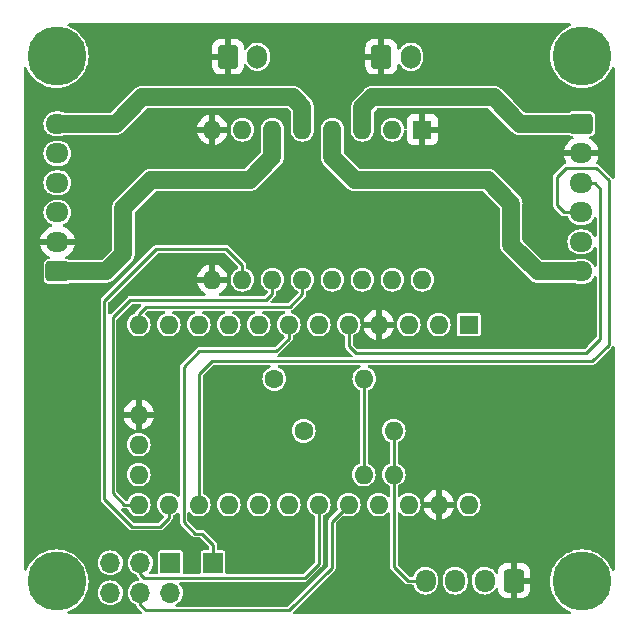
<source format=gbr>
%TF.GenerationSoftware,KiCad,Pcbnew,7.0.3*%
%TF.CreationDate,2023-08-28T19:15:28+05:00*%
%TF.ProjectId,MotorDriver3,4d6f746f-7244-4726-9976-6572332e6b69,rev?*%
%TF.SameCoordinates,Original*%
%TF.FileFunction,Copper,L2,Bot*%
%TF.FilePolarity,Positive*%
%FSLAX46Y46*%
G04 Gerber Fmt 4.6, Leading zero omitted, Abs format (unit mm)*
G04 Created by KiCad (PCBNEW 7.0.3) date 2023-08-28 19:15:28*
%MOMM*%
%LPD*%
G01*
G04 APERTURE LIST*
G04 Aperture macros list*
%AMRoundRect*
0 Rectangle with rounded corners*
0 $1 Rounding radius*
0 $2 $3 $4 $5 $6 $7 $8 $9 X,Y pos of 4 corners*
0 Add a 4 corners polygon primitive as box body*
4,1,4,$2,$3,$4,$5,$6,$7,$8,$9,$2,$3,0*
0 Add four circle primitives for the rounded corners*
1,1,$1+$1,$2,$3*
1,1,$1+$1,$4,$5*
1,1,$1+$1,$6,$7*
1,1,$1+$1,$8,$9*
0 Add four rect primitives between the rounded corners*
20,1,$1+$1,$2,$3,$4,$5,0*
20,1,$1+$1,$4,$5,$6,$7,0*
20,1,$1+$1,$6,$7,$8,$9,0*
20,1,$1+$1,$8,$9,$2,$3,0*%
G04 Aperture macros list end*
%TA.AperFunction,ComponentPad*%
%ADD10R,1.700000X1.700000*%
%TD*%
%TA.AperFunction,ComponentPad*%
%ADD11O,1.600000X1.600000*%
%TD*%
%TA.AperFunction,ComponentPad*%
%ADD12R,1.600000X1.600000*%
%TD*%
%TA.AperFunction,ComponentPad*%
%ADD13C,5.000000*%
%TD*%
%TA.AperFunction,ComponentPad*%
%ADD14RoundRect,0.250000X-0.725000X0.600000X-0.725000X-0.600000X0.725000X-0.600000X0.725000X0.600000X0*%
%TD*%
%TA.AperFunction,ComponentPad*%
%ADD15O,1.950000X1.700000*%
%TD*%
%TA.AperFunction,ComponentPad*%
%ADD16RoundRect,0.250000X-0.600000X-0.750000X0.600000X-0.750000X0.600000X0.750000X-0.600000X0.750000X0*%
%TD*%
%TA.AperFunction,ComponentPad*%
%ADD17O,1.700000X2.000000*%
%TD*%
%TA.AperFunction,ComponentPad*%
%ADD18RoundRect,0.250000X0.600000X0.725000X-0.600000X0.725000X-0.600000X-0.725000X0.600000X-0.725000X0*%
%TD*%
%TA.AperFunction,ComponentPad*%
%ADD19O,1.700000X1.950000*%
%TD*%
%TA.AperFunction,ComponentPad*%
%ADD20RoundRect,0.250000X0.725000X-0.600000X0.725000X0.600000X-0.725000X0.600000X-0.725000X-0.600000X0*%
%TD*%
%TA.AperFunction,ComponentPad*%
%ADD21O,1.700000X1.700000*%
%TD*%
%TA.AperFunction,ComponentPad*%
%ADD22C,1.600000*%
%TD*%
%TA.AperFunction,Conductor*%
%ADD23C,0.250000*%
%TD*%
%TA.AperFunction,Conductor*%
%ADD24C,1.500000*%
%TD*%
G04 APERTURE END LIST*
D10*
%TO.P,J7,1,Pin_1*%
%TO.N,D4*%
X100250000Y-110425000D03*
%TD*%
D11*
%TO.P,A2,29,VRAW*%
%TO.N,unconnected-(A2-VRAW-Pad29)*%
X121900000Y-105490000D03*
%TO.P,A2,28,GND*%
%TO.N,GND*%
X119360000Y-105490000D03*
%TO.P,A2,27,~{RESET}*%
%TO.N,unconnected-(A2-~{RESET}-Pad27)*%
X116820000Y-105490000D03*
%TO.P,A2,26,VCC*%
%TO.N,+3V3*%
X114280000Y-105490000D03*
%TO.P,A2,25,A5*%
%TO.N,SCL*%
X115550000Y-102950000D03*
%TO.P,A2,24,A4*%
%TO.N,SDA*%
X113010000Y-102950000D03*
%TO.P,A2,23,A3*%
%TO.N,A3*%
X111740000Y-105490000D03*
%TO.P,A2,22,A2*%
%TO.N,A2*%
X109200000Y-105490000D03*
%TO.P,A2,21,A1*%
%TO.N,A1*%
X106660000Y-105490000D03*
%TO.P,A2,20,A0*%
%TO.N,A0*%
X104120000Y-105490000D03*
%TO.P,A2,19,D13*%
%TO.N,BINT2*%
X101580000Y-105490000D03*
%TO.P,A2,18,D12*%
%TO.N,AINT2*%
X99040000Y-105490000D03*
%TO.P,A2,17,D11*%
%TO.N,PWMB*%
X96500000Y-105490000D03*
%TO.P,A2,16,D10*%
%TO.N,BIN2*%
X93960000Y-105490000D03*
%TO.P,A2,15,A7*%
%TO.N,A7*%
X93960000Y-102950000D03*
%TO.P,A2,14,A6*%
%TO.N,A6*%
X93960000Y-100410000D03*
%TO.P,A2,13,GND*%
%TO.N,GND*%
X93960000Y-97870000D03*
%TO.P,A2,12,D9*%
%TO.N,BIN1*%
X93960000Y-90250000D03*
%TO.P,A2,11,D8*%
%TO.N,STBY*%
X96500000Y-90250000D03*
%TO.P,A2,10,D7*%
%TO.N,AIN1*%
X99040000Y-90250000D03*
%TO.P,A2,9,D6*%
%TO.N,AIN2*%
X101580000Y-90250000D03*
%TO.P,A2,8,D5*%
%TO.N,PWMA*%
X104120000Y-90250000D03*
%TO.P,A2,7,D4*%
%TO.N,D4*%
X106660000Y-90250000D03*
%TO.P,A2,6,D3*%
%TO.N,BINT1*%
X109200000Y-90250000D03*
%TO.P,A2,5,D2*%
%TO.N,AINT1*%
X111740000Y-90250000D03*
%TO.P,A2,4,GND*%
%TO.N,GND*%
X114280000Y-90250000D03*
%TO.P,A2,3,~{RESET}*%
%TO.N,unconnected-(A2-~{RESET}-Pad3)*%
X116820000Y-90250000D03*
%TO.P,A2,2,RX1*%
%TO.N,unconnected-(A2-RX1-Pad2)*%
X119360000Y-90250000D03*
D12*
%TO.P,A2,1,TX0*%
%TO.N,unconnected-(A2-TX0-Pad1)*%
X121900000Y-90250000D03*
%TD*%
D13*
%TO.P,H1,1,1*%
%TO.N,unconnected-(H1-Pad1)*%
X87000000Y-67500000D03*
%TD*%
D11*
%TO.P,U1,16,PWMA*%
%TO.N,PWMA*%
X117975000Y-86450000D03*
%TO.P,U1,15,AIN2*%
%TO.N,AIN1*%
X115435000Y-86450000D03*
%TO.P,U1,14,AIN1*%
%TO.N,AIN2*%
X112895000Y-86450000D03*
%TO.P,U1,13,STBY*%
%TO.N,STBY*%
X110355000Y-86450000D03*
%TO.P,U1,12,BIN1*%
%TO.N,BIN1*%
X107815000Y-86450000D03*
%TO.P,U1,11,BIN2*%
%TO.N,BIN2*%
X105275000Y-86450000D03*
%TO.P,U1,10,PWMB*%
%TO.N,PWMB*%
X102735000Y-86450000D03*
%TO.P,U1,9,GND*%
%TO.N,GND*%
X100195000Y-86450000D03*
%TO.P,U1,8,GND*%
X100195000Y-73750000D03*
%TO.P,U1,7,VMOT*%
%TO.N,VMOT*%
X102735000Y-73750000D03*
%TO.P,U1,6,BO1*%
%TO.N,BO1*%
X105275000Y-73750000D03*
%TO.P,U1,5,BO2*%
%TO.N,BO2*%
X107815000Y-73750000D03*
%TO.P,U1,4,AO2*%
%TO.N,AO2*%
X110355000Y-73750000D03*
%TO.P,U1,3,AO1*%
%TO.N,AO1*%
X112895000Y-73750000D03*
%TO.P,U1,2,VCC*%
%TO.N,+3V3*%
X115435000Y-73750000D03*
D12*
%TO.P,U1,1,GND*%
%TO.N,GND*%
X117975000Y-73750000D03*
%TD*%
D14*
%TO.P,J1,1,Pin_1*%
%TO.N,AO1*%
X131425000Y-73250000D03*
D15*
%TO.P,J1,2,Pin_2*%
%TO.N,GND*%
X131425000Y-75750000D03*
%TO.P,J1,3,Pin_3*%
%TO.N,AINT1*%
X131425000Y-78250000D03*
%TO.P,J1,4,Pin_4*%
%TO.N,AINT2*%
X131425000Y-80750000D03*
%TO.P,J1,5,Pin_5*%
%TO.N,+3V3*%
X131425000Y-83250000D03*
%TO.P,J1,6,Pin_6*%
%TO.N,AO2*%
X131425000Y-85750000D03*
%TD*%
D16*
%TO.P,J5,1,Pin_1*%
%TO.N,GND*%
X101500000Y-67575000D03*
D17*
%TO.P,J5,2,Pin_2*%
%TO.N,VMOT*%
X104000000Y-67575000D03*
%TD*%
D16*
%TO.P,J6,1,Pin_1*%
%TO.N,GND*%
X114500000Y-67575000D03*
D17*
%TO.P,J6,2,Pin_2*%
%TO.N,+3V3*%
X117000000Y-67575000D03*
%TD*%
D18*
%TO.P,J3,1,Pin_1*%
%TO.N,GND*%
X125750000Y-111925000D03*
D19*
%TO.P,J3,2,Pin_2*%
%TO.N,+3V3*%
X123250000Y-111925000D03*
%TO.P,J3,3,Pin_3*%
%TO.N,SDA*%
X120750000Y-111925000D03*
%TO.P,J3,4,Pin_4*%
%TO.N,SCL*%
X118250000Y-111925000D03*
%TD*%
D13*
%TO.P,H2,1,1*%
%TO.N,unconnected-(H2-Pad1)*%
X131500000Y-67500000D03*
%TD*%
%TO.P,H3,1,1*%
%TO.N,unconnected-(H3-Pad1)*%
X131500000Y-112000000D03*
%TD*%
%TO.P,H4,1,1*%
%TO.N,unconnected-(H4-Pad1)*%
X87000000Y-112000000D03*
%TD*%
D20*
%TO.P,J2,1,Pin_1*%
%TO.N,BO1*%
X87075000Y-85750000D03*
D15*
%TO.P,J2,2,Pin_2*%
%TO.N,GND*%
X87075000Y-83250000D03*
%TO.P,J2,3,Pin_3*%
%TO.N,BINT1*%
X87075000Y-80750000D03*
%TO.P,J2,4,Pin_4*%
%TO.N,BINT2*%
X87075000Y-78250000D03*
%TO.P,J2,5,Pin_5*%
%TO.N,+3V3*%
X87075000Y-75750000D03*
%TO.P,J2,6,Pin_6*%
%TO.N,BO2*%
X87075000Y-73250000D03*
%TD*%
D10*
%TO.P,J4,1,Pin_1*%
%TO.N,A0*%
X96630000Y-110425000D03*
D21*
%TO.P,J4,2,Pin_2*%
%TO.N,A1*%
X96630000Y-112965000D03*
%TO.P,J4,3,Pin_3*%
%TO.N,A2*%
X94090000Y-110425000D03*
%TO.P,J4,4,Pin_4*%
%TO.N,A3*%
X94090000Y-112965000D03*
%TO.P,J4,5,Pin_5*%
%TO.N,A6*%
X91550000Y-110425000D03*
%TO.P,J4,6,Pin_6*%
%TO.N,A7*%
X91550000Y-112965000D03*
%TD*%
D22*
%TO.P,R2,1*%
%TO.N,+3V3*%
X105430000Y-94850000D03*
D11*
%TO.P,R2,2*%
%TO.N,SDA*%
X113050000Y-94850000D03*
%TD*%
%TO.P,R1,2*%
%TO.N,SCL*%
X115550000Y-99250000D03*
D22*
%TO.P,R1,1*%
%TO.N,+3V3*%
X107930000Y-99250000D03*
%TD*%
D23*
%TO.N,D4*%
X106660000Y-90250000D02*
X106660000Y-91440000D01*
X106660000Y-91440000D02*
X105600000Y-92500000D01*
X105600000Y-92500000D02*
X99100000Y-92500000D01*
X99100000Y-92500000D02*
X97750000Y-93850000D01*
X98750000Y-107950000D02*
X99300000Y-107950000D01*
X97750000Y-93850000D02*
X97750000Y-106950000D01*
X97750000Y-106950000D02*
X98750000Y-107950000D01*
X99300000Y-107950000D02*
X100250000Y-108900000D01*
X100250000Y-108900000D02*
X100250000Y-110425000D01*
%TO.N,A3*%
X111740000Y-105490000D02*
X110300000Y-106930000D01*
X110300000Y-106930000D02*
X110300000Y-110850000D01*
X110300000Y-110850000D02*
X106700000Y-114450000D01*
X106700000Y-114450000D02*
X94550000Y-114450000D01*
X94550000Y-114450000D02*
X94090000Y-113990000D01*
X94090000Y-113990000D02*
X94090000Y-112965000D01*
%TO.N,A2*%
X109200000Y-105490000D02*
X109200000Y-110500000D01*
X109200000Y-110500000D02*
X108000000Y-111700000D01*
X94090000Y-111390000D02*
X94090000Y-110425000D01*
X108000000Y-111700000D02*
X94400000Y-111700000D01*
X94400000Y-111700000D02*
X94090000Y-111390000D01*
%TO.N,AINT2*%
X131425000Y-80750000D02*
X129950000Y-80750000D01*
X129950000Y-80750000D02*
X129350000Y-80150000D01*
X129350000Y-77750000D02*
X130100000Y-77000000D01*
X132700000Y-77000000D02*
X133750000Y-78050000D01*
X129350000Y-80150000D02*
X129350000Y-77750000D01*
X130100000Y-77000000D02*
X132700000Y-77000000D01*
X133750000Y-78050000D02*
X133750000Y-91950000D01*
X133750000Y-91950000D02*
X132350000Y-93350000D01*
X132350000Y-93350000D02*
X100150000Y-93350000D01*
X99040000Y-94460000D02*
X99040000Y-105490000D01*
X100150000Y-93350000D02*
X99040000Y-94460000D01*
%TO.N,PWMB*%
X102735000Y-86450000D02*
X102735000Y-85235000D01*
X95750000Y-107350000D02*
X96500000Y-106600000D01*
X102735000Y-85235000D02*
X101350000Y-83850000D01*
X101350000Y-83850000D02*
X95450000Y-83850000D01*
X95450000Y-83850000D02*
X91050000Y-88250000D01*
X91050000Y-88250000D02*
X91050000Y-105050000D01*
X91050000Y-105050000D02*
X93350000Y-107350000D01*
X96500000Y-106600000D02*
X96500000Y-105490000D01*
X93350000Y-107350000D02*
X95750000Y-107350000D01*
%TO.N,AINT1*%
X111740000Y-90250000D02*
X111740000Y-92040000D01*
X111740000Y-92040000D02*
X112350000Y-92650000D01*
X132550000Y-78250000D02*
X131425000Y-78250000D01*
X112350000Y-92650000D02*
X131850000Y-92650000D01*
X131850000Y-92650000D02*
X133050000Y-91450000D01*
X133050000Y-91450000D02*
X133050000Y-78750000D01*
X133050000Y-78750000D02*
X132550000Y-78250000D01*
D24*
%TO.N,BO1*%
X105275000Y-73750000D02*
X105275000Y-76075000D01*
X103350000Y-78000000D02*
X95000000Y-78000000D01*
X105275000Y-76075000D02*
X103350000Y-78000000D01*
X95000000Y-78000000D02*
X92650000Y-80350000D01*
X92650000Y-84275000D02*
X91175000Y-85750000D01*
X91175000Y-85750000D02*
X87075000Y-85750000D01*
X92650000Y-80350000D02*
X92650000Y-84275000D01*
D23*
%TO.N,SDA*%
X113010000Y-102950000D02*
X113010000Y-94890000D01*
X113010000Y-94890000D02*
X113050000Y-94850000D01*
%TO.N,SCL*%
X115550000Y-102950000D02*
X115550000Y-99250000D01*
X115550000Y-102950000D02*
X115550000Y-110750000D01*
X116725000Y-111925000D02*
X118250000Y-111925000D01*
X115550000Y-110750000D02*
X116725000Y-111925000D01*
%TO.N,BIN2*%
X105275000Y-86450000D02*
X105275000Y-87625000D01*
X105275000Y-87625000D02*
X104750000Y-88150000D01*
X91750000Y-89650000D02*
X91750000Y-104550000D01*
X104750000Y-88150000D02*
X93250000Y-88150000D01*
X92690000Y-105490000D02*
X93960000Y-105490000D01*
X93250000Y-88150000D02*
X91750000Y-89650000D01*
X91750000Y-104550000D02*
X92690000Y-105490000D01*
%TO.N,BIN1*%
X107815000Y-86450000D02*
X107815000Y-87685000D01*
X107815000Y-87685000D02*
X106750000Y-88750000D01*
X106750000Y-88750000D02*
X94550000Y-88750000D01*
X94550000Y-88750000D02*
X93960000Y-89340000D01*
X93960000Y-89340000D02*
X93960000Y-90250000D01*
D24*
%TO.N,AO2*%
X110355000Y-73750000D02*
X110355000Y-76105000D01*
X112250000Y-78000000D02*
X123500000Y-78000000D01*
X110355000Y-76105000D02*
X112250000Y-78000000D01*
X123500000Y-78000000D02*
X125500000Y-80000000D01*
X125500000Y-80000000D02*
X125500000Y-83500000D01*
X127750000Y-85750000D02*
X131425000Y-85750000D01*
X125500000Y-83500000D02*
X127750000Y-85750000D01*
%TO.N,AO1*%
X112895000Y-73750000D02*
X112895000Y-71855000D01*
X124000000Y-71000000D02*
X126250000Y-73250000D01*
X112895000Y-71855000D02*
X113750000Y-71000000D01*
X126250000Y-73250000D02*
X131425000Y-73250000D01*
X113750000Y-71000000D02*
X124000000Y-71000000D01*
%TO.N,BO2*%
X107815000Y-73750000D02*
X107815000Y-71815000D01*
X92000000Y-73250000D02*
X87075000Y-73250000D01*
X107815000Y-71815000D02*
X107000000Y-71000000D01*
X107000000Y-71000000D02*
X94250000Y-71000000D01*
X94250000Y-71000000D02*
X92000000Y-73250000D01*
%TD*%
%TA.AperFunction,Conductor*%
%TO.N,GND*%
G36*
X130518565Y-64770185D02*
G01*
X130564320Y-64822989D01*
X130574264Y-64892147D01*
X130545239Y-64955703D01*
X130502419Y-64987574D01*
X130302012Y-65077770D01*
X130242725Y-65104453D01*
X130242723Y-65104454D01*
X129963131Y-65273473D01*
X129705960Y-65474954D01*
X129474954Y-65705960D01*
X129273473Y-65963131D01*
X129104454Y-66242723D01*
X129104453Y-66242725D01*
X128970372Y-66540642D01*
X128970366Y-66540657D01*
X128873178Y-66852547D01*
X128814289Y-67173900D01*
X128794564Y-67500000D01*
X128814289Y-67826099D01*
X128873178Y-68147452D01*
X128970366Y-68459342D01*
X128970370Y-68459354D01*
X128970373Y-68459361D01*
X129104455Y-68757279D01*
X129256841Y-69009356D01*
X129273473Y-69036868D01*
X129474954Y-69294039D01*
X129705960Y-69525045D01*
X129963131Y-69726526D01*
X129963134Y-69726528D01*
X129963137Y-69726530D01*
X130242721Y-69895545D01*
X130540639Y-70029627D01*
X130540652Y-70029631D01*
X130540657Y-70029633D01*
X130776221Y-70103037D01*
X130852547Y-70126821D01*
X131173896Y-70185710D01*
X131500000Y-70205436D01*
X131826104Y-70185710D01*
X132147453Y-70126821D01*
X132459361Y-70029627D01*
X132757279Y-69895545D01*
X133036863Y-69726530D01*
X133294036Y-69525048D01*
X133525048Y-69294036D01*
X133726530Y-69036863D01*
X133895545Y-68757279D01*
X134012426Y-68497579D01*
X134057888Y-68444528D01*
X134124819Y-68424475D01*
X134191965Y-68443791D01*
X134238010Y-68496342D01*
X134249500Y-68548473D01*
X134249500Y-77801385D01*
X134229815Y-77868424D01*
X134177011Y-77914179D01*
X134107853Y-77924123D01*
X134044297Y-77895098D01*
X134018113Y-77863385D01*
X134003193Y-77837544D01*
X133995973Y-77831485D01*
X133972182Y-77811522D01*
X133968210Y-77807883D01*
X132942119Y-76781793D01*
X132938474Y-76777814D01*
X132912456Y-76746807D01*
X132912455Y-76746806D01*
X132901058Y-76740226D01*
X132877392Y-76726561D01*
X132872831Y-76723655D01*
X132851556Y-76708759D01*
X132839684Y-76700446D01*
X132839681Y-76700445D01*
X132834861Y-76698197D01*
X132818055Y-76691235D01*
X132813043Y-76689411D01*
X132773190Y-76682383D01*
X132767912Y-76681213D01*
X132752120Y-76676982D01*
X132692458Y-76640620D01*
X132661927Y-76577774D01*
X132670219Y-76508398D01*
X132682635Y-76486081D01*
X132723599Y-76427579D01*
X132823429Y-76213492D01*
X132823432Y-76213486D01*
X132880636Y-76000000D01*
X131828969Y-76000000D01*
X131861519Y-75949351D01*
X131900000Y-75818295D01*
X131900000Y-75681705D01*
X131861519Y-75550649D01*
X131828969Y-75500000D01*
X132880636Y-75500000D01*
X132880635Y-75499999D01*
X132823432Y-75286513D01*
X132823429Y-75286507D01*
X132723600Y-75072422D01*
X132723599Y-75072420D01*
X132588113Y-74878926D01*
X132588108Y-74878920D01*
X132421079Y-74711891D01*
X132421073Y-74711886D01*
X132227579Y-74576400D01*
X132227577Y-74576399D01*
X132142832Y-74536882D01*
X132090393Y-74490710D01*
X132071241Y-74423516D01*
X132091457Y-74356635D01*
X132144622Y-74311300D01*
X132195237Y-74300500D01*
X132204270Y-74300500D01*
X132234699Y-74297646D01*
X132234701Y-74297646D01*
X132298790Y-74275219D01*
X132362882Y-74252793D01*
X132472150Y-74172150D01*
X132552793Y-74062882D01*
X132578138Y-73990449D01*
X132597646Y-73934701D01*
X132597646Y-73934699D01*
X132600500Y-73904269D01*
X132600500Y-72595730D01*
X132597646Y-72565300D01*
X132597646Y-72565298D01*
X132559540Y-72456401D01*
X132552793Y-72437118D01*
X132472150Y-72327850D01*
X132362882Y-72247207D01*
X132362880Y-72247206D01*
X132234700Y-72202353D01*
X132204270Y-72199500D01*
X132204266Y-72199500D01*
X130645734Y-72199500D01*
X130645730Y-72199500D01*
X130615300Y-72202353D01*
X130615298Y-72202353D01*
X130487119Y-72247206D01*
X130487113Y-72247209D01*
X130449093Y-72275270D01*
X130383464Y-72299241D01*
X130375460Y-72299500D01*
X126695072Y-72299500D01*
X126628033Y-72279815D01*
X126607391Y-72263181D01*
X125664273Y-71320063D01*
X124681149Y-70336939D01*
X124680091Y-70335853D01*
X124622324Y-70275082D01*
X124622320Y-70275079D01*
X124574567Y-70241841D01*
X124570833Y-70239025D01*
X124525751Y-70202266D01*
X124525747Y-70202264D01*
X124525746Y-70202263D01*
X124525745Y-70202262D01*
X124496997Y-70187246D01*
X124490277Y-70183174D01*
X124463659Y-70164647D01*
X124410209Y-70141710D01*
X124405952Y-70139688D01*
X124354409Y-70112764D01*
X124354407Y-70112763D01*
X124354406Y-70112763D01*
X124337689Y-70107979D01*
X124323221Y-70103839D01*
X124315822Y-70101205D01*
X124286011Y-70088412D01*
X124286012Y-70088412D01*
X124229038Y-70076703D01*
X124224463Y-70075580D01*
X124168556Y-70059583D01*
X124168545Y-70059582D01*
X124136208Y-70057120D01*
X124128428Y-70056029D01*
X124096657Y-70049500D01*
X124096656Y-70049500D01*
X124038497Y-70049500D01*
X124033790Y-70049321D01*
X124028850Y-70048944D01*
X123975798Y-70044904D01*
X123958176Y-70047149D01*
X123943614Y-70049003D01*
X123935785Y-70049500D01*
X113762840Y-70049500D01*
X113761278Y-70049480D01*
X113692064Y-70047726D01*
X113677455Y-70047356D01*
X113677450Y-70047356D01*
X113620212Y-70057614D01*
X113615548Y-70058268D01*
X113557685Y-70064154D01*
X113557681Y-70064154D01*
X113557679Y-70064155D01*
X113557676Y-70064155D01*
X113557671Y-70064157D01*
X113526733Y-70073864D01*
X113519106Y-70075735D01*
X113487176Y-70081458D01*
X113487171Y-70081460D01*
X113433149Y-70103037D01*
X113428714Y-70104616D01*
X113373229Y-70122027D01*
X113344874Y-70137763D01*
X113337785Y-70141130D01*
X113307648Y-70153170D01*
X113259084Y-70185177D01*
X113255055Y-70187618D01*
X113204207Y-70215841D01*
X113204202Y-70215845D01*
X113179596Y-70236969D01*
X113173326Y-70241697D01*
X113146242Y-70259547D01*
X113146241Y-70259548D01*
X113105120Y-70300668D01*
X113101666Y-70303869D01*
X113057529Y-70341762D01*
X113037675Y-70367410D01*
X113032484Y-70373304D01*
X112231996Y-71173792D01*
X112230872Y-71174888D01*
X112170085Y-71232671D01*
X112170082Y-71232675D01*
X112136855Y-71280411D01*
X112134020Y-71284172D01*
X112097265Y-71329250D01*
X112082248Y-71357998D01*
X112078179Y-71364714D01*
X112059646Y-71391342D01*
X112059646Y-71391343D01*
X112047109Y-71420556D01*
X112039525Y-71438232D01*
X112036711Y-71444789D01*
X112034689Y-71449046D01*
X112007764Y-71500591D01*
X112007762Y-71500595D01*
X111998839Y-71531776D01*
X111996206Y-71539172D01*
X111983412Y-71568987D01*
X111983412Y-71568988D01*
X111971703Y-71625960D01*
X111970580Y-71630534D01*
X111954583Y-71686448D01*
X111954581Y-71686454D01*
X111952120Y-71718791D01*
X111951029Y-71726572D01*
X111944500Y-71758343D01*
X111944500Y-71816502D01*
X111944321Y-71821211D01*
X111939904Y-71879201D01*
X111941804Y-71894120D01*
X111944003Y-71911385D01*
X111944500Y-71919214D01*
X111944500Y-73418366D01*
X111939161Y-73454361D01*
X111908975Y-73553869D01*
X111889659Y-73750000D01*
X111908975Y-73946129D01*
X111917708Y-73974917D01*
X111964137Y-74127974D01*
X111966188Y-74134733D01*
X112059086Y-74308532D01*
X112059090Y-74308539D01*
X112184116Y-74460883D01*
X112336460Y-74585909D01*
X112336467Y-74585913D01*
X112510266Y-74678811D01*
X112510269Y-74678811D01*
X112510273Y-74678814D01*
X112698868Y-74736024D01*
X112895000Y-74755341D01*
X113091132Y-74736024D01*
X113279727Y-74678814D01*
X113453538Y-74585910D01*
X113605883Y-74460883D01*
X113730910Y-74308538D01*
X113780831Y-74215142D01*
X113823811Y-74134733D01*
X113823811Y-74134732D01*
X113823814Y-74134727D01*
X113881024Y-73946132D01*
X113900341Y-73750000D01*
X114429659Y-73750000D01*
X114448975Y-73946129D01*
X114457708Y-73974917D01*
X114504137Y-74127974D01*
X114506188Y-74134733D01*
X114599086Y-74308532D01*
X114599090Y-74308539D01*
X114724116Y-74460883D01*
X114876460Y-74585909D01*
X114876467Y-74585913D01*
X115050266Y-74678811D01*
X115050269Y-74678811D01*
X115050273Y-74678814D01*
X115238868Y-74736024D01*
X115435000Y-74755341D01*
X115631132Y-74736024D01*
X115819727Y-74678814D01*
X115993538Y-74585910D01*
X116145883Y-74460883D01*
X116270910Y-74308538D01*
X116320831Y-74215142D01*
X116363811Y-74134733D01*
X116363811Y-74134732D01*
X116363814Y-74134727D01*
X116421024Y-73946132D01*
X116427597Y-73879393D01*
X116453758Y-73814607D01*
X116510792Y-73774248D01*
X116580592Y-73771131D01*
X116640997Y-73806245D01*
X116672828Y-73868443D01*
X116675000Y-73891548D01*
X116675000Y-74597844D01*
X116681401Y-74657372D01*
X116681403Y-74657379D01*
X116731645Y-74792086D01*
X116731649Y-74792093D01*
X116817809Y-74907187D01*
X116817812Y-74907190D01*
X116932906Y-74993350D01*
X116932913Y-74993354D01*
X117067620Y-75043596D01*
X117067627Y-75043598D01*
X117127155Y-75049999D01*
X117127172Y-75050000D01*
X117724999Y-75050000D01*
X117724999Y-74185501D01*
X117832685Y-74234680D01*
X117939237Y-74250000D01*
X118010763Y-74250000D01*
X118117315Y-74234680D01*
X118224999Y-74185501D01*
X118224999Y-75049999D01*
X118225000Y-75050000D01*
X118822828Y-75050000D01*
X118822844Y-75049999D01*
X118882372Y-75043598D01*
X118882379Y-75043596D01*
X119017086Y-74993354D01*
X119017093Y-74993350D01*
X119132187Y-74907190D01*
X119132190Y-74907187D01*
X119218350Y-74792093D01*
X119218354Y-74792086D01*
X119268596Y-74657379D01*
X119268598Y-74657372D01*
X119274999Y-74597844D01*
X119275000Y-74597827D01*
X119275000Y-74000000D01*
X118408686Y-74000000D01*
X118434493Y-73959844D01*
X118475000Y-73821889D01*
X118475000Y-73678111D01*
X118434493Y-73540156D01*
X118408686Y-73500000D01*
X119275000Y-73500000D01*
X119275000Y-72902172D01*
X119274999Y-72902155D01*
X119268598Y-72842627D01*
X119268596Y-72842620D01*
X119218354Y-72707913D01*
X119218350Y-72707906D01*
X119132190Y-72592812D01*
X119132187Y-72592809D01*
X119017093Y-72506649D01*
X119017086Y-72506645D01*
X118882379Y-72456403D01*
X118882372Y-72456401D01*
X118822844Y-72450000D01*
X118225000Y-72450000D01*
X118224999Y-73314498D01*
X118117315Y-73265320D01*
X118010763Y-73250000D01*
X117939237Y-73250000D01*
X117832685Y-73265320D01*
X117724999Y-73314498D01*
X117725000Y-72450000D01*
X117127155Y-72450000D01*
X117067627Y-72456401D01*
X117067620Y-72456403D01*
X116932913Y-72506645D01*
X116932906Y-72506649D01*
X116817812Y-72592809D01*
X116817809Y-72592812D01*
X116731649Y-72707906D01*
X116731645Y-72707913D01*
X116681403Y-72842620D01*
X116681401Y-72842627D01*
X116675000Y-72902155D01*
X116675000Y-73608451D01*
X116655315Y-73675490D01*
X116602511Y-73721245D01*
X116533353Y-73731189D01*
X116469797Y-73702164D01*
X116432023Y-73643386D01*
X116427597Y-73620605D01*
X116421024Y-73553870D01*
X116421024Y-73553869D01*
X116421024Y-73553868D01*
X116363814Y-73365273D01*
X116363811Y-73365269D01*
X116363811Y-73365266D01*
X116270913Y-73191467D01*
X116270909Y-73191460D01*
X116145883Y-73039116D01*
X115993539Y-72914090D01*
X115993532Y-72914086D01*
X115819733Y-72821188D01*
X115819727Y-72821186D01*
X115631132Y-72763976D01*
X115631129Y-72763975D01*
X115435000Y-72744659D01*
X115238870Y-72763975D01*
X115050266Y-72821188D01*
X114876467Y-72914086D01*
X114876460Y-72914090D01*
X114724116Y-73039116D01*
X114599090Y-73191460D01*
X114599086Y-73191467D01*
X114506188Y-73365266D01*
X114448975Y-73553870D01*
X114429659Y-73750000D01*
X113900341Y-73750000D01*
X113881024Y-73553868D01*
X113851316Y-73455934D01*
X113850839Y-73454361D01*
X113845500Y-73418366D01*
X113845500Y-72300072D01*
X113865185Y-72233033D01*
X113881819Y-72212391D01*
X114107391Y-71986819D01*
X114168714Y-71953334D01*
X114195072Y-71950500D01*
X123554928Y-71950500D01*
X123621967Y-71970185D01*
X123642609Y-71986819D01*
X125568850Y-73913060D01*
X125569875Y-73914111D01*
X125627677Y-73974919D01*
X125675414Y-74008145D01*
X125679161Y-74010970D01*
X125700531Y-74028395D01*
X125724244Y-74047731D01*
X125724247Y-74047733D01*
X125752995Y-74062749D01*
X125759716Y-74066821D01*
X125778046Y-74079578D01*
X125786342Y-74085353D01*
X125839800Y-74108293D01*
X125844047Y-74110311D01*
X125895594Y-74137237D01*
X125926781Y-74146160D01*
X125934169Y-74148790D01*
X125963988Y-74161587D01*
X126020970Y-74173296D01*
X126025516Y-74174411D01*
X126081449Y-74190417D01*
X126113803Y-74192879D01*
X126121562Y-74193968D01*
X126153344Y-74200500D01*
X126211504Y-74200500D01*
X126216210Y-74200678D01*
X126239623Y-74202461D01*
X126274201Y-74205095D01*
X126274201Y-74205094D01*
X126274203Y-74205095D01*
X126306385Y-74200996D01*
X126314215Y-74200500D01*
X130375460Y-74200500D01*
X130442499Y-74220185D01*
X130449093Y-74224730D01*
X130487113Y-74252790D01*
X130487115Y-74252791D01*
X130487118Y-74252793D01*
X130529845Y-74267744D01*
X130615299Y-74297646D01*
X130645730Y-74300500D01*
X130654763Y-74300500D01*
X130721802Y-74320185D01*
X130767557Y-74372989D01*
X130777501Y-74442147D01*
X130748476Y-74505703D01*
X130707168Y-74536882D01*
X130622422Y-74576399D01*
X130622420Y-74576400D01*
X130428926Y-74711886D01*
X130428920Y-74711891D01*
X130261894Y-74878917D01*
X130126399Y-75072421D01*
X130026570Y-75286507D01*
X130026567Y-75286513D01*
X129969364Y-75499999D01*
X129969364Y-75500000D01*
X131021031Y-75500000D01*
X130988481Y-75550649D01*
X130950000Y-75681705D01*
X130950000Y-75818295D01*
X130988481Y-75949351D01*
X131021031Y-76000000D01*
X129969364Y-76000000D01*
X130026567Y-76213486D01*
X130026570Y-76213492D01*
X130126399Y-76427577D01*
X130126400Y-76427579D01*
X130160457Y-76476217D01*
X130182784Y-76542423D01*
X130165774Y-76610190D01*
X130114826Y-76658003D01*
X130081552Y-76667487D01*
X130081671Y-76667929D01*
X130032099Y-76681211D01*
X130026819Y-76682382D01*
X129986954Y-76689412D01*
X129981962Y-76691229D01*
X129965117Y-76698206D01*
X129960313Y-76700446D01*
X129927163Y-76723658D01*
X129922602Y-76726564D01*
X129887548Y-76746804D01*
X129887545Y-76746806D01*
X129887543Y-76746807D01*
X129887542Y-76746809D01*
X129861523Y-76777815D01*
X129857869Y-76781803D01*
X129131803Y-77507870D01*
X129127814Y-77511525D01*
X129096805Y-77537545D01*
X129076562Y-77572606D01*
X129073656Y-77577166D01*
X129050446Y-77610313D01*
X129048206Y-77615117D01*
X129041229Y-77631961D01*
X129039410Y-77636959D01*
X129032383Y-77676811D01*
X129031212Y-77682091D01*
X129020735Y-77721191D01*
X129020735Y-77721194D01*
X129024263Y-77761515D01*
X129024499Y-77766920D01*
X129024499Y-80133077D01*
X129024263Y-80138483D01*
X129020735Y-80178805D01*
X129020735Y-80178806D01*
X129031212Y-80217910D01*
X129032383Y-80223190D01*
X129039411Y-80263043D01*
X129041235Y-80268055D01*
X129048197Y-80284861D01*
X129050445Y-80289681D01*
X129050446Y-80289684D01*
X129051265Y-80290853D01*
X129073655Y-80322831D01*
X129076561Y-80327392D01*
X129096806Y-80362455D01*
X129127815Y-80388475D01*
X129131805Y-80392131D01*
X129707863Y-80968189D01*
X129711518Y-80972178D01*
X129737541Y-81003190D01*
X129737543Y-81003191D01*
X129737545Y-81003194D01*
X129737547Y-81003195D01*
X129737548Y-81003196D01*
X129772599Y-81023433D01*
X129777162Y-81026339D01*
X129810316Y-81049554D01*
X129810319Y-81049554D01*
X129815176Y-81051820D01*
X129831933Y-81058760D01*
X129836953Y-81060587D01*
X129836955Y-81060588D01*
X129876830Y-81067618D01*
X129882087Y-81068784D01*
X129921193Y-81079263D01*
X129961510Y-81075735D01*
X129966912Y-81075500D01*
X130209417Y-81075500D01*
X130276456Y-81095185D01*
X130322211Y-81147989D01*
X130323979Y-81152049D01*
X130324768Y-81153954D01*
X130422315Y-81336450D01*
X130422316Y-81336451D01*
X130422317Y-81336452D01*
X130553589Y-81496410D01*
X130650209Y-81575702D01*
X130713550Y-81627685D01*
X130896046Y-81725232D01*
X131094066Y-81785300D01*
X131094065Y-81785300D01*
X131132647Y-81789100D01*
X131248392Y-81800500D01*
X131248395Y-81800500D01*
X131601605Y-81800500D01*
X131601608Y-81800500D01*
X131755934Y-81785300D01*
X131953954Y-81725232D01*
X132136450Y-81627685D01*
X132296410Y-81496410D01*
X132427685Y-81336450D01*
X132491142Y-81217730D01*
X132540103Y-81167888D01*
X132608241Y-81152427D01*
X132673921Y-81176259D01*
X132716289Y-81231816D01*
X132724499Y-81276185D01*
X132724499Y-82723814D01*
X132704814Y-82790853D01*
X132652010Y-82836608D01*
X132582852Y-82846552D01*
X132519296Y-82817527D01*
X132491142Y-82782270D01*
X132427685Y-82663550D01*
X132352897Y-82572420D01*
X132296410Y-82503589D01*
X132178677Y-82406969D01*
X132136450Y-82372315D01*
X131953954Y-82274768D01*
X131755934Y-82214700D01*
X131755932Y-82214699D01*
X131755934Y-82214699D01*
X131636805Y-82202966D01*
X131601608Y-82199500D01*
X131248392Y-82199500D01*
X131210298Y-82203251D01*
X131094067Y-82214699D01*
X130896043Y-82274769D01*
X130785897Y-82333643D01*
X130713550Y-82372315D01*
X130713548Y-82372316D01*
X130713547Y-82372317D01*
X130553589Y-82503589D01*
X130422317Y-82663547D01*
X130324769Y-82846043D01*
X130324768Y-82846045D01*
X130324768Y-82846046D01*
X130324615Y-82846552D01*
X130264699Y-83044067D01*
X130244417Y-83249999D01*
X130264699Y-83455932D01*
X130278067Y-83500000D01*
X130324768Y-83653954D01*
X130422315Y-83836450D01*
X130422316Y-83836451D01*
X130422317Y-83836452D01*
X130553589Y-83996410D01*
X130613761Y-84045791D01*
X130713550Y-84127685D01*
X130896046Y-84225232D01*
X131094066Y-84285300D01*
X131094065Y-84285300D01*
X131122626Y-84288113D01*
X131248392Y-84300500D01*
X131248395Y-84300500D01*
X131601605Y-84300500D01*
X131601608Y-84300500D01*
X131755934Y-84285300D01*
X131953954Y-84225232D01*
X132136450Y-84127685D01*
X132296410Y-83996410D01*
X132427685Y-83836450D01*
X132491142Y-83717730D01*
X132540103Y-83667888D01*
X132608241Y-83652427D01*
X132673921Y-83676259D01*
X132716289Y-83731816D01*
X132724499Y-83776185D01*
X132724499Y-85223814D01*
X132704814Y-85290853D01*
X132652010Y-85336608D01*
X132582852Y-85346552D01*
X132519296Y-85317527D01*
X132491142Y-85282270D01*
X132427685Y-85163550D01*
X132347052Y-85065298D01*
X132296410Y-85003589D01*
X132178677Y-84906969D01*
X132136450Y-84872315D01*
X131953954Y-84774768D01*
X131755934Y-84714700D01*
X131755932Y-84714699D01*
X131755934Y-84714699D01*
X131636805Y-84702966D01*
X131601608Y-84699500D01*
X131248392Y-84699500D01*
X131210298Y-84703251D01*
X131094067Y-84714699D01*
X130896043Y-84774769D01*
X130877169Y-84784858D01*
X130818715Y-84799500D01*
X128195072Y-84799500D01*
X128128033Y-84779815D01*
X128107391Y-84763181D01*
X126486819Y-83142608D01*
X126453334Y-83081285D01*
X126450500Y-83054927D01*
X126450500Y-80012823D01*
X126450520Y-80011252D01*
X126452644Y-79927458D01*
X126452643Y-79927457D01*
X126452644Y-79927454D01*
X126442382Y-79870206D01*
X126441728Y-79865539D01*
X126435845Y-79807680D01*
X126435844Y-79807674D01*
X126426132Y-79776723D01*
X126424262Y-79769105D01*
X126418539Y-79737172D01*
X126396955Y-79683140D01*
X126395387Y-79678735D01*
X126377974Y-79623232D01*
X126362232Y-79594872D01*
X126358862Y-79587776D01*
X126346831Y-79557654D01*
X126314827Y-79509094D01*
X126312391Y-79505075D01*
X126284159Y-79454209D01*
X126263024Y-79429590D01*
X126258299Y-79423324D01*
X126240453Y-79396243D01*
X126199332Y-79355122D01*
X126196128Y-79351666D01*
X126158240Y-79307532D01*
X126132590Y-79287677D01*
X126126696Y-79282486D01*
X125209022Y-78364812D01*
X124181149Y-77336939D01*
X124180091Y-77335853D01*
X124122324Y-77275082D01*
X124122320Y-77275079D01*
X124121873Y-77274768D01*
X124074567Y-77241841D01*
X124070833Y-77239025D01*
X124025751Y-77202266D01*
X124025747Y-77202264D01*
X124025746Y-77202263D01*
X124025745Y-77202262D01*
X123996997Y-77187246D01*
X123990277Y-77183174D01*
X123963659Y-77164647D01*
X123910209Y-77141710D01*
X123905952Y-77139688D01*
X123854409Y-77112764D01*
X123854407Y-77112763D01*
X123854406Y-77112763D01*
X123837689Y-77107979D01*
X123823221Y-77103839D01*
X123815822Y-77101205D01*
X123786011Y-77088412D01*
X123786012Y-77088412D01*
X123729038Y-77076703D01*
X123724463Y-77075580D01*
X123668556Y-77059583D01*
X123668545Y-77059582D01*
X123636208Y-77057120D01*
X123628428Y-77056029D01*
X123596657Y-77049500D01*
X123596656Y-77049500D01*
X123538497Y-77049500D01*
X123533790Y-77049321D01*
X123528850Y-77048944D01*
X123475798Y-77044904D01*
X123458176Y-77047149D01*
X123443614Y-77049003D01*
X123435785Y-77049500D01*
X112695072Y-77049500D01*
X112628033Y-77029815D01*
X112607391Y-77013181D01*
X111341819Y-75747609D01*
X111308334Y-75686286D01*
X111305500Y-75659928D01*
X111305500Y-74081633D01*
X111310839Y-74045638D01*
X111321352Y-74010982D01*
X111341024Y-73946132D01*
X111360341Y-73750000D01*
X111341024Y-73553868D01*
X111283814Y-73365273D01*
X111283811Y-73365269D01*
X111283811Y-73365266D01*
X111190913Y-73191467D01*
X111190909Y-73191460D01*
X111065883Y-73039116D01*
X110913539Y-72914090D01*
X110913532Y-72914086D01*
X110739733Y-72821188D01*
X110739727Y-72821186D01*
X110551132Y-72763976D01*
X110551129Y-72763975D01*
X110355000Y-72744659D01*
X110158870Y-72763975D01*
X109970266Y-72821188D01*
X109796467Y-72914086D01*
X109796460Y-72914090D01*
X109644116Y-73039116D01*
X109519090Y-73191460D01*
X109519086Y-73191467D01*
X109426188Y-73365266D01*
X109368975Y-73553870D01*
X109349659Y-73750000D01*
X109368975Y-73946130D01*
X109399161Y-74045638D01*
X109404500Y-74081633D01*
X109404500Y-76092160D01*
X109404480Y-76093731D01*
X109402355Y-76177545D01*
X109402355Y-76177546D01*
X109412615Y-76234787D01*
X109413269Y-76239452D01*
X109419154Y-76297318D01*
X109419156Y-76297326D01*
X109428865Y-76328269D01*
X109430737Y-76335898D01*
X109436460Y-76367828D01*
X109436461Y-76367830D01*
X109458032Y-76421833D01*
X109459613Y-76426272D01*
X109477025Y-76481768D01*
X109492765Y-76510125D01*
X109496135Y-76517221D01*
X109504700Y-76538661D01*
X109508170Y-76547348D01*
X109508172Y-76547351D01*
X109508173Y-76547353D01*
X109540174Y-76595908D01*
X109542605Y-76599920D01*
X109565196Y-76640620D01*
X109570841Y-76650791D01*
X109591972Y-76675406D01*
X109596702Y-76681678D01*
X109596857Y-76681914D01*
X109614547Y-76708757D01*
X109655667Y-76749877D01*
X109658870Y-76753333D01*
X109678814Y-76776564D01*
X109696760Y-76797468D01*
X109696764Y-76797471D01*
X109696765Y-76797472D01*
X109722407Y-76817320D01*
X109728303Y-76822512D01*
X111568850Y-78663060D01*
X111569875Y-78664111D01*
X111627677Y-78724919D01*
X111673332Y-78756696D01*
X111675414Y-78758145D01*
X111679161Y-78760970D01*
X111700531Y-78778395D01*
X111724244Y-78797731D01*
X111724247Y-78797733D01*
X111752995Y-78812749D01*
X111759716Y-78816821D01*
X111778046Y-78829578D01*
X111786342Y-78835353D01*
X111786343Y-78835353D01*
X111786344Y-78835354D01*
X111788903Y-78836452D01*
X111839800Y-78858293D01*
X111844047Y-78860311D01*
X111895594Y-78887237D01*
X111926781Y-78896160D01*
X111934169Y-78898790D01*
X111963988Y-78911587D01*
X112020970Y-78923296D01*
X112025516Y-78924411D01*
X112081449Y-78940417D01*
X112113803Y-78942879D01*
X112121562Y-78943968D01*
X112153344Y-78950500D01*
X112211504Y-78950500D01*
X112216210Y-78950678D01*
X112239623Y-78952461D01*
X112274201Y-78955095D01*
X112274201Y-78955094D01*
X112274203Y-78955095D01*
X112306385Y-78950996D01*
X112314215Y-78950500D01*
X123054928Y-78950500D01*
X123121967Y-78970185D01*
X123142609Y-78986818D01*
X124513182Y-80357392D01*
X124546666Y-80418713D01*
X124549500Y-80445071D01*
X124549500Y-83487160D01*
X124549480Y-83488731D01*
X124547355Y-83572545D01*
X124547355Y-83572546D01*
X124557615Y-83629787D01*
X124558269Y-83634452D01*
X124564154Y-83692318D01*
X124564156Y-83692326D01*
X124573865Y-83723269D01*
X124575737Y-83730898D01*
X124581460Y-83762828D01*
X124581461Y-83762830D01*
X124603032Y-83816833D01*
X124604613Y-83821272D01*
X124622025Y-83876768D01*
X124637765Y-83905125D01*
X124641135Y-83912221D01*
X124653168Y-83942343D01*
X124653170Y-83942348D01*
X124653172Y-83942351D01*
X124653173Y-83942353D01*
X124685174Y-83990908D01*
X124687605Y-83994920D01*
X124688433Y-83996410D01*
X124715841Y-84045791D01*
X124736972Y-84070406D01*
X124741703Y-84076680D01*
X124759547Y-84103757D01*
X124800667Y-84144877D01*
X124803870Y-84148333D01*
X124823814Y-84171564D01*
X124841760Y-84192468D01*
X124841764Y-84192471D01*
X124841765Y-84192472D01*
X124867407Y-84212320D01*
X124873302Y-84217512D01*
X127068850Y-86413060D01*
X127069875Y-86414111D01*
X127127677Y-86474919D01*
X127158554Y-86496410D01*
X127175414Y-86508145D01*
X127179161Y-86510970D01*
X127200531Y-86528395D01*
X127224244Y-86547731D01*
X127224247Y-86547733D01*
X127252995Y-86562749D01*
X127259716Y-86566821D01*
X127278046Y-86579578D01*
X127286342Y-86585353D01*
X127339800Y-86608293D01*
X127344047Y-86610311D01*
X127395594Y-86637237D01*
X127426781Y-86646160D01*
X127434169Y-86648790D01*
X127463988Y-86661587D01*
X127520970Y-86673296D01*
X127525516Y-86674411D01*
X127581449Y-86690417D01*
X127613803Y-86692879D01*
X127621562Y-86693968D01*
X127653344Y-86700500D01*
X127711504Y-86700500D01*
X127716210Y-86700678D01*
X127739623Y-86702461D01*
X127774201Y-86705095D01*
X127774201Y-86705094D01*
X127774203Y-86705095D01*
X127806385Y-86700996D01*
X127814215Y-86700500D01*
X130818715Y-86700500D01*
X130877169Y-86715142D01*
X130896046Y-86725232D01*
X131094066Y-86785300D01*
X131094065Y-86785300D01*
X131132647Y-86789100D01*
X131248392Y-86800500D01*
X131248395Y-86800500D01*
X131601605Y-86800500D01*
X131601608Y-86800500D01*
X131755934Y-86785300D01*
X131953954Y-86725232D01*
X132136450Y-86627685D01*
X132296410Y-86496410D01*
X132427685Y-86336450D01*
X132491142Y-86217730D01*
X132540104Y-86167888D01*
X132608241Y-86152428D01*
X132673921Y-86176260D01*
X132716290Y-86231818D01*
X132724499Y-86276186D01*
X132724499Y-91263811D01*
X132704814Y-91330850D01*
X132688180Y-91351492D01*
X132449989Y-91589684D01*
X131970866Y-92068808D01*
X131751493Y-92288181D01*
X131690170Y-92321666D01*
X131663812Y-92324500D01*
X112536189Y-92324500D01*
X112469150Y-92304815D01*
X112448508Y-92288181D01*
X112101819Y-91941492D01*
X112068334Y-91880169D01*
X112065500Y-91853811D01*
X112065500Y-91574824D01*
X112065499Y-91284790D01*
X112085183Y-91217755D01*
X112131042Y-91175438D01*
X112298538Y-91085910D01*
X112450883Y-90960883D01*
X112575910Y-90808538D01*
X112668814Y-90634727D01*
X112726024Y-90446132D01*
X112745341Y-90250000D01*
X112726024Y-90053868D01*
X112709683Y-89999999D01*
X113001127Y-89999999D01*
X113001128Y-90000000D01*
X113846314Y-90000000D01*
X113820507Y-90040156D01*
X113780000Y-90178111D01*
X113780000Y-90321889D01*
X113820507Y-90459844D01*
X113846314Y-90500000D01*
X113001128Y-90500000D01*
X113053730Y-90696317D01*
X113053734Y-90696326D01*
X113149865Y-90902482D01*
X113280342Y-91088820D01*
X113441179Y-91249657D01*
X113627517Y-91380134D01*
X113833673Y-91476265D01*
X113833682Y-91476269D01*
X114029999Y-91528872D01*
X114030000Y-91528871D01*
X114030000Y-90685501D01*
X114137685Y-90734680D01*
X114244237Y-90750000D01*
X114315763Y-90750000D01*
X114422315Y-90734680D01*
X114529999Y-90685501D01*
X114529999Y-91528871D01*
X114530000Y-91528872D01*
X114726317Y-91476269D01*
X114726326Y-91476265D01*
X114932482Y-91380134D01*
X115118820Y-91249657D01*
X115279657Y-91088820D01*
X115410134Y-90902482D01*
X115506265Y-90696326D01*
X115506269Y-90696317D01*
X115558872Y-90500000D01*
X114713686Y-90500000D01*
X114739493Y-90459844D01*
X114780000Y-90321889D01*
X114780000Y-90250000D01*
X115814659Y-90250000D01*
X115833975Y-90446129D01*
X115891188Y-90634733D01*
X115984086Y-90808532D01*
X115984090Y-90808539D01*
X116109116Y-90960883D01*
X116261460Y-91085909D01*
X116261467Y-91085913D01*
X116435266Y-91178811D01*
X116435269Y-91178811D01*
X116435273Y-91178814D01*
X116623868Y-91236024D01*
X116820000Y-91255341D01*
X117016132Y-91236024D01*
X117204727Y-91178814D01*
X117378538Y-91085910D01*
X117530883Y-90960883D01*
X117655910Y-90808538D01*
X117748814Y-90634727D01*
X117806024Y-90446132D01*
X117825341Y-90250000D01*
X118354659Y-90250000D01*
X118373975Y-90446129D01*
X118431188Y-90634733D01*
X118524086Y-90808532D01*
X118524090Y-90808539D01*
X118649116Y-90960883D01*
X118801460Y-91085909D01*
X118801467Y-91085913D01*
X118975266Y-91178811D01*
X118975269Y-91178811D01*
X118975273Y-91178814D01*
X119163868Y-91236024D01*
X119360000Y-91255341D01*
X119556132Y-91236024D01*
X119744727Y-91178814D01*
X119918538Y-91085910D01*
X119938226Y-91069752D01*
X120899500Y-91069752D01*
X120911131Y-91128229D01*
X120911132Y-91128230D01*
X120955447Y-91194552D01*
X121021769Y-91238867D01*
X121021770Y-91238868D01*
X121080247Y-91250499D01*
X121080250Y-91250500D01*
X121080252Y-91250500D01*
X122719750Y-91250500D01*
X122719751Y-91250499D01*
X122734568Y-91247552D01*
X122778229Y-91238868D01*
X122778229Y-91238867D01*
X122778231Y-91238867D01*
X122844552Y-91194552D01*
X122888867Y-91128231D01*
X122888867Y-91128229D01*
X122888868Y-91128229D01*
X122900499Y-91069752D01*
X122900500Y-91069750D01*
X122900500Y-89430249D01*
X122900499Y-89430247D01*
X122888868Y-89371770D01*
X122888867Y-89371769D01*
X122844552Y-89305447D01*
X122778230Y-89261132D01*
X122778229Y-89261131D01*
X122719752Y-89249500D01*
X122719748Y-89249500D01*
X121080252Y-89249500D01*
X121080247Y-89249500D01*
X121021770Y-89261131D01*
X121021769Y-89261132D01*
X120955447Y-89305447D01*
X120911132Y-89371769D01*
X120911131Y-89371770D01*
X120899500Y-89430247D01*
X120899500Y-91069752D01*
X119938226Y-91069752D01*
X120070883Y-90960883D01*
X120195910Y-90808538D01*
X120288814Y-90634727D01*
X120346024Y-90446132D01*
X120365341Y-90250000D01*
X120346024Y-90053868D01*
X120288814Y-89865273D01*
X120288811Y-89865269D01*
X120288811Y-89865266D01*
X120195913Y-89691467D01*
X120195909Y-89691460D01*
X120070883Y-89539116D01*
X119918539Y-89414090D01*
X119918532Y-89414086D01*
X119744733Y-89321188D01*
X119744727Y-89321186D01*
X119607993Y-89279708D01*
X119556129Y-89263975D01*
X119360000Y-89244659D01*
X119163870Y-89263975D01*
X118975266Y-89321188D01*
X118801467Y-89414086D01*
X118801460Y-89414090D01*
X118649116Y-89539116D01*
X118524090Y-89691460D01*
X118524086Y-89691467D01*
X118431188Y-89865266D01*
X118373975Y-90053870D01*
X118354659Y-90250000D01*
X117825341Y-90250000D01*
X117806024Y-90053868D01*
X117748814Y-89865273D01*
X117748811Y-89865269D01*
X117748811Y-89865266D01*
X117655913Y-89691467D01*
X117655909Y-89691460D01*
X117530883Y-89539116D01*
X117378539Y-89414090D01*
X117378532Y-89414086D01*
X117204733Y-89321188D01*
X117204727Y-89321186D01*
X117067993Y-89279708D01*
X117016129Y-89263975D01*
X116820000Y-89244659D01*
X116623870Y-89263975D01*
X116435266Y-89321188D01*
X116261467Y-89414086D01*
X116261460Y-89414090D01*
X116109116Y-89539116D01*
X115984090Y-89691460D01*
X115984086Y-89691467D01*
X115891188Y-89865266D01*
X115833975Y-90053870D01*
X115814659Y-90250000D01*
X114780000Y-90250000D01*
X114780000Y-90178111D01*
X114739493Y-90040156D01*
X114713686Y-90000000D01*
X115558872Y-90000000D01*
X115558872Y-89999999D01*
X115506269Y-89803682D01*
X115506265Y-89803673D01*
X115410134Y-89597517D01*
X115279657Y-89411179D01*
X115118820Y-89250342D01*
X114932482Y-89119865D01*
X114726328Y-89023734D01*
X114530000Y-88971127D01*
X114530000Y-89814498D01*
X114422315Y-89765320D01*
X114315763Y-89750000D01*
X114244237Y-89750000D01*
X114137685Y-89765320D01*
X114030000Y-89814498D01*
X114030000Y-88971127D01*
X113833671Y-89023734D01*
X113627517Y-89119865D01*
X113441179Y-89250342D01*
X113280342Y-89411179D01*
X113149865Y-89597517D01*
X113053734Y-89803673D01*
X113053730Y-89803682D01*
X113001127Y-89999999D01*
X112709683Y-89999999D01*
X112668814Y-89865273D01*
X112668811Y-89865269D01*
X112668811Y-89865266D01*
X112575913Y-89691467D01*
X112575909Y-89691460D01*
X112450883Y-89539116D01*
X112298539Y-89414090D01*
X112298532Y-89414086D01*
X112124733Y-89321188D01*
X112124727Y-89321186D01*
X111987993Y-89279708D01*
X111936129Y-89263975D01*
X111740000Y-89244659D01*
X111543870Y-89263975D01*
X111355266Y-89321188D01*
X111181467Y-89414086D01*
X111181460Y-89414090D01*
X111029116Y-89539116D01*
X110904090Y-89691460D01*
X110904086Y-89691467D01*
X110811188Y-89865266D01*
X110753975Y-90053870D01*
X110734659Y-90250000D01*
X110753975Y-90446129D01*
X110811188Y-90634733D01*
X110904086Y-90808532D01*
X110904090Y-90808539D01*
X111029116Y-90960883D01*
X111181460Y-91085909D01*
X111181467Y-91085913D01*
X111348953Y-91175436D01*
X111398797Y-91224398D01*
X111414500Y-91284794D01*
X111414500Y-92023078D01*
X111414264Y-92028485D01*
X111410735Y-92068808D01*
X111421212Y-92107910D01*
X111422383Y-92113190D01*
X111429411Y-92153043D01*
X111431235Y-92158055D01*
X111438197Y-92174861D01*
X111440445Y-92179681D01*
X111440446Y-92179684D01*
X111452348Y-92196682D01*
X111463655Y-92212831D01*
X111466561Y-92217392D01*
X111486806Y-92252455D01*
X111517815Y-92278475D01*
X111521805Y-92282131D01*
X112052492Y-92812819D01*
X112085977Y-92874142D01*
X112080993Y-92943834D01*
X112039121Y-92999767D01*
X111973657Y-93024184D01*
X111964811Y-93024500D01*
X105811706Y-93024500D01*
X105744667Y-93004815D01*
X105698912Y-92952011D01*
X105688968Y-92882853D01*
X105717993Y-92819297D01*
X105740579Y-92798928D01*
X105772833Y-92776342D01*
X105777379Y-92773444D01*
X105812455Y-92753194D01*
X105838481Y-92722176D01*
X105842122Y-92718202D01*
X106878210Y-91682115D01*
X106882172Y-91678484D01*
X106913194Y-91652455D01*
X106933444Y-91617379D01*
X106936328Y-91612852D01*
X106959554Y-91579684D01*
X106959554Y-91579681D01*
X106961819Y-91574824D01*
X106968747Y-91558099D01*
X106970587Y-91553046D01*
X106970588Y-91553045D01*
X106977621Y-91513150D01*
X106978777Y-91507937D01*
X106989263Y-91468807D01*
X106985735Y-91428489D01*
X106985500Y-91423086D01*
X106985500Y-91284794D01*
X107005185Y-91217755D01*
X107051047Y-91175436D01*
X107139365Y-91128229D01*
X107218538Y-91085910D01*
X107370883Y-90960883D01*
X107495910Y-90808538D01*
X107588814Y-90634727D01*
X107646024Y-90446132D01*
X107665341Y-90250000D01*
X108194659Y-90250000D01*
X108213975Y-90446129D01*
X108271188Y-90634733D01*
X108364086Y-90808532D01*
X108364090Y-90808539D01*
X108489116Y-90960883D01*
X108641460Y-91085909D01*
X108641467Y-91085913D01*
X108815266Y-91178811D01*
X108815269Y-91178811D01*
X108815273Y-91178814D01*
X109003868Y-91236024D01*
X109200000Y-91255341D01*
X109396132Y-91236024D01*
X109584727Y-91178814D01*
X109758538Y-91085910D01*
X109910883Y-90960883D01*
X110035910Y-90808538D01*
X110128814Y-90634727D01*
X110186024Y-90446132D01*
X110205341Y-90250000D01*
X110186024Y-90053868D01*
X110128814Y-89865273D01*
X110128811Y-89865269D01*
X110128811Y-89865266D01*
X110035913Y-89691467D01*
X110035909Y-89691460D01*
X109910883Y-89539116D01*
X109758539Y-89414090D01*
X109758532Y-89414086D01*
X109584733Y-89321188D01*
X109584727Y-89321186D01*
X109447993Y-89279708D01*
X109396129Y-89263975D01*
X109200000Y-89244659D01*
X109003870Y-89263975D01*
X108815266Y-89321188D01*
X108641467Y-89414086D01*
X108641460Y-89414090D01*
X108489116Y-89539116D01*
X108364090Y-89691460D01*
X108364086Y-89691467D01*
X108271188Y-89865266D01*
X108213975Y-90053870D01*
X108194659Y-90250000D01*
X107665341Y-90250000D01*
X107646024Y-90053868D01*
X107588814Y-89865273D01*
X107588811Y-89865269D01*
X107588811Y-89865266D01*
X107495913Y-89691467D01*
X107495909Y-89691460D01*
X107370883Y-89539116D01*
X107218539Y-89414090D01*
X107218532Y-89414086D01*
X107044728Y-89321186D01*
X106907996Y-89279708D01*
X106849558Y-89241411D01*
X106821101Y-89177598D01*
X106831662Y-89108531D01*
X106877887Y-89056138D01*
X106888710Y-89050235D01*
X106889681Y-89049554D01*
X106889684Y-89049554D01*
X106922841Y-89026335D01*
X106927390Y-89023438D01*
X106962455Y-89003194D01*
X106988481Y-88972176D01*
X106992122Y-88968202D01*
X108033210Y-87927115D01*
X108037172Y-87923484D01*
X108068194Y-87897455D01*
X108088444Y-87862378D01*
X108091333Y-87857845D01*
X108114553Y-87824684D01*
X108114555Y-87824676D01*
X108116816Y-87819828D01*
X108123754Y-87803079D01*
X108125583Y-87798052D01*
X108125588Y-87798045D01*
X108132622Y-87758147D01*
X108133779Y-87752929D01*
X108144263Y-87713807D01*
X108140735Y-87673489D01*
X108140500Y-87668086D01*
X108140500Y-87484794D01*
X108160185Y-87417755D01*
X108206047Y-87375436D01*
X108265335Y-87343745D01*
X108373538Y-87285910D01*
X108525883Y-87160883D01*
X108650910Y-87008538D01*
X108743814Y-86834727D01*
X108801024Y-86646132D01*
X108820341Y-86450000D01*
X109349659Y-86450000D01*
X109368975Y-86646129D01*
X109377215Y-86673293D01*
X109411192Y-86785300D01*
X109426188Y-86834733D01*
X109519086Y-87008532D01*
X109519090Y-87008539D01*
X109644116Y-87160883D01*
X109796460Y-87285909D01*
X109796467Y-87285913D01*
X109970266Y-87378811D01*
X109970269Y-87378811D01*
X109970273Y-87378814D01*
X110158868Y-87436024D01*
X110355000Y-87455341D01*
X110551132Y-87436024D01*
X110739727Y-87378814D01*
X110776013Y-87359419D01*
X110826632Y-87332362D01*
X110913538Y-87285910D01*
X111065883Y-87160883D01*
X111190910Y-87008538D01*
X111283814Y-86834727D01*
X111341024Y-86646132D01*
X111360341Y-86450000D01*
X111889659Y-86450000D01*
X111908975Y-86646129D01*
X111917215Y-86673293D01*
X111951192Y-86785300D01*
X111966188Y-86834733D01*
X112059086Y-87008532D01*
X112059090Y-87008539D01*
X112184116Y-87160883D01*
X112336460Y-87285909D01*
X112336467Y-87285913D01*
X112510266Y-87378811D01*
X112510269Y-87378811D01*
X112510273Y-87378814D01*
X112698868Y-87436024D01*
X112895000Y-87455341D01*
X113091132Y-87436024D01*
X113279727Y-87378814D01*
X113316013Y-87359419D01*
X113366632Y-87332362D01*
X113453538Y-87285910D01*
X113605883Y-87160883D01*
X113730910Y-87008538D01*
X113823814Y-86834727D01*
X113881024Y-86646132D01*
X113900341Y-86450000D01*
X114429659Y-86450000D01*
X114448975Y-86646129D01*
X114457215Y-86673293D01*
X114491192Y-86785300D01*
X114506188Y-86834733D01*
X114599086Y-87008532D01*
X114599090Y-87008539D01*
X114724116Y-87160883D01*
X114876460Y-87285909D01*
X114876467Y-87285913D01*
X115050266Y-87378811D01*
X115050269Y-87378811D01*
X115050273Y-87378814D01*
X115238868Y-87436024D01*
X115435000Y-87455341D01*
X115631132Y-87436024D01*
X115819727Y-87378814D01*
X115856013Y-87359419D01*
X115906632Y-87332362D01*
X115993538Y-87285910D01*
X116145883Y-87160883D01*
X116270910Y-87008538D01*
X116363814Y-86834727D01*
X116421024Y-86646132D01*
X116440341Y-86450000D01*
X116969659Y-86450000D01*
X116988975Y-86646129D01*
X116997215Y-86673293D01*
X117031192Y-86785300D01*
X117046188Y-86834733D01*
X117139086Y-87008532D01*
X117139090Y-87008539D01*
X117264116Y-87160883D01*
X117416460Y-87285909D01*
X117416467Y-87285913D01*
X117590266Y-87378811D01*
X117590269Y-87378811D01*
X117590273Y-87378814D01*
X117778868Y-87436024D01*
X117975000Y-87455341D01*
X118171132Y-87436024D01*
X118359727Y-87378814D01*
X118396013Y-87359419D01*
X118446632Y-87332362D01*
X118533538Y-87285910D01*
X118685883Y-87160883D01*
X118810910Y-87008538D01*
X118903814Y-86834727D01*
X118961024Y-86646132D01*
X118980341Y-86450000D01*
X118961024Y-86253868D01*
X118903814Y-86065273D01*
X118903811Y-86065269D01*
X118903811Y-86065266D01*
X118810913Y-85891467D01*
X118810909Y-85891460D01*
X118685883Y-85739116D01*
X118533539Y-85614090D01*
X118533532Y-85614086D01*
X118359733Y-85521188D01*
X118359727Y-85521186D01*
X118171132Y-85463976D01*
X118171129Y-85463975D01*
X117975000Y-85444659D01*
X117778870Y-85463975D01*
X117590266Y-85521188D01*
X117416467Y-85614086D01*
X117416460Y-85614090D01*
X117264116Y-85739116D01*
X117139090Y-85891460D01*
X117139086Y-85891467D01*
X117046188Y-86065266D01*
X116988975Y-86253870D01*
X116969659Y-86450000D01*
X116440341Y-86450000D01*
X116421024Y-86253868D01*
X116363814Y-86065273D01*
X116363811Y-86065269D01*
X116363811Y-86065266D01*
X116270913Y-85891467D01*
X116270909Y-85891460D01*
X116145883Y-85739116D01*
X115993539Y-85614090D01*
X115993532Y-85614086D01*
X115819733Y-85521188D01*
X115819727Y-85521186D01*
X115631132Y-85463976D01*
X115631129Y-85463975D01*
X115435000Y-85444659D01*
X115238870Y-85463975D01*
X115050266Y-85521188D01*
X114876467Y-85614086D01*
X114876460Y-85614090D01*
X114724116Y-85739116D01*
X114599090Y-85891460D01*
X114599086Y-85891467D01*
X114506188Y-86065266D01*
X114448975Y-86253870D01*
X114429659Y-86450000D01*
X113900341Y-86450000D01*
X113881024Y-86253868D01*
X113823814Y-86065273D01*
X113823811Y-86065269D01*
X113823811Y-86065266D01*
X113730913Y-85891467D01*
X113730909Y-85891460D01*
X113605883Y-85739116D01*
X113453539Y-85614090D01*
X113453532Y-85614086D01*
X113279733Y-85521188D01*
X113279727Y-85521186D01*
X113091132Y-85463976D01*
X113091129Y-85463975D01*
X112895000Y-85444659D01*
X112698870Y-85463975D01*
X112510266Y-85521188D01*
X112336467Y-85614086D01*
X112336460Y-85614090D01*
X112184116Y-85739116D01*
X112059090Y-85891460D01*
X112059086Y-85891467D01*
X111966188Y-86065266D01*
X111908975Y-86253870D01*
X111889659Y-86450000D01*
X111360341Y-86450000D01*
X111341024Y-86253868D01*
X111283814Y-86065273D01*
X111283811Y-86065269D01*
X111283811Y-86065266D01*
X111190913Y-85891467D01*
X111190909Y-85891460D01*
X111065883Y-85739116D01*
X110913539Y-85614090D01*
X110913532Y-85614086D01*
X110739733Y-85521188D01*
X110739727Y-85521186D01*
X110551132Y-85463976D01*
X110551129Y-85463975D01*
X110355000Y-85444659D01*
X110158870Y-85463975D01*
X109970266Y-85521188D01*
X109796467Y-85614086D01*
X109796460Y-85614090D01*
X109644116Y-85739116D01*
X109519090Y-85891460D01*
X109519086Y-85891467D01*
X109426188Y-86065266D01*
X109368975Y-86253870D01*
X109349659Y-86450000D01*
X108820341Y-86450000D01*
X108801024Y-86253868D01*
X108743814Y-86065273D01*
X108743811Y-86065269D01*
X108743811Y-86065266D01*
X108650913Y-85891467D01*
X108650909Y-85891460D01*
X108525883Y-85739116D01*
X108373539Y-85614090D01*
X108373532Y-85614086D01*
X108199733Y-85521188D01*
X108199727Y-85521186D01*
X108011132Y-85463976D01*
X108011129Y-85463975D01*
X107815000Y-85444659D01*
X107618870Y-85463975D01*
X107430266Y-85521188D01*
X107256467Y-85614086D01*
X107256460Y-85614090D01*
X107104116Y-85739116D01*
X106979090Y-85891460D01*
X106979086Y-85891467D01*
X106886188Y-86065266D01*
X106828975Y-86253870D01*
X106809659Y-86450000D01*
X106828975Y-86646129D01*
X106837215Y-86673293D01*
X106871192Y-86785300D01*
X106886188Y-86834733D01*
X106979086Y-87008532D01*
X106979090Y-87008539D01*
X107104116Y-87160883D01*
X107256460Y-87285909D01*
X107256467Y-87285913D01*
X107423952Y-87375436D01*
X107473796Y-87424398D01*
X107489499Y-87484794D01*
X107489499Y-87498810D01*
X107469814Y-87565849D01*
X107453180Y-87586491D01*
X106651493Y-88388181D01*
X106590170Y-88421666D01*
X106563812Y-88424500D01*
X105235187Y-88424500D01*
X105168148Y-88404815D01*
X105122393Y-88352011D01*
X105112449Y-88282853D01*
X105141474Y-88219297D01*
X105147506Y-88212819D01*
X105228364Y-88131961D01*
X105493215Y-87867109D01*
X105497166Y-87863489D01*
X105528194Y-87837455D01*
X105548438Y-87802390D01*
X105551335Y-87797841D01*
X105574554Y-87764684D01*
X105574554Y-87764681D01*
X105576819Y-87759824D01*
X105583747Y-87743099D01*
X105585587Y-87738046D01*
X105585588Y-87738045D01*
X105592621Y-87698150D01*
X105593777Y-87692937D01*
X105604263Y-87653807D01*
X105600735Y-87613489D01*
X105600500Y-87608086D01*
X105600500Y-87484794D01*
X105620185Y-87417755D01*
X105666047Y-87375436D01*
X105725335Y-87343745D01*
X105833538Y-87285910D01*
X105985883Y-87160883D01*
X106110910Y-87008538D01*
X106203814Y-86834727D01*
X106261024Y-86646132D01*
X106280341Y-86450000D01*
X106261024Y-86253868D01*
X106203814Y-86065273D01*
X106203811Y-86065269D01*
X106203811Y-86065266D01*
X106110913Y-85891467D01*
X106110909Y-85891460D01*
X105985883Y-85739116D01*
X105833539Y-85614090D01*
X105833532Y-85614086D01*
X105659733Y-85521188D01*
X105659727Y-85521186D01*
X105471132Y-85463976D01*
X105471129Y-85463975D01*
X105275000Y-85444659D01*
X105078870Y-85463975D01*
X104890266Y-85521188D01*
X104716467Y-85614086D01*
X104716460Y-85614090D01*
X104564116Y-85739116D01*
X104439090Y-85891460D01*
X104439086Y-85891467D01*
X104346188Y-86065266D01*
X104288975Y-86253870D01*
X104269659Y-86450000D01*
X104288975Y-86646129D01*
X104297215Y-86673293D01*
X104331192Y-86785300D01*
X104346188Y-86834733D01*
X104439086Y-87008532D01*
X104439090Y-87008539D01*
X104564116Y-87160883D01*
X104716460Y-87285909D01*
X104716467Y-87285913D01*
X104853986Y-87359419D01*
X104903830Y-87408381D01*
X104919291Y-87476519D01*
X104895459Y-87542199D01*
X104883215Y-87556458D01*
X104651491Y-87788182D01*
X104590171Y-87821666D01*
X104563812Y-87824500D01*
X100882766Y-87824500D01*
X100815727Y-87804815D01*
X100769972Y-87752011D01*
X100760028Y-87682853D01*
X100789053Y-87619297D01*
X100830361Y-87588118D01*
X100847482Y-87580134D01*
X101033820Y-87449657D01*
X101194657Y-87288820D01*
X101325134Y-87102482D01*
X101421265Y-86896326D01*
X101421269Y-86896317D01*
X101473872Y-86700000D01*
X100628686Y-86700000D01*
X100654493Y-86659844D01*
X100695000Y-86521889D01*
X100695000Y-86378111D01*
X100654493Y-86240156D01*
X100628686Y-86200000D01*
X101473872Y-86200000D01*
X101473872Y-86199999D01*
X101421269Y-86003682D01*
X101421265Y-86003673D01*
X101325134Y-85797517D01*
X101194657Y-85611179D01*
X101033820Y-85450342D01*
X100847482Y-85319865D01*
X100641328Y-85223734D01*
X100445000Y-85171127D01*
X100445000Y-86014498D01*
X100337315Y-85965320D01*
X100230763Y-85950000D01*
X100159237Y-85950000D01*
X100052685Y-85965320D01*
X99945000Y-86014498D01*
X99945000Y-85171127D01*
X99748671Y-85223734D01*
X99542517Y-85319865D01*
X99356179Y-85450342D01*
X99195342Y-85611179D01*
X99064865Y-85797517D01*
X98968734Y-86003673D01*
X98968730Y-86003682D01*
X98916127Y-86199999D01*
X98916128Y-86200000D01*
X99761314Y-86200000D01*
X99735507Y-86240156D01*
X99695000Y-86378111D01*
X99695000Y-86521889D01*
X99735507Y-86659844D01*
X99761314Y-86700000D01*
X98916128Y-86700000D01*
X98968730Y-86896317D01*
X98968734Y-86896326D01*
X99064865Y-87102482D01*
X99195342Y-87288820D01*
X99356179Y-87449657D01*
X99542517Y-87580134D01*
X99559639Y-87588118D01*
X99612078Y-87634291D01*
X99631230Y-87701485D01*
X99611014Y-87768366D01*
X99557848Y-87813700D01*
X99507234Y-87824500D01*
X93266911Y-87824500D01*
X93261507Y-87824264D01*
X93256176Y-87823797D01*
X93221192Y-87820736D01*
X93182099Y-87831211D01*
X93176819Y-87832382D01*
X93136954Y-87839412D01*
X93131962Y-87841229D01*
X93115117Y-87848206D01*
X93110313Y-87850446D01*
X93077163Y-87873658D01*
X93072602Y-87876564D01*
X93037548Y-87896804D01*
X93037545Y-87896806D01*
X93037543Y-87896807D01*
X93037542Y-87896809D01*
X93011523Y-87927815D01*
X93007869Y-87931803D01*
X91587181Y-89352491D01*
X91525858Y-89385976D01*
X91456166Y-89380992D01*
X91400233Y-89339120D01*
X91375816Y-89273656D01*
X91375500Y-89264810D01*
X91375500Y-88436188D01*
X91395185Y-88369149D01*
X91411819Y-88348507D01*
X95548507Y-84211819D01*
X95609830Y-84178334D01*
X95636188Y-84175500D01*
X101163812Y-84175500D01*
X101230851Y-84195185D01*
X101251493Y-84211819D01*
X102369282Y-85329608D01*
X102402767Y-85390931D01*
X102397783Y-85460623D01*
X102355911Y-85516556D01*
X102340054Y-85526647D01*
X102176467Y-85614085D01*
X102176460Y-85614090D01*
X102024116Y-85739116D01*
X101899090Y-85891460D01*
X101899086Y-85891467D01*
X101806188Y-86065266D01*
X101748975Y-86253870D01*
X101729659Y-86450000D01*
X101748975Y-86646129D01*
X101757215Y-86673293D01*
X101791192Y-86785300D01*
X101806188Y-86834733D01*
X101899086Y-87008532D01*
X101899090Y-87008539D01*
X102024116Y-87160883D01*
X102176460Y-87285909D01*
X102176467Y-87285913D01*
X102350266Y-87378811D01*
X102350269Y-87378811D01*
X102350273Y-87378814D01*
X102538868Y-87436024D01*
X102735000Y-87455341D01*
X102931132Y-87436024D01*
X103119727Y-87378814D01*
X103156013Y-87359419D01*
X103206632Y-87332362D01*
X103293538Y-87285910D01*
X103445883Y-87160883D01*
X103570910Y-87008538D01*
X103663814Y-86834727D01*
X103721024Y-86646132D01*
X103740341Y-86450000D01*
X103721024Y-86253868D01*
X103663814Y-86065273D01*
X103663811Y-86065269D01*
X103663811Y-86065266D01*
X103570913Y-85891467D01*
X103570909Y-85891460D01*
X103445883Y-85739116D01*
X103293539Y-85614090D01*
X103293532Y-85614085D01*
X103126047Y-85524563D01*
X103076202Y-85475601D01*
X103060500Y-85415205D01*
X103060500Y-85251920D01*
X103060736Y-85246513D01*
X103064264Y-85206193D01*
X103053782Y-85167076D01*
X103052616Y-85161818D01*
X103045588Y-85121955D01*
X103045586Y-85121952D01*
X103045586Y-85121950D01*
X103043760Y-85116933D01*
X103036820Y-85100176D01*
X103034554Y-85095319D01*
X103034554Y-85095316D01*
X103011339Y-85062162D01*
X103008433Y-85057599D01*
X102988196Y-85022548D01*
X102988195Y-85022547D01*
X102988194Y-85022545D01*
X102957177Y-84996518D01*
X102953193Y-84992867D01*
X102273822Y-84313496D01*
X101592119Y-83631793D01*
X101588474Y-83627814D01*
X101562456Y-83596807D01*
X101562455Y-83596806D01*
X101551058Y-83590226D01*
X101527392Y-83576561D01*
X101522831Y-83573655D01*
X101509410Y-83564258D01*
X101489684Y-83550446D01*
X101489681Y-83550445D01*
X101484861Y-83548197D01*
X101468055Y-83541235D01*
X101463043Y-83539411D01*
X101423190Y-83532383D01*
X101417910Y-83531212D01*
X101378808Y-83520735D01*
X101343892Y-83523790D01*
X101338481Y-83524264D01*
X101333078Y-83524500D01*
X95466922Y-83524500D01*
X95461518Y-83524264D01*
X95456107Y-83523790D01*
X95421192Y-83520735D01*
X95421191Y-83520735D01*
X95382091Y-83531212D01*
X95376811Y-83532383D01*
X95336959Y-83539410D01*
X95331961Y-83541229D01*
X95315117Y-83548206D01*
X95310313Y-83550446D01*
X95277166Y-83573656D01*
X95272606Y-83576562D01*
X95237548Y-83596804D01*
X95237540Y-83596810D01*
X95211523Y-83627815D01*
X95207869Y-83631804D01*
X90831803Y-88007870D01*
X90827814Y-88011525D01*
X90796805Y-88037545D01*
X90776562Y-88072606D01*
X90773656Y-88077166D01*
X90750446Y-88110313D01*
X90748206Y-88115117D01*
X90741229Y-88131961D01*
X90739410Y-88136959D01*
X90732383Y-88176811D01*
X90731212Y-88182091D01*
X90720735Y-88221191D01*
X90724264Y-88261513D01*
X90724500Y-88266920D01*
X90724500Y-105033078D01*
X90724264Y-105038485D01*
X90720735Y-105078808D01*
X90731212Y-105117910D01*
X90732383Y-105123190D01*
X90739411Y-105163043D01*
X90741235Y-105168055D01*
X90748197Y-105184861D01*
X90750445Y-105189681D01*
X90750446Y-105189684D01*
X90764452Y-105209687D01*
X90773655Y-105222831D01*
X90776561Y-105227392D01*
X90796806Y-105262455D01*
X90827815Y-105288475D01*
X90831805Y-105292131D01*
X93107868Y-107568195D01*
X93111523Y-107572184D01*
X93137541Y-107603190D01*
X93137543Y-107603191D01*
X93137545Y-107603194D01*
X93172599Y-107623432D01*
X93177159Y-107626337D01*
X93210316Y-107649554D01*
X93210319Y-107649554D01*
X93215176Y-107651820D01*
X93231933Y-107658760D01*
X93236953Y-107660587D01*
X93236955Y-107660588D01*
X93276830Y-107667618D01*
X93282087Y-107668784D01*
X93321193Y-107679263D01*
X93361510Y-107675735D01*
X93366912Y-107675500D01*
X95733078Y-107675500D01*
X95738481Y-107675735D01*
X95778807Y-107679264D01*
X95817940Y-107668777D01*
X95823162Y-107667619D01*
X95863045Y-107660588D01*
X95863050Y-107660584D01*
X95868099Y-107658747D01*
X95884824Y-107651819D01*
X95889681Y-107649554D01*
X95889684Y-107649554D01*
X95922841Y-107626335D01*
X95927390Y-107623438D01*
X95962455Y-107603194D01*
X95962459Y-107603190D01*
X95975052Y-107588181D01*
X95988481Y-107572176D01*
X95992122Y-107568202D01*
X96718210Y-106842115D01*
X96722172Y-106838484D01*
X96753194Y-106812455D01*
X96773444Y-106777379D01*
X96776328Y-106772852D01*
X96799554Y-106739684D01*
X96799554Y-106739681D01*
X96801819Y-106734824D01*
X96808747Y-106718099D01*
X96810587Y-106713046D01*
X96810588Y-106713045D01*
X96817621Y-106673150D01*
X96818777Y-106667937D01*
X96829263Y-106628807D01*
X96825735Y-106588489D01*
X96825500Y-106583086D01*
X96825500Y-106524794D01*
X96845185Y-106457755D01*
X96891047Y-106415436D01*
X96963371Y-106376778D01*
X97058538Y-106325910D01*
X97210883Y-106200883D01*
X97210887Y-106200877D01*
X97212812Y-106198954D01*
X97214074Y-106198264D01*
X97215592Y-106197019D01*
X97215828Y-106197306D01*
X97274132Y-106165464D01*
X97343824Y-106170443D01*
X97399761Y-106212310D01*
X97424183Y-106277772D01*
X97424500Y-106286628D01*
X97424500Y-106933078D01*
X97424264Y-106938485D01*
X97420735Y-106978808D01*
X97431212Y-107017910D01*
X97432383Y-107023190D01*
X97439411Y-107063043D01*
X97441235Y-107068055D01*
X97448197Y-107084861D01*
X97450445Y-107089681D01*
X97450446Y-107089684D01*
X97464452Y-107109687D01*
X97473655Y-107122831D01*
X97476561Y-107127392D01*
X97496806Y-107162455D01*
X97527815Y-107188475D01*
X97531805Y-107192131D01*
X98507863Y-108168189D01*
X98511518Y-108172178D01*
X98537541Y-108203190D01*
X98537543Y-108203191D01*
X98537545Y-108203194D01*
X98537547Y-108203195D01*
X98537548Y-108203196D01*
X98572599Y-108223433D01*
X98577162Y-108226339D01*
X98610316Y-108249554D01*
X98610319Y-108249554D01*
X98615176Y-108251820D01*
X98631933Y-108258760D01*
X98636953Y-108260587D01*
X98636955Y-108260588D01*
X98672806Y-108266909D01*
X98676808Y-108267615D01*
X98682080Y-108268783D01*
X98721193Y-108279264D01*
X98761522Y-108275735D01*
X98766924Y-108275500D01*
X99113812Y-108275500D01*
X99180851Y-108295185D01*
X99201493Y-108311819D01*
X99888182Y-108998508D01*
X99921666Y-109059829D01*
X99924500Y-109086187D01*
X99924500Y-109250500D01*
X99904815Y-109317539D01*
X99852011Y-109363294D01*
X99800500Y-109374500D01*
X99380247Y-109374500D01*
X99321770Y-109386131D01*
X99321769Y-109386132D01*
X99255447Y-109430447D01*
X99211132Y-109496769D01*
X99211131Y-109496770D01*
X99199500Y-109555247D01*
X99199500Y-111250500D01*
X99179815Y-111317539D01*
X99127011Y-111363294D01*
X99075500Y-111374500D01*
X97804500Y-111374500D01*
X97737461Y-111354815D01*
X97691706Y-111302011D01*
X97680500Y-111250500D01*
X97680500Y-109555249D01*
X97680499Y-109555247D01*
X97668868Y-109496770D01*
X97668867Y-109496769D01*
X97624552Y-109430447D01*
X97558230Y-109386132D01*
X97558229Y-109386131D01*
X97499752Y-109374500D01*
X97499748Y-109374500D01*
X95760252Y-109374500D01*
X95760247Y-109374500D01*
X95701770Y-109386131D01*
X95701769Y-109386132D01*
X95635447Y-109430447D01*
X95591132Y-109496769D01*
X95591131Y-109496770D01*
X95579500Y-109555247D01*
X95579500Y-111250500D01*
X95559815Y-111317539D01*
X95507011Y-111363294D01*
X95455500Y-111374500D01*
X94931915Y-111374500D01*
X94864876Y-111354815D01*
X94819121Y-111302011D01*
X94809177Y-111232853D01*
X94836061Y-111171836D01*
X94916135Y-111074264D01*
X94967685Y-111011450D01*
X95065232Y-110828954D01*
X95125300Y-110630934D01*
X95145583Y-110425000D01*
X95125300Y-110219066D01*
X95065232Y-110021046D01*
X94967685Y-109838550D01*
X94914276Y-109773470D01*
X94836410Y-109678589D01*
X94686121Y-109555252D01*
X94676450Y-109547315D01*
X94493954Y-109449768D01*
X94295934Y-109389700D01*
X94295932Y-109389699D01*
X94295934Y-109389699D01*
X94090000Y-109369417D01*
X93884067Y-109389699D01*
X93686043Y-109449769D01*
X93598114Y-109496769D01*
X93503550Y-109547315D01*
X93503548Y-109547316D01*
X93503547Y-109547317D01*
X93343589Y-109678589D01*
X93212317Y-109838547D01*
X93114769Y-110021043D01*
X93054699Y-110219067D01*
X93034417Y-110425000D01*
X93054699Y-110630932D01*
X93079428Y-110712453D01*
X93114768Y-110828954D01*
X93212315Y-111011450D01*
X93240045Y-111045239D01*
X93343589Y-111171410D01*
X93394934Y-111213547D01*
X93503550Y-111302685D01*
X93686046Y-111400232D01*
X93692635Y-111402230D01*
X93751075Y-111440524D01*
X93775699Y-111492850D01*
X93775701Y-111492850D01*
X93775706Y-111492865D01*
X93778762Y-111499358D01*
X93779412Y-111503046D01*
X93781235Y-111508055D01*
X93788197Y-111524861D01*
X93790445Y-111529681D01*
X93790446Y-111529684D01*
X93804452Y-111549687D01*
X93813655Y-111562831D01*
X93816561Y-111567392D01*
X93836806Y-111602455D01*
X93867815Y-111628475D01*
X93871805Y-111632131D01*
X93958406Y-111718732D01*
X93991891Y-111780055D01*
X93986907Y-111849747D01*
X93945035Y-111905680D01*
X93889770Y-111927144D01*
X93890042Y-111928511D01*
X93884069Y-111929699D01*
X93884065Y-111929700D01*
X93884066Y-111929700D01*
X93730310Y-111976341D01*
X93686043Y-111989769D01*
X93585658Y-112043427D01*
X93503550Y-112087315D01*
X93503548Y-112087316D01*
X93503547Y-112087317D01*
X93343589Y-112218589D01*
X93212317Y-112378547D01*
X93114769Y-112561043D01*
X93054699Y-112759067D01*
X93034417Y-112965000D01*
X93054699Y-113170932D01*
X93054700Y-113170934D01*
X93114768Y-113368954D01*
X93212315Y-113551450D01*
X93212317Y-113551452D01*
X93343589Y-113711410D01*
X93440209Y-113790702D01*
X93503550Y-113842685D01*
X93686046Y-113940232D01*
X93686054Y-113940234D01*
X93689881Y-113941820D01*
X93744284Y-113985661D01*
X93762204Y-114024290D01*
X93771212Y-114057909D01*
X93772383Y-114063189D01*
X93779411Y-114103043D01*
X93781235Y-114108055D01*
X93788197Y-114124861D01*
X93790445Y-114129681D01*
X93790446Y-114129684D01*
X93804423Y-114149646D01*
X93813655Y-114162831D01*
X93816561Y-114167392D01*
X93836806Y-114202455D01*
X93867815Y-114228475D01*
X93871805Y-114232131D01*
X94177492Y-114537819D01*
X94210977Y-114599142D01*
X94205993Y-114668834D01*
X94164121Y-114724767D01*
X94098657Y-114749184D01*
X94089811Y-114749500D01*
X88048474Y-114749500D01*
X87981435Y-114729815D01*
X87935680Y-114677011D01*
X87925736Y-114607853D01*
X87954761Y-114544297D01*
X87997580Y-114512425D01*
X88257279Y-114395545D01*
X88536863Y-114226530D01*
X88794036Y-114025048D01*
X89025048Y-113794036D01*
X89226530Y-113536863D01*
X89395545Y-113257279D01*
X89527090Y-112964999D01*
X90494417Y-112964999D01*
X90514699Y-113170932D01*
X90514700Y-113170934D01*
X90574768Y-113368954D01*
X90672315Y-113551450D01*
X90672317Y-113551452D01*
X90803589Y-113711410D01*
X90900209Y-113790702D01*
X90963550Y-113842685D01*
X91146046Y-113940232D01*
X91344066Y-114000300D01*
X91344065Y-114000300D01*
X91362529Y-114002118D01*
X91550000Y-114020583D01*
X91755934Y-114000300D01*
X91953954Y-113940232D01*
X92136450Y-113842685D01*
X92296410Y-113711410D01*
X92427685Y-113551450D01*
X92525232Y-113368954D01*
X92585300Y-113170934D01*
X92605583Y-112965000D01*
X92585300Y-112759066D01*
X92525232Y-112561046D01*
X92427685Y-112378550D01*
X92338753Y-112270185D01*
X92296410Y-112218589D01*
X92136452Y-112087317D01*
X92136453Y-112087317D01*
X92136450Y-112087315D01*
X91966554Y-111996502D01*
X91953956Y-111989769D01*
X91953955Y-111989768D01*
X91953954Y-111989768D01*
X91755934Y-111929700D01*
X91755932Y-111929699D01*
X91755934Y-111929699D01*
X91550000Y-111909417D01*
X91344067Y-111929699D01*
X91146043Y-111989769D01*
X91045658Y-112043427D01*
X90963550Y-112087315D01*
X90963548Y-112087316D01*
X90963547Y-112087317D01*
X90803589Y-112218589D01*
X90672317Y-112378547D01*
X90574769Y-112561043D01*
X90514699Y-112759067D01*
X90494417Y-112964999D01*
X89527090Y-112964999D01*
X89529627Y-112959361D01*
X89626821Y-112647453D01*
X89685710Y-112326104D01*
X89705436Y-112000000D01*
X89685710Y-111673896D01*
X89626821Y-111352547D01*
X89615912Y-111317539D01*
X89529633Y-111040657D01*
X89529631Y-111040652D01*
X89529627Y-111040639D01*
X89395545Y-110742721D01*
X89226530Y-110463137D01*
X89226528Y-110463134D01*
X89226526Y-110463131D01*
X89196651Y-110424999D01*
X90494417Y-110424999D01*
X90514699Y-110630932D01*
X90539428Y-110712453D01*
X90574768Y-110828954D01*
X90672315Y-111011450D01*
X90700045Y-111045239D01*
X90803589Y-111171410D01*
X90854934Y-111213547D01*
X90963550Y-111302685D01*
X91146046Y-111400232D01*
X91344066Y-111460300D01*
X91344065Y-111460300D01*
X91346350Y-111460525D01*
X91550000Y-111480583D01*
X91755934Y-111460300D01*
X91953954Y-111400232D01*
X92136450Y-111302685D01*
X92296410Y-111171410D01*
X92427685Y-111011450D01*
X92525232Y-110828954D01*
X92585300Y-110630934D01*
X92605583Y-110425000D01*
X92585300Y-110219066D01*
X92525232Y-110021046D01*
X92427685Y-109838550D01*
X92374276Y-109773470D01*
X92296410Y-109678589D01*
X92146121Y-109555252D01*
X92136450Y-109547315D01*
X91953954Y-109449768D01*
X91755934Y-109389700D01*
X91755932Y-109389699D01*
X91755934Y-109389699D01*
X91550000Y-109369417D01*
X91344067Y-109389699D01*
X91146043Y-109449769D01*
X91058114Y-109496769D01*
X90963550Y-109547315D01*
X90963548Y-109547316D01*
X90963547Y-109547317D01*
X90803589Y-109678589D01*
X90672317Y-109838547D01*
X90574769Y-110021043D01*
X90514699Y-110219067D01*
X90494417Y-110424999D01*
X89196651Y-110424999D01*
X89025045Y-110205960D01*
X88794039Y-109974954D01*
X88536868Y-109773473D01*
X88529306Y-109768901D01*
X88257279Y-109604455D01*
X87959361Y-109470373D01*
X87959354Y-109470370D01*
X87959342Y-109470366D01*
X87647452Y-109373178D01*
X87326099Y-109314289D01*
X87000000Y-109294564D01*
X86673900Y-109314289D01*
X86352547Y-109373178D01*
X86040657Y-109470366D01*
X86040641Y-109470372D01*
X86040639Y-109470373D01*
X85852057Y-109555247D01*
X85742725Y-109604453D01*
X85742723Y-109604454D01*
X85463131Y-109773473D01*
X85205960Y-109974954D01*
X84974954Y-110205960D01*
X84773473Y-110463131D01*
X84681560Y-110615174D01*
X84607026Y-110738469D01*
X84604454Y-110742723D01*
X84604453Y-110742725D01*
X84577770Y-110802012D01*
X84487574Y-111002418D01*
X84442112Y-111055472D01*
X84375181Y-111075524D01*
X84308035Y-111056208D01*
X84261990Y-111003656D01*
X84250500Y-110951526D01*
X84250500Y-83500000D01*
X85619364Y-83500000D01*
X85676567Y-83713486D01*
X85676570Y-83713492D01*
X85776399Y-83927577D01*
X85776400Y-83927579D01*
X85911886Y-84121073D01*
X85911891Y-84121079D01*
X86078920Y-84288108D01*
X86078926Y-84288113D01*
X86272420Y-84423599D01*
X86272422Y-84423600D01*
X86357168Y-84463118D01*
X86409607Y-84509290D01*
X86428759Y-84576484D01*
X86408543Y-84643365D01*
X86355378Y-84688700D01*
X86304763Y-84699500D01*
X86295730Y-84699500D01*
X86265300Y-84702353D01*
X86265298Y-84702353D01*
X86137119Y-84747206D01*
X86137117Y-84747207D01*
X86027850Y-84827850D01*
X85947207Y-84937117D01*
X85947206Y-84937119D01*
X85902353Y-85065298D01*
X85902353Y-85065300D01*
X85899500Y-85095730D01*
X85899500Y-86404269D01*
X85902353Y-86434699D01*
X85902353Y-86434701D01*
X85947033Y-86562386D01*
X85947207Y-86562882D01*
X86027850Y-86672150D01*
X86137118Y-86752793D01*
X86179845Y-86767744D01*
X86265299Y-86797646D01*
X86295730Y-86800500D01*
X86295734Y-86800500D01*
X87854270Y-86800500D01*
X87884699Y-86797646D01*
X87884701Y-86797646D01*
X87948790Y-86775219D01*
X88012882Y-86752793D01*
X88016043Y-86750459D01*
X88050907Y-86724730D01*
X88116536Y-86700759D01*
X88124540Y-86700500D01*
X91162160Y-86700500D01*
X91163721Y-86700519D01*
X91197555Y-86701377D01*
X91247539Y-86702644D01*
X91247539Y-86702643D01*
X91247546Y-86702644D01*
X91304818Y-86692378D01*
X91309432Y-86691731D01*
X91367321Y-86685845D01*
X91398286Y-86676128D01*
X91405886Y-86674263D01*
X91437828Y-86668539D01*
X91491830Y-86646967D01*
X91496267Y-86645387D01*
X91500957Y-86643915D01*
X91551768Y-86627974D01*
X91580134Y-86612228D01*
X91587214Y-86608866D01*
X91617348Y-86596830D01*
X91665917Y-86564818D01*
X91669926Y-86562389D01*
X91720791Y-86534159D01*
X91745408Y-86513023D01*
X91751672Y-86508301D01*
X91778759Y-86490451D01*
X91819906Y-86449302D01*
X91823325Y-86446134D01*
X91867468Y-86408240D01*
X91887328Y-86382581D01*
X91892499Y-86376709D01*
X93313096Y-84956112D01*
X93314109Y-84955125D01*
X93374919Y-84897323D01*
X93408161Y-84849562D01*
X93410962Y-84845846D01*
X93447734Y-84800751D01*
X93462758Y-84771986D01*
X93466819Y-84765283D01*
X93485353Y-84738658D01*
X93508304Y-84685173D01*
X93510295Y-84680981D01*
X93537237Y-84629406D01*
X93546163Y-84598209D01*
X93548788Y-84590834D01*
X93561587Y-84561012D01*
X93573299Y-84504012D01*
X93574412Y-84499484D01*
X93590417Y-84443552D01*
X93592880Y-84411195D01*
X93593967Y-84403437D01*
X93600500Y-84371656D01*
X93600500Y-84313496D01*
X93600679Y-84308787D01*
X93605095Y-84250797D01*
X93600997Y-84218623D01*
X93600499Y-84210780D01*
X93600499Y-82503589D01*
X93600499Y-80795068D01*
X93620184Y-80728033D01*
X93636813Y-80707396D01*
X95357391Y-78986819D01*
X95418714Y-78953334D01*
X95445072Y-78950500D01*
X103337160Y-78950500D01*
X103338721Y-78950519D01*
X103372555Y-78951377D01*
X103422539Y-78952644D01*
X103422539Y-78952643D01*
X103422546Y-78952644D01*
X103479818Y-78942378D01*
X103484432Y-78941731D01*
X103542321Y-78935845D01*
X103573286Y-78926128D01*
X103580886Y-78924263D01*
X103612828Y-78918539D01*
X103666830Y-78896967D01*
X103671267Y-78895387D01*
X103675957Y-78893915D01*
X103726768Y-78877974D01*
X103755134Y-78862228D01*
X103762214Y-78858866D01*
X103792348Y-78846830D01*
X103840917Y-78814818D01*
X103844926Y-78812389D01*
X103895791Y-78784159D01*
X103920408Y-78763023D01*
X103926672Y-78758301D01*
X103953759Y-78740451D01*
X103994906Y-78699302D01*
X103998325Y-78696134D01*
X104042468Y-78658240D01*
X104062328Y-78632581D01*
X104067499Y-78626709D01*
X105938096Y-76756112D01*
X105939109Y-76755125D01*
X105999919Y-76697323D01*
X106033161Y-76649562D01*
X106035962Y-76645846D01*
X106072734Y-76600751D01*
X106087758Y-76571986D01*
X106091819Y-76565283D01*
X106110353Y-76538658D01*
X106133304Y-76485173D01*
X106135295Y-76480981D01*
X106162237Y-76429406D01*
X106171163Y-76398209D01*
X106173788Y-76390834D01*
X106186587Y-76361012D01*
X106198299Y-76304012D01*
X106199412Y-76299484D01*
X106215417Y-76243552D01*
X106217880Y-76211195D01*
X106218967Y-76203437D01*
X106225500Y-76171656D01*
X106225500Y-76113496D01*
X106225679Y-76108787D01*
X106230095Y-76050797D01*
X106225996Y-76018615D01*
X106225500Y-76010784D01*
X106225500Y-74081633D01*
X106230839Y-74045638D01*
X106241352Y-74010982D01*
X106261024Y-73946132D01*
X106280341Y-73750000D01*
X106261024Y-73553868D01*
X106203814Y-73365273D01*
X106203811Y-73365269D01*
X106203811Y-73365266D01*
X106110913Y-73191467D01*
X106110909Y-73191460D01*
X105985883Y-73039116D01*
X105833539Y-72914090D01*
X105833532Y-72914086D01*
X105659733Y-72821188D01*
X105659727Y-72821186D01*
X105471132Y-72763976D01*
X105471129Y-72763975D01*
X105275000Y-72744659D01*
X105078870Y-72763975D01*
X104890266Y-72821188D01*
X104716467Y-72914086D01*
X104716460Y-72914090D01*
X104564116Y-73039116D01*
X104439090Y-73191460D01*
X104439086Y-73191467D01*
X104346188Y-73365266D01*
X104288975Y-73553870D01*
X104269659Y-73750000D01*
X104288975Y-73946130D01*
X104319161Y-74045638D01*
X104324500Y-74081633D01*
X104324500Y-75629927D01*
X104304815Y-75696966D01*
X104288181Y-75717608D01*
X102992609Y-77013181D01*
X102931286Y-77046666D01*
X102904928Y-77049500D01*
X95012840Y-77049500D01*
X95011278Y-77049480D01*
X94942064Y-77047726D01*
X94927455Y-77047356D01*
X94927450Y-77047356D01*
X94870212Y-77057614D01*
X94865548Y-77058268D01*
X94807685Y-77064154D01*
X94807681Y-77064154D01*
X94807679Y-77064155D01*
X94807676Y-77064155D01*
X94807671Y-77064157D01*
X94776733Y-77073864D01*
X94769106Y-77075735D01*
X94737176Y-77081458D01*
X94737170Y-77081460D01*
X94683154Y-77103036D01*
X94678716Y-77104616D01*
X94623233Y-77122025D01*
X94623226Y-77122028D01*
X94594875Y-77137764D01*
X94587781Y-77141133D01*
X94557650Y-77153170D01*
X94509091Y-77185173D01*
X94505062Y-77187614D01*
X94454207Y-77215841D01*
X94454206Y-77215843D01*
X94429596Y-77236970D01*
X94423324Y-77241699D01*
X94396239Y-77259549D01*
X94396236Y-77259551D01*
X94355120Y-77300668D01*
X94351666Y-77303870D01*
X94307529Y-77341762D01*
X94287675Y-77367410D01*
X94282484Y-77373304D01*
X91986996Y-79668792D01*
X91985872Y-79669888D01*
X91925085Y-79727671D01*
X91925082Y-79727675D01*
X91891855Y-79775411D01*
X91889020Y-79779172D01*
X91852265Y-79824250D01*
X91837248Y-79852998D01*
X91833179Y-79859714D01*
X91814646Y-79886342D01*
X91814646Y-79886343D01*
X91802109Y-79915556D01*
X91797003Y-79927458D01*
X91791711Y-79939789D01*
X91789689Y-79944046D01*
X91762764Y-79995591D01*
X91762762Y-79995595D01*
X91753839Y-80026776D01*
X91751206Y-80034172D01*
X91738412Y-80063987D01*
X91738412Y-80063988D01*
X91726703Y-80120960D01*
X91725580Y-80125534D01*
X91709583Y-80181448D01*
X91709581Y-80181454D01*
X91707120Y-80213791D01*
X91706029Y-80221572D01*
X91699500Y-80253343D01*
X91699500Y-80311502D01*
X91699321Y-80316211D01*
X91694904Y-80374201D01*
X91696685Y-80388181D01*
X91699003Y-80406385D01*
X91699500Y-80414214D01*
X91699500Y-83829928D01*
X91679815Y-83896967D01*
X91663181Y-83917609D01*
X90817609Y-84763181D01*
X90756286Y-84796666D01*
X90729928Y-84799500D01*
X88124540Y-84799500D01*
X88057501Y-84779815D01*
X88050907Y-84775270D01*
X88012886Y-84747209D01*
X88012880Y-84747206D01*
X87884700Y-84702353D01*
X87854270Y-84699500D01*
X87854266Y-84699500D01*
X87845237Y-84699500D01*
X87778198Y-84679815D01*
X87732443Y-84627011D01*
X87722499Y-84557853D01*
X87751524Y-84494297D01*
X87792832Y-84463118D01*
X87877577Y-84423600D01*
X87877579Y-84423599D01*
X88071073Y-84288113D01*
X88071079Y-84288108D01*
X88238105Y-84121082D01*
X88373600Y-83927578D01*
X88473429Y-83713492D01*
X88473432Y-83713486D01*
X88530636Y-83500000D01*
X87478969Y-83500000D01*
X87511519Y-83449351D01*
X87550000Y-83318295D01*
X87550000Y-83181705D01*
X87511519Y-83050649D01*
X87478969Y-83000000D01*
X88530636Y-83000000D01*
X88530635Y-82999999D01*
X88473432Y-82786513D01*
X88473429Y-82786507D01*
X88373600Y-82572422D01*
X88373599Y-82572420D01*
X88238113Y-82378926D01*
X88238108Y-82378920D01*
X88071079Y-82211891D01*
X88071073Y-82211886D01*
X87877579Y-82076400D01*
X87877577Y-82076399D01*
X87663492Y-81976570D01*
X87663486Y-81976567D01*
X87611366Y-81962602D01*
X87551706Y-81926237D01*
X87521177Y-81863390D01*
X87529472Y-81794014D01*
X87573957Y-81740136D01*
X87598662Y-81728364D01*
X87598330Y-81727562D01*
X87603948Y-81725234D01*
X87603948Y-81725233D01*
X87603954Y-81725232D01*
X87786450Y-81627685D01*
X87946410Y-81496410D01*
X88077685Y-81336450D01*
X88175232Y-81153954D01*
X88235300Y-80955934D01*
X88255583Y-80750000D01*
X88235300Y-80544066D01*
X88175232Y-80346046D01*
X88077685Y-80163550D01*
X87995977Y-80063988D01*
X87946410Y-80003589D01*
X87786452Y-79872317D01*
X87786453Y-79872317D01*
X87786450Y-79872315D01*
X87603954Y-79774768D01*
X87405934Y-79714700D01*
X87405932Y-79714699D01*
X87405934Y-79714699D01*
X87286805Y-79702966D01*
X87251608Y-79699500D01*
X86898392Y-79699500D01*
X86860298Y-79703251D01*
X86744067Y-79714699D01*
X86546043Y-79774769D01*
X86435898Y-79833643D01*
X86363550Y-79872315D01*
X86363548Y-79872316D01*
X86363547Y-79872317D01*
X86203589Y-80003589D01*
X86072317Y-80163547D01*
X86072315Y-80163550D01*
X86040103Y-80223814D01*
X85974769Y-80346043D01*
X85914699Y-80544067D01*
X85894417Y-80750000D01*
X85914699Y-80955932D01*
X85935175Y-81023433D01*
X85974768Y-81153954D01*
X86072315Y-81336450D01*
X86072316Y-81336451D01*
X86072317Y-81336452D01*
X86203589Y-81496410D01*
X86300209Y-81575702D01*
X86363550Y-81627685D01*
X86546046Y-81725232D01*
X86546048Y-81725232D01*
X86546051Y-81725234D01*
X86551670Y-81727562D01*
X86550825Y-81729601D01*
X86600968Y-81762458D01*
X86629428Y-81826268D01*
X86618872Y-81895336D01*
X86572651Y-81947732D01*
X86538633Y-81962602D01*
X86486514Y-81976567D01*
X86486507Y-81976570D01*
X86272422Y-82076399D01*
X86272420Y-82076400D01*
X86078926Y-82211886D01*
X86078920Y-82211891D01*
X85911894Y-82378917D01*
X85776399Y-82572421D01*
X85676570Y-82786507D01*
X85676567Y-82786513D01*
X85619364Y-82999999D01*
X85619364Y-83000000D01*
X86671031Y-83000000D01*
X86638481Y-83050649D01*
X86600000Y-83181705D01*
X86600000Y-83318295D01*
X86638481Y-83449351D01*
X86671031Y-83500000D01*
X85619364Y-83500000D01*
X84250500Y-83500000D01*
X84250500Y-78249999D01*
X85894417Y-78249999D01*
X85914699Y-78455932D01*
X85914700Y-78455934D01*
X85974768Y-78653954D01*
X86072315Y-78836450D01*
X86091000Y-78859218D01*
X86203589Y-78996410D01*
X86300209Y-79075702D01*
X86363550Y-79127685D01*
X86546046Y-79225232D01*
X86744066Y-79285300D01*
X86744065Y-79285300D01*
X86768220Y-79287679D01*
X86898392Y-79300500D01*
X86898395Y-79300500D01*
X87251605Y-79300500D01*
X87251608Y-79300500D01*
X87405934Y-79285300D01*
X87603954Y-79225232D01*
X87786450Y-79127685D01*
X87946410Y-78996410D01*
X88077685Y-78836450D01*
X88175232Y-78653954D01*
X88235300Y-78455934D01*
X88255583Y-78250000D01*
X88235300Y-78044066D01*
X88175232Y-77846046D01*
X88077685Y-77663550D01*
X88003050Y-77572606D01*
X87946410Y-77503589D01*
X87786452Y-77372317D01*
X87786453Y-77372317D01*
X87786450Y-77372315D01*
X87616554Y-77281502D01*
X87603956Y-77274769D01*
X87603955Y-77274768D01*
X87603954Y-77274768D01*
X87405934Y-77214700D01*
X87405932Y-77214699D01*
X87405934Y-77214699D01*
X87279691Y-77202266D01*
X87251608Y-77199500D01*
X86898392Y-77199500D01*
X86860298Y-77203251D01*
X86744067Y-77214699D01*
X86546043Y-77274769D01*
X86494459Y-77302342D01*
X86363550Y-77372315D01*
X86363548Y-77372316D01*
X86363547Y-77372317D01*
X86203589Y-77503589D01*
X86072317Y-77663547D01*
X86072315Y-77663550D01*
X86062405Y-77682091D01*
X85974769Y-77846043D01*
X85974768Y-77846045D01*
X85974768Y-77846046D01*
X85973157Y-77851356D01*
X85914699Y-78044067D01*
X85894417Y-78249999D01*
X84250500Y-78249999D01*
X84250500Y-75750000D01*
X85894417Y-75750000D01*
X85914699Y-75955932D01*
X85914700Y-75955934D01*
X85974768Y-76153954D01*
X86072315Y-76336450D01*
X86098066Y-76367828D01*
X86203589Y-76496410D01*
X86287503Y-76565275D01*
X86363550Y-76627685D01*
X86546046Y-76725232D01*
X86744066Y-76785300D01*
X86744065Y-76785300D01*
X86782647Y-76789100D01*
X86898392Y-76800500D01*
X86898395Y-76800500D01*
X87251605Y-76800500D01*
X87251608Y-76800500D01*
X87405934Y-76785300D01*
X87603954Y-76725232D01*
X87786450Y-76627685D01*
X87946410Y-76496410D01*
X88077685Y-76336450D01*
X88175232Y-76153954D01*
X88235300Y-75955934D01*
X88255583Y-75750000D01*
X88235300Y-75544066D01*
X88175232Y-75346046D01*
X88077685Y-75163550D01*
X88002897Y-75072420D01*
X87946410Y-75003589D01*
X87828677Y-74906969D01*
X87786450Y-74872315D01*
X87603954Y-74774768D01*
X87405934Y-74714700D01*
X87405932Y-74714699D01*
X87405934Y-74714699D01*
X87286805Y-74702966D01*
X87251608Y-74699500D01*
X86898392Y-74699500D01*
X86860298Y-74703251D01*
X86744067Y-74714699D01*
X86546043Y-74774769D01*
X86513633Y-74792093D01*
X86363550Y-74872315D01*
X86363548Y-74872316D01*
X86363547Y-74872317D01*
X86203589Y-75003589D01*
X86072317Y-75163547D01*
X85974769Y-75346043D01*
X85974768Y-75346045D01*
X85974768Y-75346046D01*
X85967898Y-75368692D01*
X85914699Y-75544067D01*
X85894417Y-75750000D01*
X84250500Y-75750000D01*
X84250500Y-73250000D01*
X85894417Y-73250000D01*
X85914699Y-73455932D01*
X85914700Y-73455934D01*
X85974768Y-73653954D01*
X86072315Y-73836450D01*
X86072317Y-73836452D01*
X86203589Y-73996410D01*
X86300209Y-74075702D01*
X86363550Y-74127685D01*
X86546046Y-74225232D01*
X86744066Y-74285300D01*
X86744065Y-74285300D01*
X86782647Y-74289100D01*
X86898392Y-74300500D01*
X86898395Y-74300500D01*
X87251605Y-74300500D01*
X87251608Y-74300500D01*
X87405934Y-74285300D01*
X87603954Y-74225232D01*
X87622830Y-74215142D01*
X87681285Y-74200500D01*
X91987160Y-74200500D01*
X91988721Y-74200519D01*
X92022555Y-74201377D01*
X92072539Y-74202644D01*
X92072539Y-74202643D01*
X92072546Y-74202644D01*
X92129818Y-74192378D01*
X92134432Y-74191731D01*
X92192321Y-74185845D01*
X92223286Y-74176128D01*
X92230886Y-74174263D01*
X92262828Y-74168539D01*
X92316830Y-74146967D01*
X92321267Y-74145387D01*
X92325957Y-74143915D01*
X92376768Y-74127974D01*
X92405134Y-74112228D01*
X92412214Y-74108866D01*
X92442348Y-74096830D01*
X92490917Y-74064818D01*
X92494926Y-74062389D01*
X92545791Y-74034159D01*
X92570408Y-74013023D01*
X92576672Y-74008301D01*
X92603759Y-73990451D01*
X92644906Y-73949302D01*
X92648328Y-73946132D01*
X92692468Y-73908240D01*
X92712328Y-73882581D01*
X92717499Y-73876709D01*
X93094209Y-73499999D01*
X98916127Y-73499999D01*
X98916128Y-73500000D01*
X99761314Y-73500000D01*
X99735507Y-73540156D01*
X99695000Y-73678111D01*
X99695000Y-73821889D01*
X99735507Y-73959844D01*
X99761314Y-74000000D01*
X98916128Y-74000000D01*
X98968730Y-74196317D01*
X98968734Y-74196326D01*
X99064865Y-74402482D01*
X99195342Y-74588820D01*
X99356179Y-74749657D01*
X99542517Y-74880134D01*
X99748673Y-74976265D01*
X99748682Y-74976269D01*
X99944999Y-75028872D01*
X99945000Y-75028871D01*
X99945000Y-74185501D01*
X100052685Y-74234680D01*
X100159237Y-74250000D01*
X100230763Y-74250000D01*
X100337315Y-74234680D01*
X100445000Y-74185501D01*
X100445000Y-75028872D01*
X100641317Y-74976269D01*
X100641326Y-74976265D01*
X100847482Y-74880134D01*
X101033820Y-74749657D01*
X101194657Y-74588820D01*
X101325134Y-74402482D01*
X101421265Y-74196326D01*
X101421269Y-74196317D01*
X101473872Y-74000000D01*
X100628686Y-74000000D01*
X100654493Y-73959844D01*
X100695000Y-73821889D01*
X100695000Y-73750000D01*
X101729659Y-73750000D01*
X101748975Y-73946129D01*
X101757708Y-73974917D01*
X101804137Y-74127974D01*
X101806188Y-74134733D01*
X101899086Y-74308532D01*
X101899090Y-74308539D01*
X102024116Y-74460883D01*
X102176460Y-74585909D01*
X102176467Y-74585913D01*
X102350266Y-74678811D01*
X102350269Y-74678811D01*
X102350273Y-74678814D01*
X102538868Y-74736024D01*
X102735000Y-74755341D01*
X102931132Y-74736024D01*
X103119727Y-74678814D01*
X103293538Y-74585910D01*
X103445883Y-74460883D01*
X103570910Y-74308538D01*
X103620831Y-74215142D01*
X103663811Y-74134733D01*
X103663811Y-74134732D01*
X103663814Y-74134727D01*
X103721024Y-73946132D01*
X103740341Y-73750000D01*
X103721024Y-73553868D01*
X103663814Y-73365273D01*
X103663811Y-73365269D01*
X103663811Y-73365266D01*
X103570913Y-73191467D01*
X103570909Y-73191460D01*
X103445883Y-73039116D01*
X103293539Y-72914090D01*
X103293532Y-72914086D01*
X103119733Y-72821188D01*
X103119727Y-72821186D01*
X102931132Y-72763976D01*
X102931129Y-72763975D01*
X102735000Y-72744659D01*
X102538870Y-72763975D01*
X102350266Y-72821188D01*
X102176467Y-72914086D01*
X102176460Y-72914090D01*
X102024116Y-73039116D01*
X101899090Y-73191460D01*
X101899086Y-73191467D01*
X101806188Y-73365266D01*
X101748975Y-73553870D01*
X101729659Y-73750000D01*
X100695000Y-73750000D01*
X100695000Y-73678111D01*
X100654493Y-73540156D01*
X100628686Y-73500000D01*
X101473872Y-73500000D01*
X101473872Y-73499999D01*
X101421269Y-73303682D01*
X101421265Y-73303673D01*
X101325134Y-73097517D01*
X101194657Y-72911179D01*
X101033820Y-72750342D01*
X100847482Y-72619865D01*
X100641328Y-72523734D01*
X100445000Y-72471127D01*
X100445000Y-73314498D01*
X100337315Y-73265320D01*
X100230763Y-73250000D01*
X100159237Y-73250000D01*
X100052685Y-73265320D01*
X99945000Y-73314498D01*
X99945000Y-72471127D01*
X99748671Y-72523734D01*
X99542517Y-72619865D01*
X99356179Y-72750342D01*
X99195342Y-72911179D01*
X99064865Y-73097517D01*
X98968734Y-73303673D01*
X98968730Y-73303682D01*
X98916127Y-73499999D01*
X93094209Y-73499999D01*
X94607390Y-71986819D01*
X94668714Y-71953334D01*
X94695072Y-71950500D01*
X106554928Y-71950500D01*
X106621967Y-71970185D01*
X106642609Y-71986819D01*
X106828181Y-72172391D01*
X106861666Y-72233714D01*
X106864500Y-72260072D01*
X106864500Y-73418366D01*
X106859161Y-73454361D01*
X106828975Y-73553869D01*
X106809659Y-73750000D01*
X106828975Y-73946129D01*
X106837708Y-73974917D01*
X106884137Y-74127974D01*
X106886188Y-74134733D01*
X106979086Y-74308532D01*
X106979090Y-74308539D01*
X107104116Y-74460883D01*
X107256460Y-74585909D01*
X107256467Y-74585913D01*
X107430266Y-74678811D01*
X107430269Y-74678811D01*
X107430273Y-74678814D01*
X107618868Y-74736024D01*
X107815000Y-74755341D01*
X108011132Y-74736024D01*
X108199727Y-74678814D01*
X108373538Y-74585910D01*
X108525883Y-74460883D01*
X108650910Y-74308538D01*
X108700831Y-74215142D01*
X108743811Y-74134733D01*
X108743811Y-74134732D01*
X108743814Y-74134727D01*
X108801024Y-73946132D01*
X108820341Y-73750000D01*
X108801024Y-73553868D01*
X108771316Y-73455934D01*
X108770839Y-73454361D01*
X108765500Y-73418366D01*
X108765500Y-71827823D01*
X108765520Y-71826252D01*
X108767644Y-71742458D01*
X108767643Y-71742457D01*
X108767644Y-71742454D01*
X108757382Y-71685206D01*
X108756728Y-71680539D01*
X108750845Y-71622680D01*
X108750844Y-71622674D01*
X108741132Y-71591723D01*
X108739262Y-71584105D01*
X108733539Y-71552172D01*
X108711955Y-71498140D01*
X108710387Y-71493735D01*
X108692974Y-71438232D01*
X108677232Y-71409872D01*
X108673862Y-71402776D01*
X108661831Y-71372654D01*
X108633224Y-71329249D01*
X108629826Y-71324093D01*
X108627391Y-71320075D01*
X108599159Y-71269209D01*
X108578024Y-71244590D01*
X108573299Y-71238324D01*
X108569576Y-71232675D01*
X108566336Y-71227757D01*
X108555453Y-71211243D01*
X108514332Y-71170122D01*
X108511128Y-71166666D01*
X108473240Y-71122532D01*
X108447590Y-71102677D01*
X108441696Y-71097486D01*
X107681149Y-70336939D01*
X107680091Y-70335853D01*
X107622324Y-70275082D01*
X107622320Y-70275079D01*
X107574567Y-70241841D01*
X107570833Y-70239025D01*
X107525751Y-70202266D01*
X107525747Y-70202264D01*
X107525746Y-70202263D01*
X107525745Y-70202262D01*
X107496997Y-70187246D01*
X107490277Y-70183174D01*
X107463659Y-70164647D01*
X107410209Y-70141710D01*
X107405952Y-70139688D01*
X107354409Y-70112764D01*
X107354407Y-70112763D01*
X107354406Y-70112763D01*
X107337689Y-70107979D01*
X107323221Y-70103839D01*
X107315822Y-70101205D01*
X107286011Y-70088412D01*
X107286012Y-70088412D01*
X107229038Y-70076703D01*
X107224463Y-70075580D01*
X107168556Y-70059583D01*
X107168545Y-70059582D01*
X107136208Y-70057120D01*
X107128428Y-70056029D01*
X107096657Y-70049500D01*
X107096656Y-70049500D01*
X107038497Y-70049500D01*
X107033790Y-70049321D01*
X107028850Y-70048944D01*
X106975798Y-70044904D01*
X106958176Y-70047149D01*
X106943614Y-70049003D01*
X106935785Y-70049500D01*
X94262840Y-70049500D01*
X94261278Y-70049480D01*
X94192064Y-70047726D01*
X94177455Y-70047356D01*
X94177450Y-70047356D01*
X94120212Y-70057614D01*
X94115548Y-70058268D01*
X94057685Y-70064154D01*
X94057681Y-70064154D01*
X94057679Y-70064155D01*
X94057676Y-70064155D01*
X94057671Y-70064157D01*
X94026733Y-70073864D01*
X94019106Y-70075735D01*
X93987176Y-70081458D01*
X93987171Y-70081460D01*
X93933149Y-70103037D01*
X93928714Y-70104616D01*
X93873229Y-70122027D01*
X93844874Y-70137763D01*
X93837785Y-70141130D01*
X93807648Y-70153170D01*
X93759084Y-70185177D01*
X93755055Y-70187618D01*
X93704207Y-70215841D01*
X93704202Y-70215845D01*
X93679596Y-70236969D01*
X93673326Y-70241697D01*
X93646242Y-70259547D01*
X93646241Y-70259548D01*
X93605120Y-70300668D01*
X93601666Y-70303869D01*
X93557531Y-70341760D01*
X93537674Y-70367412D01*
X93532483Y-70373305D01*
X91642609Y-72263181D01*
X91581286Y-72296666D01*
X91554928Y-72299500D01*
X87681285Y-72299500D01*
X87622831Y-72284858D01*
X87603956Y-72274769D01*
X87603955Y-72274768D01*
X87603954Y-72274768D01*
X87405934Y-72214700D01*
X87405932Y-72214699D01*
X87405934Y-72214699D01*
X87286805Y-72202966D01*
X87251608Y-72199500D01*
X86898392Y-72199500D01*
X86860298Y-72203251D01*
X86744067Y-72214699D01*
X86546043Y-72274769D01*
X86446737Y-72327850D01*
X86363550Y-72372315D01*
X86363548Y-72372316D01*
X86363547Y-72372317D01*
X86203589Y-72503589D01*
X86072317Y-72663547D01*
X85974769Y-72846043D01*
X85914699Y-73044067D01*
X85894417Y-73250000D01*
X84250500Y-73250000D01*
X84250500Y-68548473D01*
X84270185Y-68481434D01*
X84322989Y-68435679D01*
X84392147Y-68425735D01*
X84455703Y-68454760D01*
X84487573Y-68497578D01*
X84604455Y-68757279D01*
X84756841Y-69009356D01*
X84773473Y-69036868D01*
X84974954Y-69294039D01*
X85205960Y-69525045D01*
X85463131Y-69726526D01*
X85463134Y-69726528D01*
X85463137Y-69726530D01*
X85742721Y-69895545D01*
X86040639Y-70029627D01*
X86040652Y-70029631D01*
X86040657Y-70029633D01*
X86276221Y-70103037D01*
X86352547Y-70126821D01*
X86673896Y-70185710D01*
X87000000Y-70205436D01*
X87326104Y-70185710D01*
X87647453Y-70126821D01*
X87959361Y-70029627D01*
X88257279Y-69895545D01*
X88536863Y-69726530D01*
X88794036Y-69525048D01*
X89025048Y-69294036D01*
X89226530Y-69036863D01*
X89395545Y-68757279D01*
X89529627Y-68459361D01*
X89626821Y-68147453D01*
X89685710Y-67826104D01*
X89705436Y-67500000D01*
X89694850Y-67325000D01*
X100150000Y-67325000D01*
X101066314Y-67325000D01*
X101040507Y-67365156D01*
X101000000Y-67503111D01*
X101000000Y-67646889D01*
X101040507Y-67784844D01*
X101066314Y-67825000D01*
X100150001Y-67825000D01*
X100150001Y-68374986D01*
X100160494Y-68477697D01*
X100215641Y-68644119D01*
X100215643Y-68644124D01*
X100307684Y-68793345D01*
X100431654Y-68917315D01*
X100580875Y-69009356D01*
X100580880Y-69009358D01*
X100747302Y-69064505D01*
X100747309Y-69064506D01*
X100850019Y-69074999D01*
X101249999Y-69074999D01*
X101250000Y-69074998D01*
X101250000Y-68010501D01*
X101357685Y-68059680D01*
X101464237Y-68075000D01*
X101535763Y-68075000D01*
X101642315Y-68059680D01*
X101749999Y-68010501D01*
X101750000Y-69074999D01*
X102149972Y-69074999D01*
X102149986Y-69074998D01*
X102252697Y-69064505D01*
X102419119Y-69009358D01*
X102419124Y-69009356D01*
X102568345Y-68917315D01*
X102692315Y-68793345D01*
X102784356Y-68644124D01*
X102784358Y-68644119D01*
X102839505Y-68477697D01*
X102839506Y-68477690D01*
X102849999Y-68374986D01*
X102849999Y-68297022D01*
X102869683Y-68229982D01*
X102922486Y-68184226D01*
X102991645Y-68174282D01*
X103055201Y-68203306D01*
X103083356Y-68238565D01*
X103122315Y-68311451D01*
X103253589Y-68471410D01*
X103347492Y-68548473D01*
X103413550Y-68602685D01*
X103596046Y-68700232D01*
X103794066Y-68760300D01*
X103794065Y-68760300D01*
X103812529Y-68762118D01*
X104000000Y-68780583D01*
X104205934Y-68760300D01*
X104403954Y-68700232D01*
X104586450Y-68602685D01*
X104746410Y-68471410D01*
X104877685Y-68311450D01*
X104975232Y-68128954D01*
X105035300Y-67930934D01*
X105050500Y-67776608D01*
X105050500Y-67373392D01*
X105045734Y-67325000D01*
X113150000Y-67325000D01*
X114066314Y-67325000D01*
X114040507Y-67365156D01*
X114000000Y-67503111D01*
X114000000Y-67646889D01*
X114040507Y-67784844D01*
X114066314Y-67825000D01*
X113150001Y-67825000D01*
X113150001Y-68374986D01*
X113160494Y-68477697D01*
X113215641Y-68644119D01*
X113215643Y-68644124D01*
X113307684Y-68793345D01*
X113431654Y-68917315D01*
X113580875Y-69009356D01*
X113580880Y-69009358D01*
X113747302Y-69064505D01*
X113747309Y-69064506D01*
X113850019Y-69074999D01*
X114249999Y-69074999D01*
X114250000Y-69074998D01*
X114250000Y-68010501D01*
X114357685Y-68059680D01*
X114464237Y-68075000D01*
X114535763Y-68075000D01*
X114642315Y-68059680D01*
X114750000Y-68010501D01*
X114750000Y-69074999D01*
X115149972Y-69074999D01*
X115149986Y-69074998D01*
X115252697Y-69064505D01*
X115419119Y-69009358D01*
X115419124Y-69009356D01*
X115568345Y-68917315D01*
X115692315Y-68793345D01*
X115784356Y-68644124D01*
X115784358Y-68644119D01*
X115839505Y-68477697D01*
X115839506Y-68477690D01*
X115849999Y-68374986D01*
X115849999Y-68297022D01*
X115869683Y-68229982D01*
X115922486Y-68184226D01*
X115991645Y-68174282D01*
X116055201Y-68203306D01*
X116083356Y-68238565D01*
X116122315Y-68311451D01*
X116253589Y-68471410D01*
X116347492Y-68548473D01*
X116413550Y-68602685D01*
X116596046Y-68700232D01*
X116794066Y-68760300D01*
X116794065Y-68760300D01*
X116812529Y-68762118D01*
X117000000Y-68780583D01*
X117205934Y-68760300D01*
X117403954Y-68700232D01*
X117586450Y-68602685D01*
X117746410Y-68471410D01*
X117877685Y-68311450D01*
X117975232Y-68128954D01*
X118035300Y-67930934D01*
X118050500Y-67776608D01*
X118050500Y-67373392D01*
X118035300Y-67219066D01*
X117975232Y-67021046D01*
X117877685Y-66838550D01*
X117825541Y-66775012D01*
X117746410Y-66678589D01*
X117586452Y-66547317D01*
X117586453Y-66547317D01*
X117586450Y-66547315D01*
X117403954Y-66449768D01*
X117205934Y-66389700D01*
X117205932Y-66389699D01*
X117205934Y-66389699D01*
X117000000Y-66369417D01*
X116794067Y-66389699D01*
X116618692Y-66442898D01*
X116609223Y-66445771D01*
X116596043Y-66449769D01*
X116491078Y-66505875D01*
X116413550Y-66547315D01*
X116413548Y-66547316D01*
X116413547Y-66547317D01*
X116253589Y-66678589D01*
X116122317Y-66838547D01*
X116122315Y-66838550D01*
X116095788Y-66888179D01*
X116083357Y-66911435D01*
X116034394Y-66961279D01*
X115966256Y-66976739D01*
X115900577Y-66952907D01*
X115858208Y-66897349D01*
X115849999Y-66852981D01*
X115849999Y-66775028D01*
X115849998Y-66775012D01*
X115839505Y-66672302D01*
X115784358Y-66505880D01*
X115784356Y-66505875D01*
X115692315Y-66356654D01*
X115568345Y-66232684D01*
X115419124Y-66140643D01*
X115419119Y-66140641D01*
X115252697Y-66085494D01*
X115252690Y-66085493D01*
X115149986Y-66075000D01*
X114750000Y-66075000D01*
X114750000Y-67139498D01*
X114642315Y-67090320D01*
X114535763Y-67075000D01*
X114464237Y-67075000D01*
X114357685Y-67090320D01*
X114250000Y-67139498D01*
X114250000Y-66075000D01*
X113850028Y-66075000D01*
X113850012Y-66075001D01*
X113747302Y-66085494D01*
X113580880Y-66140641D01*
X113580875Y-66140643D01*
X113431654Y-66232684D01*
X113307684Y-66356654D01*
X113215643Y-66505875D01*
X113215641Y-66505880D01*
X113160494Y-66672302D01*
X113160493Y-66672309D01*
X113150000Y-66775013D01*
X113150000Y-67325000D01*
X105045734Y-67325000D01*
X105035300Y-67219066D01*
X104975232Y-67021046D01*
X104877685Y-66838550D01*
X104825541Y-66775012D01*
X104746410Y-66678589D01*
X104586452Y-66547317D01*
X104586453Y-66547317D01*
X104586450Y-66547315D01*
X104403954Y-66449768D01*
X104205934Y-66389700D01*
X104205932Y-66389699D01*
X104205934Y-66389699D01*
X104000000Y-66369417D01*
X103794067Y-66389699D01*
X103618692Y-66442898D01*
X103609223Y-66445771D01*
X103596043Y-66449769D01*
X103491078Y-66505875D01*
X103413550Y-66547315D01*
X103413548Y-66547316D01*
X103413547Y-66547317D01*
X103253589Y-66678589D01*
X103122317Y-66838547D01*
X103122315Y-66838550D01*
X103095788Y-66888179D01*
X103083357Y-66911435D01*
X103034394Y-66961279D01*
X102966256Y-66976739D01*
X102900577Y-66952907D01*
X102858208Y-66897349D01*
X102849999Y-66852981D01*
X102849999Y-66775028D01*
X102849998Y-66775012D01*
X102839505Y-66672302D01*
X102784358Y-66505880D01*
X102784356Y-66505875D01*
X102692315Y-66356654D01*
X102568345Y-66232684D01*
X102419124Y-66140643D01*
X102419119Y-66140641D01*
X102252697Y-66085494D01*
X102252690Y-66085493D01*
X102149986Y-66075000D01*
X101750000Y-66075000D01*
X101749999Y-67139498D01*
X101642315Y-67090320D01*
X101535763Y-67075000D01*
X101464237Y-67075000D01*
X101357685Y-67090320D01*
X101249999Y-67139498D01*
X101249999Y-66075000D01*
X100850028Y-66075000D01*
X100850012Y-66075001D01*
X100747302Y-66085494D01*
X100580880Y-66140641D01*
X100580875Y-66140643D01*
X100431654Y-66232684D01*
X100307684Y-66356654D01*
X100215643Y-66505875D01*
X100215641Y-66505880D01*
X100160494Y-66672302D01*
X100160493Y-66672309D01*
X100150000Y-66775013D01*
X100150000Y-67325000D01*
X89694850Y-67325000D01*
X89685710Y-67173896D01*
X89626821Y-66852547D01*
X89531708Y-66547317D01*
X89529633Y-66540657D01*
X89529631Y-66540652D01*
X89529627Y-66540639D01*
X89395545Y-66242721D01*
X89226530Y-65963137D01*
X89226528Y-65963134D01*
X89226526Y-65963131D01*
X89025045Y-65705960D01*
X88794039Y-65474954D01*
X88536868Y-65273473D01*
X88503440Y-65253265D01*
X88257279Y-65104455D01*
X87997581Y-64987574D01*
X87944528Y-64942112D01*
X87924476Y-64875181D01*
X87943792Y-64808035D01*
X87996344Y-64761990D01*
X88048474Y-64750500D01*
X130451526Y-64750500D01*
X130518565Y-64770185D01*
G37*
%TD.AperFunction*%
%TA.AperFunction,Conductor*%
G36*
X134202151Y-92101143D02*
G01*
X134242680Y-92158056D01*
X134249500Y-92198614D01*
X134249500Y-110951526D01*
X134229815Y-111018565D01*
X134177011Y-111064320D01*
X134107853Y-111074264D01*
X134044297Y-111045239D01*
X134012425Y-111002419D01*
X133895545Y-110742721D01*
X133726530Y-110463137D01*
X133726528Y-110463134D01*
X133726526Y-110463131D01*
X133525045Y-110205960D01*
X133294039Y-109974954D01*
X133036868Y-109773473D01*
X133029306Y-109768901D01*
X132757279Y-109604455D01*
X132459361Y-109470373D01*
X132459354Y-109470370D01*
X132459342Y-109470366D01*
X132147452Y-109373178D01*
X131826099Y-109314289D01*
X131500000Y-109294564D01*
X131173900Y-109314289D01*
X130852547Y-109373178D01*
X130540657Y-109470366D01*
X130540641Y-109470372D01*
X130540639Y-109470373D01*
X130352057Y-109555247D01*
X130242725Y-109604453D01*
X130242723Y-109604454D01*
X129963131Y-109773473D01*
X129705960Y-109974954D01*
X129474954Y-110205960D01*
X129273473Y-110463131D01*
X129181560Y-110615174D01*
X129107026Y-110738469D01*
X129104454Y-110742723D01*
X129104453Y-110742725D01*
X129070615Y-110817910D01*
X128976332Y-111027400D01*
X128970372Y-111040642D01*
X128970366Y-111040657D01*
X128873178Y-111352547D01*
X128814289Y-111673900D01*
X128794564Y-112000000D01*
X128814289Y-112326099D01*
X128873178Y-112647452D01*
X128970366Y-112959342D01*
X128970370Y-112959354D01*
X128970373Y-112959361D01*
X129104455Y-113257279D01*
X129190732Y-113399998D01*
X129273473Y-113536868D01*
X129474954Y-113794039D01*
X129705960Y-114025045D01*
X129963131Y-114226526D01*
X129963134Y-114226528D01*
X129963137Y-114226530D01*
X130242721Y-114395545D01*
X130502418Y-114512425D01*
X130555472Y-114557888D01*
X130575524Y-114624819D01*
X130556208Y-114691965D01*
X130503656Y-114738010D01*
X130451526Y-114749500D01*
X107160187Y-114749500D01*
X107093148Y-114729815D01*
X107047393Y-114677011D01*
X107037449Y-114607853D01*
X107066474Y-114544297D01*
X107072506Y-114537819D01*
X108702223Y-112908102D01*
X110518204Y-111092120D01*
X110522166Y-111088489D01*
X110553194Y-111062455D01*
X110573438Y-111027390D01*
X110576335Y-111022841D01*
X110599554Y-110989684D01*
X110599554Y-110989681D01*
X110601819Y-110984824D01*
X110608747Y-110968099D01*
X110610584Y-110963050D01*
X110610588Y-110963045D01*
X110617619Y-110923162D01*
X110618777Y-110917940D01*
X110629264Y-110878807D01*
X110625733Y-110838453D01*
X110625499Y-110833097D01*
X110625499Y-107116186D01*
X110645184Y-107049148D01*
X110661818Y-107028506D01*
X110937718Y-106752606D01*
X111238455Y-106451869D01*
X111299774Y-106418387D01*
X111362126Y-106420892D01*
X111543868Y-106476024D01*
X111740000Y-106495341D01*
X111936132Y-106476024D01*
X112124727Y-106418814D01*
X112298538Y-106325910D01*
X112450883Y-106200883D01*
X112575910Y-106048538D01*
X112647313Y-105914952D01*
X112668811Y-105874733D01*
X112668811Y-105874732D01*
X112668814Y-105874727D01*
X112726024Y-105686132D01*
X112745341Y-105490000D01*
X113274659Y-105490000D01*
X113293975Y-105686129D01*
X113351188Y-105874733D01*
X113444086Y-106048532D01*
X113444090Y-106048539D01*
X113569116Y-106200883D01*
X113721460Y-106325909D01*
X113721467Y-106325913D01*
X113895266Y-106418811D01*
X113895269Y-106418811D01*
X113895273Y-106418814D01*
X114083868Y-106476024D01*
X114280000Y-106495341D01*
X114476132Y-106476024D01*
X114664727Y-106418814D01*
X114838538Y-106325910D01*
X114990883Y-106200883D01*
X115004645Y-106184113D01*
X115062392Y-106144778D01*
X115132236Y-106142907D01*
X115192005Y-106179094D01*
X115222721Y-106241850D01*
X115224500Y-106262777D01*
X115224500Y-110733078D01*
X115224264Y-110738485D01*
X115220735Y-110778808D01*
X115231212Y-110817910D01*
X115232383Y-110823190D01*
X115239411Y-110863043D01*
X115241235Y-110868055D01*
X115248197Y-110884861D01*
X115250445Y-110889681D01*
X115250446Y-110889684D01*
X115264452Y-110909687D01*
X115273655Y-110922831D01*
X115276561Y-110927392D01*
X115296806Y-110962455D01*
X115327815Y-110988475D01*
X115331805Y-110992131D01*
X116482863Y-112143189D01*
X116486518Y-112147178D01*
X116512541Y-112178190D01*
X116512543Y-112178191D01*
X116512545Y-112178194D01*
X116512547Y-112178195D01*
X116512548Y-112178196D01*
X116547599Y-112198433D01*
X116552163Y-112201340D01*
X116576798Y-112218590D01*
X116585316Y-112224554D01*
X116585319Y-112224554D01*
X116590176Y-112226820D01*
X116606933Y-112233760D01*
X116611950Y-112235586D01*
X116611952Y-112235586D01*
X116611955Y-112235588D01*
X116651818Y-112242616D01*
X116657076Y-112243782D01*
X116696193Y-112254264D01*
X116736518Y-112250735D01*
X116741922Y-112250500D01*
X117121087Y-112250500D01*
X117188126Y-112270185D01*
X117233881Y-112322989D01*
X117239744Y-112338496D01*
X117274768Y-112453954D01*
X117372315Y-112636450D01*
X117381344Y-112647452D01*
X117503589Y-112796410D01*
X117600209Y-112875702D01*
X117663550Y-112927685D01*
X117846046Y-113025232D01*
X118044066Y-113085300D01*
X118044065Y-113085300D01*
X118062529Y-113087118D01*
X118250000Y-113105583D01*
X118455934Y-113085300D01*
X118653954Y-113025232D01*
X118836450Y-112927685D01*
X118996410Y-112796410D01*
X119127685Y-112636450D01*
X119225232Y-112453954D01*
X119285300Y-112255934D01*
X119300500Y-112101608D01*
X119699500Y-112101608D01*
X119703785Y-112145112D01*
X119714699Y-112255932D01*
X119739747Y-112338505D01*
X119774768Y-112453954D01*
X119872315Y-112636450D01*
X119881344Y-112647452D01*
X120003589Y-112796410D01*
X120100209Y-112875702D01*
X120163550Y-112927685D01*
X120346046Y-113025232D01*
X120544066Y-113085300D01*
X120544065Y-113085300D01*
X120564347Y-113087297D01*
X120750000Y-113105583D01*
X120955934Y-113085300D01*
X121153954Y-113025232D01*
X121336450Y-112927685D01*
X121496410Y-112796410D01*
X121627685Y-112636450D01*
X121725232Y-112453954D01*
X121785300Y-112255934D01*
X121800500Y-112101608D01*
X122199500Y-112101608D01*
X122203785Y-112145112D01*
X122214699Y-112255932D01*
X122239747Y-112338505D01*
X122274768Y-112453954D01*
X122372315Y-112636450D01*
X122381344Y-112647452D01*
X122503589Y-112796410D01*
X122600209Y-112875702D01*
X122663550Y-112927685D01*
X122846046Y-113025232D01*
X123044066Y-113085300D01*
X123044065Y-113085300D01*
X123064347Y-113087297D01*
X123250000Y-113105583D01*
X123455934Y-113085300D01*
X123653954Y-113025232D01*
X123836450Y-112927685D01*
X123996410Y-112796410D01*
X124127685Y-112636450D01*
X124166644Y-112563562D01*
X124215603Y-112513721D01*
X124283741Y-112498260D01*
X124349421Y-112522091D01*
X124391790Y-112577648D01*
X124400000Y-112622016D01*
X124400000Y-112699970D01*
X124400001Y-112699987D01*
X124410494Y-112802697D01*
X124465641Y-112969119D01*
X124465643Y-112969124D01*
X124557684Y-113118345D01*
X124681654Y-113242315D01*
X124830875Y-113334356D01*
X124830880Y-113334358D01*
X124997302Y-113389505D01*
X124997309Y-113389506D01*
X125100019Y-113399999D01*
X125499999Y-113399999D01*
X125500000Y-113399998D01*
X125500000Y-112333018D01*
X125614801Y-112385446D01*
X125716025Y-112400000D01*
X125783975Y-112400000D01*
X125885199Y-112385446D01*
X125999999Y-112333018D01*
X125999999Y-113399998D01*
X126000000Y-113399999D01*
X126399972Y-113399999D01*
X126399986Y-113399998D01*
X126502697Y-113389505D01*
X126669119Y-113334358D01*
X126669124Y-113334356D01*
X126818345Y-113242315D01*
X126942315Y-113118345D01*
X127034356Y-112969124D01*
X127034358Y-112969119D01*
X127089505Y-112802697D01*
X127089506Y-112802690D01*
X127099999Y-112699986D01*
X127100000Y-112699973D01*
X127100000Y-112175000D01*
X126153969Y-112175000D01*
X126186519Y-112124351D01*
X126225000Y-111993295D01*
X126225000Y-111856705D01*
X126186519Y-111725649D01*
X126153969Y-111675000D01*
X127099999Y-111675000D01*
X127099999Y-111150028D01*
X127099998Y-111150013D01*
X127089505Y-111047302D01*
X127034358Y-110880880D01*
X127034356Y-110880875D01*
X126942315Y-110731654D01*
X126818345Y-110607684D01*
X126669124Y-110515643D01*
X126669119Y-110515641D01*
X126502697Y-110460494D01*
X126502690Y-110460493D01*
X126399986Y-110450000D01*
X126000000Y-110450000D01*
X125999999Y-111516981D01*
X125885199Y-111464554D01*
X125783975Y-111450000D01*
X125716025Y-111450000D01*
X125614801Y-111464554D01*
X125500000Y-111516981D01*
X125500000Y-110450000D01*
X125100028Y-110450000D01*
X125100012Y-110450001D01*
X124997302Y-110460494D01*
X124830880Y-110515641D01*
X124830875Y-110515643D01*
X124681654Y-110607684D01*
X124557684Y-110731654D01*
X124465643Y-110880875D01*
X124465641Y-110880880D01*
X124410494Y-111047302D01*
X124410493Y-111047309D01*
X124400000Y-111150013D01*
X124400000Y-111227979D01*
X124380315Y-111295018D01*
X124327511Y-111340773D01*
X124258353Y-111350717D01*
X124194797Y-111321692D01*
X124166642Y-111286433D01*
X124147435Y-111250500D01*
X124127685Y-111213550D01*
X124026466Y-111090213D01*
X123996410Y-111053589D01*
X123842636Y-110927392D01*
X123836450Y-110922315D01*
X123653954Y-110824768D01*
X123455934Y-110764700D01*
X123455932Y-110764699D01*
X123455934Y-110764699D01*
X123268463Y-110746235D01*
X123250000Y-110744417D01*
X123249999Y-110744417D01*
X123044067Y-110764699D01*
X122868692Y-110817898D01*
X122860034Y-110820525D01*
X122846043Y-110824769D01*
X122744951Y-110878805D01*
X122663550Y-110922315D01*
X122663548Y-110922316D01*
X122663547Y-110922317D01*
X122503589Y-111053589D01*
X122372317Y-111213547D01*
X122372315Y-111213550D01*
X122352565Y-111250500D01*
X122274769Y-111396043D01*
X122214699Y-111594067D01*
X122203251Y-111710298D01*
X122199500Y-111748392D01*
X122199500Y-112101608D01*
X121800500Y-112101608D01*
X121800500Y-111748392D01*
X121785300Y-111594066D01*
X121725232Y-111396046D01*
X121627685Y-111213550D01*
X121526466Y-111090213D01*
X121496410Y-111053589D01*
X121342636Y-110927392D01*
X121336450Y-110922315D01*
X121153954Y-110824768D01*
X120955934Y-110764700D01*
X120955932Y-110764699D01*
X120955934Y-110764699D01*
X120750000Y-110744417D01*
X120544067Y-110764699D01*
X120368692Y-110817898D01*
X120360034Y-110820525D01*
X120346043Y-110824769D01*
X120244951Y-110878805D01*
X120163550Y-110922315D01*
X120163548Y-110922316D01*
X120163547Y-110922317D01*
X120003589Y-111053589D01*
X119872317Y-111213547D01*
X119872315Y-111213550D01*
X119852565Y-111250500D01*
X119774769Y-111396043D01*
X119714699Y-111594067D01*
X119703251Y-111710298D01*
X119699500Y-111748392D01*
X119699500Y-112101608D01*
X119300500Y-112101608D01*
X119300500Y-111748392D01*
X119285300Y-111594066D01*
X119225232Y-111396046D01*
X119127685Y-111213550D01*
X119026466Y-111090213D01*
X118996410Y-111053589D01*
X118842636Y-110927392D01*
X118836450Y-110922315D01*
X118653954Y-110824768D01*
X118455934Y-110764700D01*
X118455932Y-110764699D01*
X118455934Y-110764699D01*
X118268463Y-110746235D01*
X118250000Y-110744417D01*
X118249999Y-110744417D01*
X118044067Y-110764699D01*
X117868692Y-110817898D01*
X117860034Y-110820525D01*
X117846043Y-110824769D01*
X117744951Y-110878805D01*
X117663550Y-110922315D01*
X117663548Y-110922316D01*
X117663547Y-110922317D01*
X117503589Y-111053589D01*
X117372317Y-111213547D01*
X117372315Y-111213550D01*
X117352565Y-111250500D01*
X117274769Y-111396043D01*
X117274768Y-111396045D01*
X117274768Y-111396046D01*
X117239746Y-111511496D01*
X117201451Y-111569934D01*
X117137638Y-111598390D01*
X117121087Y-111599500D01*
X116911188Y-111599500D01*
X116844149Y-111579815D01*
X116823507Y-111563181D01*
X115911819Y-110651493D01*
X115878334Y-110590170D01*
X115875500Y-110563812D01*
X115875500Y-106262777D01*
X115895185Y-106195738D01*
X115947989Y-106149983D01*
X116017147Y-106140039D01*
X116080703Y-106169064D01*
X116095354Y-106184113D01*
X116109117Y-106200883D01*
X116261460Y-106325909D01*
X116261467Y-106325913D01*
X116435266Y-106418811D01*
X116435269Y-106418811D01*
X116435273Y-106418814D01*
X116623868Y-106476024D01*
X116820000Y-106495341D01*
X117016132Y-106476024D01*
X117204727Y-106418814D01*
X117378538Y-106325910D01*
X117530883Y-106200883D01*
X117655910Y-106048538D01*
X117727313Y-105914952D01*
X117748811Y-105874733D01*
X117748811Y-105874732D01*
X117748814Y-105874727D01*
X117806024Y-105686132D01*
X117825341Y-105490000D01*
X117806024Y-105293868D01*
X117789683Y-105239999D01*
X118081127Y-105239999D01*
X118081128Y-105240000D01*
X118926314Y-105240000D01*
X118900507Y-105280156D01*
X118860000Y-105418111D01*
X118860000Y-105561889D01*
X118900507Y-105699844D01*
X118926314Y-105740000D01*
X118081128Y-105740000D01*
X118133730Y-105936317D01*
X118133734Y-105936326D01*
X118229865Y-106142482D01*
X118360342Y-106328820D01*
X118521179Y-106489657D01*
X118707517Y-106620134D01*
X118913673Y-106716265D01*
X118913682Y-106716269D01*
X119109999Y-106768872D01*
X119110000Y-106768871D01*
X119110000Y-105925501D01*
X119217685Y-105974680D01*
X119324237Y-105990000D01*
X119395763Y-105990000D01*
X119502315Y-105974680D01*
X119610000Y-105925501D01*
X119610000Y-106768872D01*
X119806317Y-106716269D01*
X119806326Y-106716265D01*
X120012482Y-106620134D01*
X120198820Y-106489657D01*
X120359657Y-106328820D01*
X120490134Y-106142482D01*
X120586265Y-105936326D01*
X120586269Y-105936317D01*
X120638872Y-105740000D01*
X119793686Y-105740000D01*
X119819493Y-105699844D01*
X119860000Y-105561889D01*
X119860000Y-105490000D01*
X120894659Y-105490000D01*
X120913975Y-105686129D01*
X120971188Y-105874733D01*
X121064086Y-106048532D01*
X121064090Y-106048539D01*
X121189116Y-106200883D01*
X121341460Y-106325909D01*
X121341467Y-106325913D01*
X121515266Y-106418811D01*
X121515269Y-106418811D01*
X121515273Y-106418814D01*
X121703868Y-106476024D01*
X121900000Y-106495341D01*
X122096132Y-106476024D01*
X122284727Y-106418814D01*
X122458538Y-106325910D01*
X122610883Y-106200883D01*
X122735910Y-106048538D01*
X122807313Y-105914952D01*
X122828811Y-105874733D01*
X122828811Y-105874732D01*
X122828814Y-105874727D01*
X122886024Y-105686132D01*
X122905341Y-105490000D01*
X122886024Y-105293868D01*
X122828814Y-105105273D01*
X122828811Y-105105269D01*
X122828811Y-105105266D01*
X122735913Y-104931467D01*
X122735909Y-104931460D01*
X122610883Y-104779116D01*
X122458539Y-104654090D01*
X122458532Y-104654086D01*
X122284733Y-104561188D01*
X122284727Y-104561186D01*
X122096132Y-104503976D01*
X122096129Y-104503975D01*
X121900000Y-104484659D01*
X121703870Y-104503975D01*
X121515266Y-104561188D01*
X121341467Y-104654086D01*
X121341460Y-104654090D01*
X121189116Y-104779116D01*
X121064090Y-104931460D01*
X121064086Y-104931467D01*
X120971188Y-105105266D01*
X120913975Y-105293870D01*
X120894659Y-105490000D01*
X119860000Y-105490000D01*
X119860000Y-105418111D01*
X119819493Y-105280156D01*
X119793686Y-105240000D01*
X120638872Y-105240000D01*
X120638872Y-105239999D01*
X120586269Y-105043682D01*
X120586265Y-105043673D01*
X120490134Y-104837517D01*
X120359657Y-104651179D01*
X120198820Y-104490342D01*
X120012482Y-104359865D01*
X119806328Y-104263734D01*
X119610000Y-104211127D01*
X119610000Y-105054498D01*
X119502315Y-105005320D01*
X119395763Y-104990000D01*
X119324237Y-104990000D01*
X119217685Y-105005320D01*
X119109999Y-105054498D01*
X119109999Y-104211127D01*
X118913671Y-104263734D01*
X118707517Y-104359865D01*
X118521179Y-104490342D01*
X118360342Y-104651179D01*
X118229865Y-104837517D01*
X118133734Y-105043673D01*
X118133730Y-105043682D01*
X118081127Y-105239999D01*
X117789683Y-105239999D01*
X117748814Y-105105273D01*
X117748811Y-105105269D01*
X117748811Y-105105266D01*
X117655913Y-104931467D01*
X117655909Y-104931460D01*
X117530883Y-104779116D01*
X117378539Y-104654090D01*
X117378532Y-104654086D01*
X117204733Y-104561188D01*
X117204727Y-104561186D01*
X117016132Y-104503976D01*
X117016129Y-104503975D01*
X116820000Y-104484659D01*
X116623870Y-104503975D01*
X116435266Y-104561188D01*
X116261467Y-104654086D01*
X116261460Y-104654090D01*
X116109115Y-104779117D01*
X116095352Y-104795888D01*
X116037605Y-104835222D01*
X115967761Y-104837091D01*
X115907993Y-104800903D01*
X115877278Y-104738146D01*
X115875500Y-104717222D01*
X115875500Y-103984794D01*
X115895185Y-103917755D01*
X115941047Y-103875436D01*
X116108532Y-103785913D01*
X116108538Y-103785910D01*
X116260883Y-103660883D01*
X116385910Y-103508538D01*
X116478814Y-103334727D01*
X116536024Y-103146132D01*
X116555341Y-102950000D01*
X116536024Y-102753868D01*
X116478814Y-102565273D01*
X116478811Y-102565269D01*
X116478811Y-102565266D01*
X116385913Y-102391467D01*
X116385909Y-102391460D01*
X116260883Y-102239116D01*
X116108539Y-102114090D01*
X116108532Y-102114086D01*
X115941046Y-102024563D01*
X115891202Y-101975601D01*
X115875500Y-101915208D01*
X115875500Y-100284790D01*
X115895184Y-100217755D01*
X115941042Y-100175438D01*
X116108538Y-100085910D01*
X116260883Y-99960883D01*
X116385910Y-99808538D01*
X116478814Y-99634727D01*
X116536024Y-99446132D01*
X116555341Y-99250000D01*
X116536024Y-99053868D01*
X116478814Y-98865273D01*
X116478811Y-98865269D01*
X116478811Y-98865266D01*
X116385913Y-98691467D01*
X116385909Y-98691460D01*
X116260883Y-98539116D01*
X116108539Y-98414090D01*
X116108532Y-98414086D01*
X115934733Y-98321188D01*
X115934727Y-98321186D01*
X115746132Y-98263976D01*
X115746129Y-98263975D01*
X115550000Y-98244659D01*
X115353870Y-98263975D01*
X115165266Y-98321188D01*
X114991467Y-98414086D01*
X114991460Y-98414090D01*
X114839116Y-98539116D01*
X114714090Y-98691460D01*
X114714086Y-98691467D01*
X114621188Y-98865266D01*
X114563975Y-99053870D01*
X114544659Y-99250000D01*
X114563975Y-99446129D01*
X114621188Y-99634733D01*
X114714086Y-99808532D01*
X114714090Y-99808539D01*
X114839116Y-99960883D01*
X114991460Y-100085909D01*
X114991467Y-100085913D01*
X115158953Y-100175436D01*
X115208797Y-100224398D01*
X115224500Y-100284794D01*
X115224500Y-101915205D01*
X115204815Y-101982244D01*
X115158953Y-102024563D01*
X114991467Y-102114085D01*
X114991460Y-102114090D01*
X114839116Y-102239116D01*
X114714090Y-102391460D01*
X114714086Y-102391467D01*
X114621188Y-102565266D01*
X114563975Y-102753870D01*
X114544659Y-102950000D01*
X114563975Y-103146129D01*
X114621188Y-103334733D01*
X114714086Y-103508532D01*
X114714090Y-103508539D01*
X114839116Y-103660883D01*
X114991460Y-103785909D01*
X114991467Y-103785913D01*
X115158952Y-103875436D01*
X115208796Y-103924398D01*
X115224499Y-103984794D01*
X115224499Y-104717222D01*
X115204814Y-104784261D01*
X115152010Y-104830016D01*
X115082852Y-104839960D01*
X115019296Y-104810935D01*
X115004645Y-104795886D01*
X114990882Y-104779115D01*
X114838539Y-104654090D01*
X114838532Y-104654086D01*
X114664733Y-104561188D01*
X114664727Y-104561186D01*
X114476132Y-104503976D01*
X114476129Y-104503975D01*
X114280000Y-104484659D01*
X114083870Y-104503975D01*
X113895266Y-104561188D01*
X113721467Y-104654086D01*
X113721460Y-104654090D01*
X113569116Y-104779116D01*
X113444090Y-104931460D01*
X113444086Y-104931467D01*
X113351188Y-105105266D01*
X113293975Y-105293870D01*
X113274659Y-105490000D01*
X112745341Y-105490000D01*
X112726024Y-105293868D01*
X112668814Y-105105273D01*
X112668811Y-105105269D01*
X112668811Y-105105266D01*
X112575913Y-104931467D01*
X112575909Y-104931460D01*
X112450883Y-104779116D01*
X112298539Y-104654090D01*
X112298532Y-104654086D01*
X112124733Y-104561188D01*
X112124727Y-104561186D01*
X111936132Y-104503976D01*
X111936129Y-104503975D01*
X111740000Y-104484659D01*
X111543870Y-104503975D01*
X111355266Y-104561188D01*
X111181467Y-104654086D01*
X111181460Y-104654090D01*
X111029116Y-104779116D01*
X110904090Y-104931460D01*
X110904086Y-104931467D01*
X110811188Y-105105266D01*
X110753975Y-105293870D01*
X110734659Y-105490000D01*
X110753975Y-105686130D01*
X110809106Y-105867870D01*
X110809729Y-105937736D01*
X110778126Y-105991546D01*
X110081803Y-106687870D01*
X110077814Y-106691525D01*
X110046805Y-106717545D01*
X110026562Y-106752606D01*
X110023656Y-106757166D01*
X110000446Y-106790313D01*
X109998206Y-106795117D01*
X109991229Y-106811961D01*
X109989410Y-106816959D01*
X109982383Y-106856811D01*
X109981212Y-106862091D01*
X109970735Y-106901191D01*
X109974264Y-106941513D01*
X109974500Y-106946920D01*
X109974500Y-110663812D01*
X109954815Y-110730851D01*
X109938181Y-110751493D01*
X106601493Y-114088181D01*
X106540170Y-114121666D01*
X106513812Y-114124500D01*
X97184248Y-114124500D01*
X97117209Y-114104815D01*
X97071454Y-114052011D01*
X97061510Y-113982853D01*
X97090535Y-113919297D01*
X97125794Y-113891142D01*
X97216450Y-113842685D01*
X97376410Y-113711410D01*
X97507685Y-113551450D01*
X97605232Y-113368954D01*
X97665300Y-113170934D01*
X97685583Y-112965000D01*
X97665300Y-112759066D01*
X97605232Y-112561046D01*
X97507685Y-112378550D01*
X97384268Y-112228165D01*
X97356955Y-112163855D01*
X97368746Y-112094987D01*
X97415898Y-112043427D01*
X97480121Y-112025500D01*
X107983078Y-112025500D01*
X107988481Y-112025735D01*
X108028807Y-112029264D01*
X108067940Y-112018777D01*
X108073162Y-112017619D01*
X108113045Y-112010588D01*
X108113050Y-112010584D01*
X108118099Y-112008747D01*
X108134824Y-112001819D01*
X108139681Y-111999554D01*
X108139684Y-111999554D01*
X108172841Y-111976335D01*
X108177390Y-111973438D01*
X108212455Y-111953194D01*
X108238481Y-111922176D01*
X108242122Y-111918202D01*
X109418210Y-110742115D01*
X109422172Y-110738484D01*
X109453194Y-110712455D01*
X109473444Y-110677379D01*
X109476328Y-110672852D01*
X109499554Y-110639684D01*
X109499554Y-110639681D01*
X109501819Y-110634824D01*
X109508747Y-110618099D01*
X109510587Y-110613046D01*
X109510588Y-110613045D01*
X109517621Y-110573150D01*
X109518777Y-110567937D01*
X109529263Y-110528807D01*
X109525735Y-110488489D01*
X109525500Y-110483086D01*
X109525500Y-106524794D01*
X109545185Y-106457755D01*
X109591047Y-106415436D01*
X109663371Y-106376778D01*
X109758538Y-106325910D01*
X109910883Y-106200883D01*
X110035910Y-106048538D01*
X110107313Y-105914952D01*
X110128811Y-105874733D01*
X110128811Y-105874732D01*
X110128814Y-105874727D01*
X110186024Y-105686132D01*
X110205341Y-105490000D01*
X110186024Y-105293868D01*
X110128814Y-105105273D01*
X110128811Y-105105269D01*
X110128811Y-105105266D01*
X110035913Y-104931467D01*
X110035909Y-104931460D01*
X109910883Y-104779116D01*
X109758539Y-104654090D01*
X109758532Y-104654086D01*
X109584733Y-104561188D01*
X109584727Y-104561186D01*
X109396132Y-104503976D01*
X109396129Y-104503975D01*
X109200000Y-104484659D01*
X109003870Y-104503975D01*
X108815266Y-104561188D01*
X108641467Y-104654086D01*
X108641460Y-104654090D01*
X108489116Y-104779116D01*
X108364090Y-104931460D01*
X108364086Y-104931467D01*
X108271188Y-105105266D01*
X108213975Y-105293870D01*
X108194659Y-105490000D01*
X108213975Y-105686129D01*
X108271188Y-105874733D01*
X108364086Y-106048532D01*
X108364090Y-106048539D01*
X108489116Y-106200883D01*
X108641460Y-106325909D01*
X108641467Y-106325913D01*
X108808953Y-106415436D01*
X108858797Y-106464398D01*
X108874500Y-106524794D01*
X108874500Y-110313811D01*
X108854815Y-110380850D01*
X108838181Y-110401492D01*
X107901493Y-111338181D01*
X107840170Y-111371666D01*
X107813812Y-111374500D01*
X101424500Y-111374500D01*
X101357461Y-111354815D01*
X101311706Y-111302011D01*
X101300500Y-111250500D01*
X101300500Y-109555249D01*
X101300499Y-109555247D01*
X101288868Y-109496770D01*
X101288867Y-109496769D01*
X101244552Y-109430447D01*
X101178230Y-109386132D01*
X101178229Y-109386131D01*
X101119752Y-109374500D01*
X101119748Y-109374500D01*
X100699500Y-109374500D01*
X100632461Y-109354815D01*
X100586706Y-109302011D01*
X100575500Y-109250500D01*
X100575500Y-108916920D01*
X100575736Y-108911513D01*
X100579264Y-108871193D01*
X100568782Y-108832076D01*
X100567616Y-108826818D01*
X100560588Y-108786955D01*
X100560586Y-108786952D01*
X100560586Y-108786950D01*
X100558760Y-108781933D01*
X100551820Y-108765176D01*
X100549554Y-108760319D01*
X100549554Y-108760316D01*
X100526339Y-108727162D01*
X100523433Y-108722599D01*
X100503196Y-108687548D01*
X100503195Y-108687547D01*
X100503194Y-108687545D01*
X100472177Y-108661518D01*
X100468193Y-108657867D01*
X100013516Y-108203190D01*
X99542119Y-107731793D01*
X99538474Y-107727814D01*
X99512456Y-107696807D01*
X99512455Y-107696806D01*
X99501058Y-107690226D01*
X99477392Y-107676561D01*
X99472831Y-107673655D01*
X99454167Y-107660587D01*
X99439684Y-107650446D01*
X99439681Y-107650445D01*
X99434861Y-107648197D01*
X99418055Y-107641235D01*
X99413043Y-107639411D01*
X99373190Y-107632383D01*
X99367910Y-107631212D01*
X99328808Y-107620735D01*
X99293892Y-107623790D01*
X99288481Y-107624264D01*
X99283078Y-107624500D01*
X98936188Y-107624500D01*
X98869149Y-107604815D01*
X98848507Y-107588181D01*
X98111819Y-106851493D01*
X98078334Y-106790170D01*
X98075500Y-106763812D01*
X98075500Y-106238407D01*
X98095185Y-106171368D01*
X98147989Y-106125613D01*
X98217147Y-106115669D01*
X98280703Y-106144694D01*
X98295353Y-106159742D01*
X98329116Y-106200883D01*
X98481460Y-106325909D01*
X98481467Y-106325913D01*
X98655266Y-106418811D01*
X98655269Y-106418811D01*
X98655273Y-106418814D01*
X98843868Y-106476024D01*
X99040000Y-106495341D01*
X99236132Y-106476024D01*
X99424727Y-106418814D01*
X99598538Y-106325910D01*
X99750883Y-106200883D01*
X99875910Y-106048538D01*
X99947313Y-105914952D01*
X99968811Y-105874733D01*
X99968811Y-105874732D01*
X99968814Y-105874727D01*
X100026024Y-105686132D01*
X100045341Y-105490000D01*
X100574659Y-105490000D01*
X100593975Y-105686129D01*
X100651188Y-105874733D01*
X100744086Y-106048532D01*
X100744090Y-106048539D01*
X100869116Y-106200883D01*
X101021460Y-106325909D01*
X101021467Y-106325913D01*
X101195266Y-106418811D01*
X101195269Y-106418811D01*
X101195273Y-106418814D01*
X101383868Y-106476024D01*
X101580000Y-106495341D01*
X101776132Y-106476024D01*
X101964727Y-106418814D01*
X102138538Y-106325910D01*
X102290883Y-106200883D01*
X102415910Y-106048538D01*
X102487313Y-105914952D01*
X102508811Y-105874733D01*
X102508811Y-105874732D01*
X102508814Y-105874727D01*
X102566024Y-105686132D01*
X102585341Y-105490000D01*
X103114659Y-105490000D01*
X103133975Y-105686129D01*
X103191188Y-105874733D01*
X103284086Y-106048532D01*
X103284090Y-106048539D01*
X103409116Y-106200883D01*
X103561460Y-106325909D01*
X103561467Y-106325913D01*
X103735266Y-106418811D01*
X103735269Y-106418811D01*
X103735273Y-106418814D01*
X103923868Y-106476024D01*
X104120000Y-106495341D01*
X104316132Y-106476024D01*
X104504727Y-106418814D01*
X104678538Y-106325910D01*
X104830883Y-106200883D01*
X104955910Y-106048538D01*
X105027313Y-105914952D01*
X105048811Y-105874733D01*
X105048811Y-105874732D01*
X105048814Y-105874727D01*
X105106024Y-105686132D01*
X105125341Y-105490000D01*
X105654659Y-105490000D01*
X105673975Y-105686129D01*
X105731188Y-105874733D01*
X105824086Y-106048532D01*
X105824090Y-106048539D01*
X105949116Y-106200883D01*
X106101460Y-106325909D01*
X106101467Y-106325913D01*
X106275266Y-106418811D01*
X106275269Y-106418811D01*
X106275273Y-106418814D01*
X106463868Y-106476024D01*
X106660000Y-106495341D01*
X106856132Y-106476024D01*
X107044727Y-106418814D01*
X107218538Y-106325910D01*
X107370883Y-106200883D01*
X107495910Y-106048538D01*
X107567313Y-105914952D01*
X107588811Y-105874733D01*
X107588811Y-105874732D01*
X107588814Y-105874727D01*
X107646024Y-105686132D01*
X107665341Y-105490000D01*
X107646024Y-105293868D01*
X107588814Y-105105273D01*
X107588811Y-105105269D01*
X107588811Y-105105266D01*
X107495913Y-104931467D01*
X107495909Y-104931460D01*
X107370883Y-104779116D01*
X107218539Y-104654090D01*
X107218532Y-104654086D01*
X107044733Y-104561188D01*
X107044727Y-104561186D01*
X106856132Y-104503976D01*
X106856129Y-104503975D01*
X106660000Y-104484659D01*
X106463870Y-104503975D01*
X106275266Y-104561188D01*
X106101467Y-104654086D01*
X106101460Y-104654090D01*
X105949116Y-104779116D01*
X105824090Y-104931460D01*
X105824086Y-104931467D01*
X105731188Y-105105266D01*
X105673975Y-105293870D01*
X105654659Y-105490000D01*
X105125341Y-105490000D01*
X105106024Y-105293868D01*
X105048814Y-105105273D01*
X105048811Y-105105269D01*
X105048811Y-105105266D01*
X104955913Y-104931467D01*
X104955909Y-104931460D01*
X104830883Y-104779116D01*
X104678539Y-104654090D01*
X104678532Y-104654086D01*
X104504733Y-104561188D01*
X104504727Y-104561186D01*
X104316132Y-104503976D01*
X104316129Y-104503975D01*
X104120000Y-104484659D01*
X103923870Y-104503975D01*
X103735266Y-104561188D01*
X103561467Y-104654086D01*
X103561460Y-104654090D01*
X103409116Y-104779116D01*
X103284090Y-104931460D01*
X103284086Y-104931467D01*
X103191188Y-105105266D01*
X103133975Y-105293870D01*
X103114659Y-105490000D01*
X102585341Y-105490000D01*
X102566024Y-105293868D01*
X102508814Y-105105273D01*
X102508811Y-105105269D01*
X102508811Y-105105266D01*
X102415913Y-104931467D01*
X102415909Y-104931460D01*
X102290883Y-104779116D01*
X102138539Y-104654090D01*
X102138532Y-104654086D01*
X101964733Y-104561188D01*
X101964727Y-104561186D01*
X101776132Y-104503976D01*
X101776129Y-104503975D01*
X101580000Y-104484659D01*
X101383870Y-104503975D01*
X101195266Y-104561188D01*
X101021467Y-104654086D01*
X101021460Y-104654090D01*
X100869116Y-104779116D01*
X100744090Y-104931460D01*
X100744086Y-104931467D01*
X100651188Y-105105266D01*
X100593975Y-105293870D01*
X100574659Y-105490000D01*
X100045341Y-105490000D01*
X100026024Y-105293868D01*
X99968814Y-105105273D01*
X99968811Y-105105269D01*
X99968811Y-105105266D01*
X99875913Y-104931467D01*
X99875909Y-104931460D01*
X99750883Y-104779116D01*
X99598539Y-104654090D01*
X99598532Y-104654085D01*
X99431047Y-104564563D01*
X99381202Y-104515601D01*
X99365500Y-104455205D01*
X99365500Y-99250000D01*
X106924659Y-99250000D01*
X106943975Y-99446129D01*
X107001188Y-99634733D01*
X107094086Y-99808532D01*
X107094090Y-99808539D01*
X107219116Y-99960883D01*
X107371460Y-100085909D01*
X107371467Y-100085913D01*
X107545266Y-100178811D01*
X107545269Y-100178811D01*
X107545273Y-100178814D01*
X107733868Y-100236024D01*
X107930000Y-100255341D01*
X108126132Y-100236024D01*
X108314727Y-100178814D01*
X108488538Y-100085910D01*
X108640883Y-99960883D01*
X108765910Y-99808538D01*
X108858814Y-99634727D01*
X108916024Y-99446132D01*
X108935341Y-99250000D01*
X108916024Y-99053868D01*
X108858814Y-98865273D01*
X108858811Y-98865269D01*
X108858811Y-98865266D01*
X108765913Y-98691467D01*
X108765909Y-98691460D01*
X108640883Y-98539116D01*
X108488539Y-98414090D01*
X108488532Y-98414086D01*
X108314733Y-98321188D01*
X108314727Y-98321186D01*
X108126132Y-98263976D01*
X108126129Y-98263975D01*
X107930000Y-98244659D01*
X107733870Y-98263975D01*
X107545266Y-98321188D01*
X107371467Y-98414086D01*
X107371460Y-98414090D01*
X107219116Y-98539116D01*
X107094090Y-98691460D01*
X107094086Y-98691467D01*
X107001188Y-98865266D01*
X106943975Y-99053870D01*
X106924659Y-99250000D01*
X99365500Y-99250000D01*
X99365500Y-94646187D01*
X99385185Y-94579148D01*
X99401814Y-94558511D01*
X100248506Y-93711818D01*
X100309830Y-93678334D01*
X100336188Y-93675500D01*
X105019252Y-93675500D01*
X105086291Y-93695185D01*
X105132046Y-93747989D01*
X105141990Y-93817147D01*
X105112965Y-93880703D01*
X105055248Y-93918159D01*
X105045273Y-93921186D01*
X105045270Y-93921187D01*
X105045268Y-93921188D01*
X104871467Y-94014086D01*
X104871460Y-94014090D01*
X104719116Y-94139116D01*
X104594090Y-94291460D01*
X104594086Y-94291467D01*
X104501188Y-94465266D01*
X104443975Y-94653870D01*
X104424659Y-94850000D01*
X104443975Y-95046129D01*
X104501188Y-95234733D01*
X104594086Y-95408532D01*
X104594090Y-95408539D01*
X104719116Y-95560883D01*
X104871460Y-95685909D01*
X104871467Y-95685913D01*
X105045266Y-95778811D01*
X105045269Y-95778811D01*
X105045273Y-95778814D01*
X105233868Y-95836024D01*
X105430000Y-95855341D01*
X105626132Y-95836024D01*
X105814727Y-95778814D01*
X105988538Y-95685910D01*
X106140883Y-95560883D01*
X106265910Y-95408538D01*
X106358814Y-95234727D01*
X106416024Y-95046132D01*
X106435341Y-94850000D01*
X106416024Y-94653868D01*
X106358814Y-94465273D01*
X106358811Y-94465269D01*
X106358811Y-94465266D01*
X106265913Y-94291467D01*
X106265909Y-94291460D01*
X106140883Y-94139116D01*
X105988539Y-94014090D01*
X105988532Y-94014086D01*
X105814731Y-93921188D01*
X105814730Y-93921187D01*
X105814727Y-93921186D01*
X105804751Y-93918159D01*
X105746314Y-93879864D01*
X105717858Y-93816052D01*
X105728418Y-93746985D01*
X105774642Y-93694591D01*
X105840748Y-93675500D01*
X112639252Y-93675500D01*
X112706291Y-93695185D01*
X112752046Y-93747989D01*
X112761990Y-93817147D01*
X112732965Y-93880703D01*
X112675248Y-93918159D01*
X112665273Y-93921186D01*
X112665270Y-93921187D01*
X112665268Y-93921188D01*
X112491467Y-94014086D01*
X112491460Y-94014090D01*
X112339116Y-94139116D01*
X112214090Y-94291460D01*
X112214086Y-94291467D01*
X112121188Y-94465266D01*
X112063975Y-94653870D01*
X112044659Y-94850000D01*
X112063975Y-95046129D01*
X112121188Y-95234733D01*
X112214086Y-95408532D01*
X112214090Y-95408539D01*
X112339116Y-95560883D01*
X112491460Y-95685909D01*
X112491463Y-95685911D01*
X112535340Y-95709363D01*
X112618953Y-95754055D01*
X112668797Y-95803016D01*
X112684500Y-95863413D01*
X112684500Y-101915205D01*
X112664815Y-101982244D01*
X112618953Y-102024563D01*
X112451467Y-102114085D01*
X112451460Y-102114090D01*
X112299116Y-102239116D01*
X112174090Y-102391460D01*
X112174086Y-102391467D01*
X112081188Y-102565266D01*
X112023975Y-102753870D01*
X112004659Y-102950000D01*
X112023975Y-103146129D01*
X112081188Y-103334733D01*
X112174086Y-103508532D01*
X112174090Y-103508539D01*
X112299116Y-103660883D01*
X112451460Y-103785909D01*
X112451467Y-103785913D01*
X112625266Y-103878811D01*
X112625269Y-103878811D01*
X112625273Y-103878814D01*
X112813868Y-103936024D01*
X113010000Y-103955341D01*
X113206132Y-103936024D01*
X113394727Y-103878814D01*
X113568538Y-103785910D01*
X113720883Y-103660883D01*
X113845910Y-103508538D01*
X113938814Y-103334727D01*
X113996024Y-103146132D01*
X114015341Y-102950000D01*
X113996024Y-102753868D01*
X113938814Y-102565273D01*
X113938811Y-102565269D01*
X113938811Y-102565266D01*
X113845913Y-102391467D01*
X113845909Y-102391460D01*
X113720883Y-102239116D01*
X113568539Y-102114090D01*
X113568532Y-102114085D01*
X113401047Y-102024563D01*
X113351202Y-101975601D01*
X113335500Y-101915205D01*
X113335500Y-95900878D01*
X113355185Y-95833839D01*
X113407989Y-95788084D01*
X113423496Y-95782220D01*
X113434727Y-95778814D01*
X113608538Y-95685910D01*
X113760883Y-95560883D01*
X113885910Y-95408538D01*
X113978814Y-95234727D01*
X114036024Y-95046132D01*
X114055341Y-94850000D01*
X114036024Y-94653868D01*
X113978814Y-94465273D01*
X113978811Y-94465269D01*
X113978811Y-94465266D01*
X113885913Y-94291467D01*
X113885909Y-94291460D01*
X113760883Y-94139116D01*
X113608539Y-94014090D01*
X113608532Y-94014086D01*
X113434731Y-93921188D01*
X113434730Y-93921187D01*
X113434727Y-93921186D01*
X113424751Y-93918159D01*
X113366314Y-93879864D01*
X113337858Y-93816052D01*
X113348418Y-93746985D01*
X113394642Y-93694591D01*
X113460748Y-93675500D01*
X132333078Y-93675500D01*
X132338481Y-93675735D01*
X132378807Y-93679264D01*
X132417940Y-93668777D01*
X132423162Y-93667619D01*
X132463045Y-93660588D01*
X132463050Y-93660584D01*
X132468099Y-93658747D01*
X132484824Y-93651819D01*
X132489681Y-93649554D01*
X132489684Y-93649554D01*
X132522841Y-93626335D01*
X132527390Y-93623438D01*
X132562455Y-93603194D01*
X132588481Y-93572176D01*
X132592122Y-93568202D01*
X133968204Y-92192120D01*
X133972166Y-92188489D01*
X134003194Y-92162455D01*
X134018112Y-92136614D01*
X134068679Y-92088399D01*
X134137286Y-92075175D01*
X134202151Y-92101143D01*
G37*
%TD.AperFunction*%
%TA.AperFunction,Conductor*%
G36*
X94131850Y-88495185D02*
G01*
X94177605Y-88547989D01*
X94187549Y-88617147D01*
X94158524Y-88680703D01*
X94152492Y-88687181D01*
X93741802Y-89097870D01*
X93737814Y-89101525D01*
X93706805Y-89127545D01*
X93686562Y-89162606D01*
X93683656Y-89167166D01*
X93660446Y-89200313D01*
X93658206Y-89205117D01*
X93651229Y-89221961D01*
X93649409Y-89226961D01*
X93649139Y-89228497D01*
X93648055Y-89230683D01*
X93645701Y-89237151D01*
X93644979Y-89236888D01*
X93618107Y-89291097D01*
X93580219Y-89317517D01*
X93580645Y-89318314D01*
X93401467Y-89414086D01*
X93401460Y-89414090D01*
X93249116Y-89539116D01*
X93124090Y-89691460D01*
X93124086Y-89691467D01*
X93031188Y-89865266D01*
X92973975Y-90053870D01*
X92954659Y-90250000D01*
X92973975Y-90446129D01*
X93031188Y-90634733D01*
X93124086Y-90808532D01*
X93124090Y-90808539D01*
X93249116Y-90960883D01*
X93401460Y-91085909D01*
X93401467Y-91085913D01*
X93575266Y-91178811D01*
X93575269Y-91178811D01*
X93575273Y-91178814D01*
X93763868Y-91236024D01*
X93960000Y-91255341D01*
X94156132Y-91236024D01*
X94344727Y-91178814D01*
X94518538Y-91085910D01*
X94670883Y-90960883D01*
X94795910Y-90808538D01*
X94888814Y-90634727D01*
X94946024Y-90446132D01*
X94965341Y-90250000D01*
X94946024Y-90053868D01*
X94888814Y-89865273D01*
X94888811Y-89865269D01*
X94888811Y-89865266D01*
X94795913Y-89691467D01*
X94795909Y-89691460D01*
X94670883Y-89539116D01*
X94529659Y-89423216D01*
X94490325Y-89365470D01*
X94488454Y-89295625D01*
X94520641Y-89239684D01*
X94648508Y-89111816D01*
X94709830Y-89078334D01*
X94736188Y-89075500D01*
X96089252Y-89075500D01*
X96156291Y-89095185D01*
X96202046Y-89147989D01*
X96211990Y-89217147D01*
X96182965Y-89280703D01*
X96125248Y-89318159D01*
X96115273Y-89321186D01*
X96115270Y-89321187D01*
X96115268Y-89321188D01*
X95941467Y-89414086D01*
X95941460Y-89414090D01*
X95789116Y-89539116D01*
X95664090Y-89691460D01*
X95664086Y-89691467D01*
X95571188Y-89865266D01*
X95513975Y-90053870D01*
X95494659Y-90250000D01*
X95513975Y-90446129D01*
X95571188Y-90634733D01*
X95664086Y-90808532D01*
X95664090Y-90808539D01*
X95789116Y-90960883D01*
X95941460Y-91085909D01*
X95941467Y-91085913D01*
X96115266Y-91178811D01*
X96115269Y-91178811D01*
X96115273Y-91178814D01*
X96303868Y-91236024D01*
X96500000Y-91255341D01*
X96696132Y-91236024D01*
X96884727Y-91178814D01*
X97058538Y-91085910D01*
X97210883Y-90960883D01*
X97335910Y-90808538D01*
X97428814Y-90634727D01*
X97486024Y-90446132D01*
X97505341Y-90250000D01*
X97486024Y-90053868D01*
X97428814Y-89865273D01*
X97428811Y-89865269D01*
X97428811Y-89865266D01*
X97335913Y-89691467D01*
X97335909Y-89691460D01*
X97210883Y-89539116D01*
X97058539Y-89414090D01*
X97058532Y-89414086D01*
X96884731Y-89321188D01*
X96884730Y-89321187D01*
X96884727Y-89321186D01*
X96874751Y-89318159D01*
X96816314Y-89279864D01*
X96787858Y-89216052D01*
X96798418Y-89146985D01*
X96844642Y-89094591D01*
X96910748Y-89075500D01*
X98629252Y-89075500D01*
X98696291Y-89095185D01*
X98742046Y-89147989D01*
X98751990Y-89217147D01*
X98722965Y-89280703D01*
X98665248Y-89318159D01*
X98655273Y-89321186D01*
X98655270Y-89321187D01*
X98655268Y-89321188D01*
X98481467Y-89414086D01*
X98481460Y-89414090D01*
X98329116Y-89539116D01*
X98204090Y-89691460D01*
X98204086Y-89691467D01*
X98111188Y-89865266D01*
X98053975Y-90053870D01*
X98034659Y-90250000D01*
X98053975Y-90446129D01*
X98111188Y-90634733D01*
X98204086Y-90808532D01*
X98204090Y-90808539D01*
X98329116Y-90960883D01*
X98481460Y-91085909D01*
X98481467Y-91085913D01*
X98655266Y-91178811D01*
X98655269Y-91178811D01*
X98655273Y-91178814D01*
X98843868Y-91236024D01*
X99040000Y-91255341D01*
X99236132Y-91236024D01*
X99424727Y-91178814D01*
X99598538Y-91085910D01*
X99750883Y-90960883D01*
X99875910Y-90808538D01*
X99968814Y-90634727D01*
X100026024Y-90446132D01*
X100045341Y-90250000D01*
X100026024Y-90053868D01*
X99968814Y-89865273D01*
X99968811Y-89865269D01*
X99968811Y-89865266D01*
X99875913Y-89691467D01*
X99875909Y-89691460D01*
X99750883Y-89539116D01*
X99598539Y-89414090D01*
X99598532Y-89414086D01*
X99424731Y-89321188D01*
X99424730Y-89321187D01*
X99424727Y-89321186D01*
X99414751Y-89318159D01*
X99356314Y-89279864D01*
X99327858Y-89216052D01*
X99338418Y-89146985D01*
X99384642Y-89094591D01*
X99450748Y-89075500D01*
X101169252Y-89075500D01*
X101236291Y-89095185D01*
X101282046Y-89147989D01*
X101291990Y-89217147D01*
X101262965Y-89280703D01*
X101205248Y-89318159D01*
X101195273Y-89321186D01*
X101195270Y-89321187D01*
X101195268Y-89321188D01*
X101021467Y-89414086D01*
X101021460Y-89414090D01*
X100869116Y-89539116D01*
X100744090Y-89691460D01*
X100744086Y-89691467D01*
X100651188Y-89865266D01*
X100593975Y-90053870D01*
X100574659Y-90250000D01*
X100593975Y-90446129D01*
X100651188Y-90634733D01*
X100744086Y-90808532D01*
X100744090Y-90808539D01*
X100869116Y-90960883D01*
X101021460Y-91085909D01*
X101021467Y-91085913D01*
X101195266Y-91178811D01*
X101195269Y-91178811D01*
X101195273Y-91178814D01*
X101383868Y-91236024D01*
X101580000Y-91255341D01*
X101776132Y-91236024D01*
X101964727Y-91178814D01*
X102138538Y-91085910D01*
X102290883Y-90960883D01*
X102415910Y-90808538D01*
X102508814Y-90634727D01*
X102566024Y-90446132D01*
X102585341Y-90250000D01*
X102566024Y-90053868D01*
X102508814Y-89865273D01*
X102508811Y-89865269D01*
X102508811Y-89865266D01*
X102415913Y-89691467D01*
X102415909Y-89691460D01*
X102290883Y-89539116D01*
X102138539Y-89414090D01*
X102138532Y-89414086D01*
X101964731Y-89321188D01*
X101964730Y-89321187D01*
X101964727Y-89321186D01*
X101954751Y-89318159D01*
X101896314Y-89279864D01*
X101867858Y-89216052D01*
X101878418Y-89146985D01*
X101924642Y-89094591D01*
X101990748Y-89075500D01*
X103709252Y-89075500D01*
X103776291Y-89095185D01*
X103822046Y-89147989D01*
X103831990Y-89217147D01*
X103802965Y-89280703D01*
X103745248Y-89318159D01*
X103735273Y-89321186D01*
X103735270Y-89321187D01*
X103735268Y-89321188D01*
X103561467Y-89414086D01*
X103561460Y-89414090D01*
X103409116Y-89539116D01*
X103284090Y-89691460D01*
X103284086Y-89691467D01*
X103191188Y-89865266D01*
X103133975Y-90053870D01*
X103114659Y-90250000D01*
X103133975Y-90446129D01*
X103191188Y-90634733D01*
X103284086Y-90808532D01*
X103284090Y-90808539D01*
X103409116Y-90960883D01*
X103561460Y-91085909D01*
X103561467Y-91085913D01*
X103735266Y-91178811D01*
X103735269Y-91178811D01*
X103735273Y-91178814D01*
X103923868Y-91236024D01*
X104120000Y-91255341D01*
X104316132Y-91236024D01*
X104504727Y-91178814D01*
X104678538Y-91085910D01*
X104830883Y-90960883D01*
X104955910Y-90808538D01*
X105048814Y-90634727D01*
X105106024Y-90446132D01*
X105125341Y-90250000D01*
X105106024Y-90053868D01*
X105048814Y-89865273D01*
X105048811Y-89865269D01*
X105048811Y-89865266D01*
X104955913Y-89691467D01*
X104955909Y-89691460D01*
X104830883Y-89539116D01*
X104678539Y-89414090D01*
X104678532Y-89414086D01*
X104504731Y-89321188D01*
X104504730Y-89321187D01*
X104504727Y-89321186D01*
X104494751Y-89318159D01*
X104436314Y-89279864D01*
X104407858Y-89216052D01*
X104418418Y-89146985D01*
X104464642Y-89094591D01*
X104530748Y-89075500D01*
X106249252Y-89075500D01*
X106316291Y-89095185D01*
X106362046Y-89147989D01*
X106371990Y-89217147D01*
X106342965Y-89280703D01*
X106285248Y-89318159D01*
X106275273Y-89321186D01*
X106275270Y-89321187D01*
X106275268Y-89321188D01*
X106101467Y-89414086D01*
X106101460Y-89414090D01*
X105949116Y-89539116D01*
X105824090Y-89691460D01*
X105824086Y-89691467D01*
X105731188Y-89865266D01*
X105673975Y-90053870D01*
X105654659Y-90250000D01*
X105673975Y-90446129D01*
X105731188Y-90634733D01*
X105824086Y-90808532D01*
X105824090Y-90808539D01*
X105949116Y-90960883D01*
X106101460Y-91085909D01*
X106101467Y-91085914D01*
X106248761Y-91164644D01*
X106298606Y-91213606D01*
X106314066Y-91281744D01*
X106290234Y-91347424D01*
X106277989Y-91361683D01*
X105501493Y-92138181D01*
X105440170Y-92171666D01*
X105413812Y-92174500D01*
X99116911Y-92174500D01*
X99111507Y-92174264D01*
X99106176Y-92173797D01*
X99071192Y-92170736D01*
X99032099Y-92181211D01*
X99026819Y-92182382D01*
X98986954Y-92189412D01*
X98981962Y-92191229D01*
X98965117Y-92198206D01*
X98960313Y-92200446D01*
X98927163Y-92223658D01*
X98922602Y-92226564D01*
X98887548Y-92246804D01*
X98887545Y-92246806D01*
X98887543Y-92246807D01*
X98887542Y-92246809D01*
X98861523Y-92277815D01*
X98857869Y-92281803D01*
X97531803Y-93607870D01*
X97527814Y-93611525D01*
X97496805Y-93637545D01*
X97476562Y-93672606D01*
X97473656Y-93677166D01*
X97450446Y-93710313D01*
X97448206Y-93715117D01*
X97441229Y-93731961D01*
X97439410Y-93736959D01*
X97432383Y-93776811D01*
X97431212Y-93782091D01*
X97420735Y-93821191D01*
X97424264Y-93861513D01*
X97424500Y-93866920D01*
X97424500Y-104693371D01*
X97404815Y-104760410D01*
X97352011Y-104806165D01*
X97282853Y-104816109D01*
X97219297Y-104787084D01*
X97212819Y-104781052D01*
X97210885Y-104779118D01*
X97058539Y-104654090D01*
X97058532Y-104654086D01*
X96884733Y-104561188D01*
X96884727Y-104561186D01*
X96696132Y-104503976D01*
X96696129Y-104503975D01*
X96500000Y-104484659D01*
X96303870Y-104503975D01*
X96115266Y-104561188D01*
X95941467Y-104654086D01*
X95941460Y-104654090D01*
X95789116Y-104779116D01*
X95664090Y-104931460D01*
X95664086Y-104931467D01*
X95571188Y-105105266D01*
X95513975Y-105293870D01*
X95494659Y-105490000D01*
X95513975Y-105686129D01*
X95571188Y-105874733D01*
X95664086Y-106048532D01*
X95664090Y-106048539D01*
X95789116Y-106200883D01*
X95941460Y-106325909D01*
X95941467Y-106325913D01*
X96036628Y-106376778D01*
X96086472Y-106425740D01*
X96101933Y-106493878D01*
X96078101Y-106559557D01*
X96065856Y-106573817D01*
X95651493Y-106988181D01*
X95590170Y-107021666D01*
X95563812Y-107024500D01*
X93536189Y-107024500D01*
X93469150Y-107004815D01*
X93448508Y-106988181D01*
X92471347Y-106011020D01*
X92437862Y-105949697D01*
X92442846Y-105880005D01*
X92484718Y-105824072D01*
X92550182Y-105799655D01*
X92580554Y-105801222D01*
X92616811Y-105807615D01*
X92622080Y-105808783D01*
X92661193Y-105819264D01*
X92701522Y-105815735D01*
X92706924Y-105815500D01*
X92925205Y-105815500D01*
X92992244Y-105835185D01*
X93034563Y-105881047D01*
X93124085Y-106048532D01*
X93124090Y-106048539D01*
X93249116Y-106200883D01*
X93401460Y-106325909D01*
X93401467Y-106325913D01*
X93575266Y-106418811D01*
X93575269Y-106418811D01*
X93575273Y-106418814D01*
X93763868Y-106476024D01*
X93960000Y-106495341D01*
X94156132Y-106476024D01*
X94344727Y-106418814D01*
X94518538Y-106325910D01*
X94670883Y-106200883D01*
X94795910Y-106048538D01*
X94867313Y-105914952D01*
X94888811Y-105874733D01*
X94888811Y-105874732D01*
X94888814Y-105874727D01*
X94946024Y-105686132D01*
X94965341Y-105490000D01*
X94946024Y-105293868D01*
X94888814Y-105105273D01*
X94888811Y-105105269D01*
X94888811Y-105105266D01*
X94795913Y-104931467D01*
X94795909Y-104931460D01*
X94670883Y-104779116D01*
X94518539Y-104654090D01*
X94518532Y-104654086D01*
X94344733Y-104561188D01*
X94344727Y-104561186D01*
X94156132Y-104503976D01*
X94156129Y-104503975D01*
X93960000Y-104484659D01*
X93763870Y-104503975D01*
X93575266Y-104561188D01*
X93401467Y-104654086D01*
X93401460Y-104654090D01*
X93249116Y-104779116D01*
X93124090Y-104931460D01*
X93124085Y-104931467D01*
X93034563Y-105098953D01*
X92985601Y-105148798D01*
X92925205Y-105164500D01*
X92876188Y-105164500D01*
X92809149Y-105144815D01*
X92788507Y-105128181D01*
X92111819Y-104451493D01*
X92078334Y-104390170D01*
X92075500Y-104363812D01*
X92075500Y-102950000D01*
X92954659Y-102950000D01*
X92973975Y-103146129D01*
X93031188Y-103334733D01*
X93124086Y-103508532D01*
X93124090Y-103508539D01*
X93249116Y-103660883D01*
X93401460Y-103785909D01*
X93401467Y-103785913D01*
X93575266Y-103878811D01*
X93575269Y-103878811D01*
X93575273Y-103878814D01*
X93763868Y-103936024D01*
X93960000Y-103955341D01*
X94156132Y-103936024D01*
X94344727Y-103878814D01*
X94518538Y-103785910D01*
X94670883Y-103660883D01*
X94795910Y-103508538D01*
X94888814Y-103334727D01*
X94946024Y-103146132D01*
X94965341Y-102950000D01*
X94946024Y-102753868D01*
X94888814Y-102565273D01*
X94888811Y-102565269D01*
X94888811Y-102565266D01*
X94795913Y-102391467D01*
X94795909Y-102391460D01*
X94670883Y-102239116D01*
X94518539Y-102114090D01*
X94518532Y-102114086D01*
X94344733Y-102021188D01*
X94344727Y-102021186D01*
X94156132Y-101963976D01*
X94156129Y-101963975D01*
X93960000Y-101944659D01*
X93763870Y-101963975D01*
X93575266Y-102021188D01*
X93401467Y-102114086D01*
X93401460Y-102114090D01*
X93249116Y-102239116D01*
X93124090Y-102391460D01*
X93124086Y-102391467D01*
X93031188Y-102565266D01*
X92973975Y-102753870D01*
X92954659Y-102950000D01*
X92075500Y-102950000D01*
X92075500Y-100410000D01*
X92954659Y-100410000D01*
X92973975Y-100606129D01*
X93031188Y-100794733D01*
X93124086Y-100968532D01*
X93124090Y-100968539D01*
X93249116Y-101120883D01*
X93401460Y-101245909D01*
X93401467Y-101245913D01*
X93575266Y-101338811D01*
X93575269Y-101338811D01*
X93575273Y-101338814D01*
X93763868Y-101396024D01*
X93960000Y-101415341D01*
X94156132Y-101396024D01*
X94344727Y-101338814D01*
X94518538Y-101245910D01*
X94670883Y-101120883D01*
X94795910Y-100968538D01*
X94888814Y-100794727D01*
X94946024Y-100606132D01*
X94965341Y-100410000D01*
X94946024Y-100213868D01*
X94888814Y-100025273D01*
X94888811Y-100025269D01*
X94888811Y-100025266D01*
X94795913Y-99851467D01*
X94795909Y-99851460D01*
X94670883Y-99699116D01*
X94518539Y-99574090D01*
X94518532Y-99574086D01*
X94344733Y-99481188D01*
X94344727Y-99481186D01*
X94156132Y-99423976D01*
X94156129Y-99423975D01*
X93960000Y-99404659D01*
X93763870Y-99423975D01*
X93575266Y-99481188D01*
X93401467Y-99574086D01*
X93401460Y-99574090D01*
X93249116Y-99699116D01*
X93124090Y-99851460D01*
X93124086Y-99851467D01*
X93031188Y-100025266D01*
X92973975Y-100213870D01*
X92954659Y-100410000D01*
X92075500Y-100410000D01*
X92075500Y-97619999D01*
X92681127Y-97619999D01*
X92681128Y-97620000D01*
X93526314Y-97620000D01*
X93500507Y-97660156D01*
X93460000Y-97798111D01*
X93460000Y-97941889D01*
X93500507Y-98079844D01*
X93526314Y-98120000D01*
X92681128Y-98120000D01*
X92733730Y-98316317D01*
X92733734Y-98316326D01*
X92829865Y-98522482D01*
X92960342Y-98708820D01*
X93121179Y-98869657D01*
X93307517Y-99000134D01*
X93513673Y-99096265D01*
X93513682Y-99096269D01*
X93709999Y-99148872D01*
X93710000Y-99148871D01*
X93710000Y-98305501D01*
X93817685Y-98354680D01*
X93924237Y-98370000D01*
X93995763Y-98370000D01*
X94102315Y-98354680D01*
X94209999Y-98305501D01*
X94209999Y-99148871D01*
X94210000Y-99148872D01*
X94406317Y-99096269D01*
X94406326Y-99096265D01*
X94612482Y-99000134D01*
X94798820Y-98869657D01*
X94959657Y-98708820D01*
X95090134Y-98522482D01*
X95186265Y-98316326D01*
X95186269Y-98316317D01*
X95238872Y-98120000D01*
X94393686Y-98120000D01*
X94419493Y-98079844D01*
X94460000Y-97941889D01*
X94460000Y-97798111D01*
X94419493Y-97660156D01*
X94393686Y-97620000D01*
X95238872Y-97620000D01*
X95238872Y-97619999D01*
X95186269Y-97423682D01*
X95186265Y-97423673D01*
X95090134Y-97217517D01*
X94959657Y-97031179D01*
X94798820Y-96870342D01*
X94612482Y-96739865D01*
X94406328Y-96643734D01*
X94210000Y-96591127D01*
X94210000Y-97434498D01*
X94102315Y-97385320D01*
X93995763Y-97370000D01*
X93924237Y-97370000D01*
X93817685Y-97385320D01*
X93710000Y-97434498D01*
X93710000Y-96591127D01*
X93513671Y-96643734D01*
X93307517Y-96739865D01*
X93121179Y-96870342D01*
X92960342Y-97031179D01*
X92829865Y-97217517D01*
X92733734Y-97423673D01*
X92733730Y-97423682D01*
X92681127Y-97619999D01*
X92075500Y-97619999D01*
X92075500Y-89836188D01*
X92095185Y-89769149D01*
X92111819Y-89748507D01*
X93348508Y-88511819D01*
X93409831Y-88478334D01*
X93436189Y-88475500D01*
X94064811Y-88475500D01*
X94131850Y-88495185D01*
G37*
%TD.AperFunction*%
%TD*%
M02*

</source>
